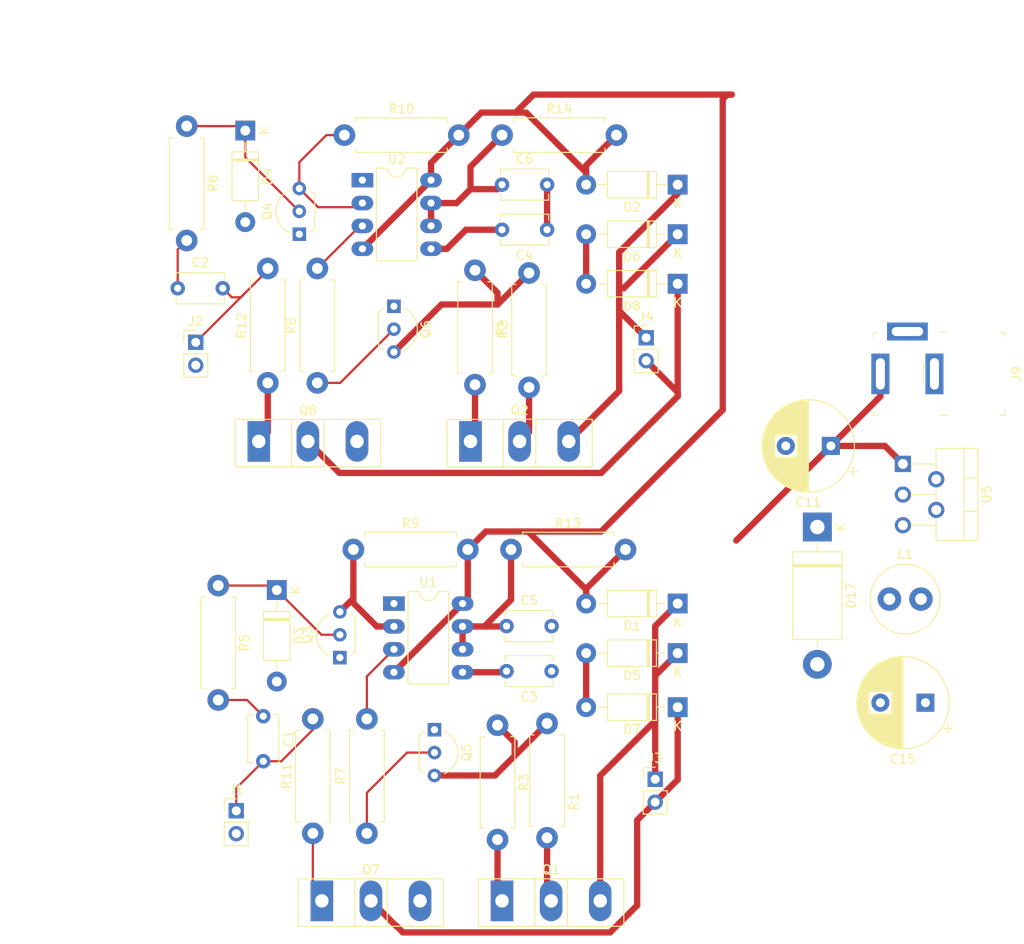
<source format=kicad_pcb>
(kicad_pcb (version 20171130) (host pcbnew 5.1.7-a382d34a8~88~ubuntu20.04.1)

  (general
    (thickness 1.6)
    (drawings 2)
    (tracks 152)
    (zones 0)
    (modules 48)
    (nets 33)
  )

  (page A4)
  (layers
    (0 F.Cu signal)
    (31 B.Cu signal)
    (32 B.Adhes user)
    (33 F.Adhes user)
    (34 B.Paste user)
    (35 F.Paste user)
    (36 B.SilkS user)
    (37 F.SilkS user)
    (38 B.Mask user)
    (39 F.Mask user)
    (40 Dwgs.User user)
    (41 Cmts.User user)
    (42 Eco1.User user)
    (43 Eco2.User user)
    (44 Edge.Cuts user)
    (45 Margin user)
    (46 B.CrtYd user)
    (47 F.CrtYd user)
    (48 B.Fab user)
    (49 F.Fab user)
  )

  (setup
    (last_trace_width 0.7)
    (user_trace_width 0.7)
    (trace_clearance 0.2)
    (zone_clearance 0.508)
    (zone_45_only no)
    (trace_min 0.2)
    (via_size 0.8)
    (via_drill 0.4)
    (via_min_size 0.4)
    (via_min_drill 0.3)
    (uvia_size 0.3)
    (uvia_drill 0.1)
    (uvias_allowed no)
    (uvia_min_size 0.2)
    (uvia_min_drill 0.1)
    (edge_width 0.05)
    (segment_width 0.2)
    (pcb_text_width 0.3)
    (pcb_text_size 1.5 1.5)
    (mod_edge_width 0.12)
    (mod_text_size 1 1)
    (mod_text_width 0.15)
    (pad_size 1.524 1.524)
    (pad_drill 0.762)
    (pad_to_mask_clearance 0)
    (aux_axis_origin 0 0)
    (visible_elements FFFFFF7F)
    (pcbplotparams
      (layerselection 0x010fc_ffffffff)
      (usegerberextensions false)
      (usegerberattributes true)
      (usegerberadvancedattributes true)
      (creategerberjobfile true)
      (excludeedgelayer true)
      (linewidth 0.100000)
      (plotframeref false)
      (viasonmask false)
      (mode 1)
      (useauxorigin false)
      (hpglpennumber 1)
      (hpglpenspeed 20)
      (hpglpendiameter 15.000000)
      (psnegative false)
      (psa4output false)
      (plotreference true)
      (plotvalue true)
      (plotinvisibletext false)
      (padsonsilk false)
      (subtractmaskfromsilk false)
      (outputformat 1)
      (mirror false)
      (drillshape 1)
      (scaleselection 1)
      (outputdirectory ""))
  )

  (net 0 "")
  (net 1 "Net-(C1-Pad1)")
  (net 2 input_trigger2)
  (net 3 "Net-(C2-Pad1)")
  (net 4 input_trigger1)
  (net 5 "Net-(C3-Pad2)")
  (net 6 GND)
  (net 7 "Net-(C4-Pad2)")
  (net 8 "Net-(C5-Pad1)")
  (net 9 "Net-(C6-Pad1)")
  (net 10 +24V)
  (net 11 +12V)
  (net 12 "Net-(D1-Pad1)")
  (net 13 "Net-(D2-Pad1)")
  (net 14 "Net-(D3-Pad1)")
  (net 15 "Net-(D4-Pad1)")
  (net 16 "Net-(D5-Pad2)")
  (net 17 "Net-(D6-Pad2)")
  (net 18 "Net-(D7-Pad1)")
  (net 19 "Net-(D8-Pad1)")
  (net 20 "Net-(D17-Pad1)")
  (net 21 "Net-(Q1-Pad1)")
  (net 22 "Net-(Q2-Pad1)")
  (net 23 "Net-(Q7-Pad1)")
  (net 24 "Net-(Q8-Pad1)")
  (net 25 "Net-(Q5-Pad3)")
  (net 26 "Net-(Q6-Pad3)")
  (net 27 timed_trigger2)
  (net 28 "Net-(Q5-Pad2)")
  (net 29 "Net-(Q6-Pad2)")
  (net 30 timed_trigger1)
  (net 31 "Net-(Q3-Pad3)")
  (net 32 "Net-(Q4-Pad3)")

  (net_class Default "This is the default net class."
    (clearance 0.2)
    (trace_width 0.25)
    (via_dia 0.8)
    (via_drill 0.4)
    (uvia_dia 0.3)
    (uvia_drill 0.1)
    (add_net +12V)
    (add_net +24V)
    (add_net GND)
    (add_net "Net-(C1-Pad1)")
    (add_net "Net-(C2-Pad1)")
    (add_net "Net-(C3-Pad2)")
    (add_net "Net-(C4-Pad2)")
    (add_net "Net-(C5-Pad1)")
    (add_net "Net-(C6-Pad1)")
    (add_net "Net-(D1-Pad1)")
    (add_net "Net-(D17-Pad1)")
    (add_net "Net-(D2-Pad1)")
    (add_net "Net-(D3-Pad1)")
    (add_net "Net-(D4-Pad1)")
    (add_net "Net-(D5-Pad2)")
    (add_net "Net-(D6-Pad2)")
    (add_net "Net-(D7-Pad1)")
    (add_net "Net-(D8-Pad1)")
    (add_net "Net-(Q1-Pad1)")
    (add_net "Net-(Q2-Pad1)")
    (add_net "Net-(Q3-Pad3)")
    (add_net "Net-(Q4-Pad3)")
    (add_net "Net-(Q5-Pad2)")
    (add_net "Net-(Q5-Pad3)")
    (add_net "Net-(Q6-Pad2)")
    (add_net "Net-(Q6-Pad3)")
    (add_net "Net-(Q7-Pad1)")
    (add_net "Net-(Q8-Pad1)")
    (add_net input_trigger1)
    (add_net input_trigger2)
    (add_net timed_trigger1)
    (add_net timed_trigger2)
  )

  (module Diode_THT:D_DO-41_SOD81_P10.16mm_Horizontal (layer F.Cu) (tedit 5AE50CD5) (tstamp 60125312)
    (at 115.5 54.5 270)
    (descr "Diode, DO-41_SOD81 series, Axial, Horizontal, pin pitch=10.16mm, , length*diameter=5.2*2.7mm^2, , http://www.diodes.com/_files/packages/DO-41%20(Plastic).pdf")
    (tags "Diode DO-41_SOD81 series Axial Horizontal pin pitch 10.16mm  length 5.2mm diameter 2.7mm")
    (path /6038635A)
    (fp_text reference D4 (at 5.08 -2.47 90) (layer F.SilkS)
      (effects (font (size 1 1) (thickness 0.15)))
    )
    (fp_text value 1N4005 (at 5.08 2.47 90) (layer F.Fab)
      (effects (font (size 1 1) (thickness 0.15)))
    )
    (fp_line (start 2.48 -1.35) (end 2.48 1.35) (layer F.Fab) (width 0.1))
    (fp_line (start 2.48 1.35) (end 7.68 1.35) (layer F.Fab) (width 0.1))
    (fp_line (start 7.68 1.35) (end 7.68 -1.35) (layer F.Fab) (width 0.1))
    (fp_line (start 7.68 -1.35) (end 2.48 -1.35) (layer F.Fab) (width 0.1))
    (fp_line (start 0 0) (end 2.48 0) (layer F.Fab) (width 0.1))
    (fp_line (start 10.16 0) (end 7.68 0) (layer F.Fab) (width 0.1))
    (fp_line (start 3.26 -1.35) (end 3.26 1.35) (layer F.Fab) (width 0.1))
    (fp_line (start 3.36 -1.35) (end 3.36 1.35) (layer F.Fab) (width 0.1))
    (fp_line (start 3.16 -1.35) (end 3.16 1.35) (layer F.Fab) (width 0.1))
    (fp_line (start 2.36 -1.47) (end 2.36 1.47) (layer F.SilkS) (width 0.12))
    (fp_line (start 2.36 1.47) (end 7.8 1.47) (layer F.SilkS) (width 0.12))
    (fp_line (start 7.8 1.47) (end 7.8 -1.47) (layer F.SilkS) (width 0.12))
    (fp_line (start 7.8 -1.47) (end 2.36 -1.47) (layer F.SilkS) (width 0.12))
    (fp_line (start 1.34 0) (end 2.36 0) (layer F.SilkS) (width 0.12))
    (fp_line (start 8.82 0) (end 7.8 0) (layer F.SilkS) (width 0.12))
    (fp_line (start 3.26 -1.47) (end 3.26 1.47) (layer F.SilkS) (width 0.12))
    (fp_line (start 3.38 -1.47) (end 3.38 1.47) (layer F.SilkS) (width 0.12))
    (fp_line (start 3.14 -1.47) (end 3.14 1.47) (layer F.SilkS) (width 0.12))
    (fp_line (start -1.35 -1.6) (end -1.35 1.6) (layer F.CrtYd) (width 0.05))
    (fp_line (start -1.35 1.6) (end 11.51 1.6) (layer F.CrtYd) (width 0.05))
    (fp_line (start 11.51 1.6) (end 11.51 -1.6) (layer F.CrtYd) (width 0.05))
    (fp_line (start 11.51 -1.6) (end -1.35 -1.6) (layer F.CrtYd) (width 0.05))
    (fp_text user %R (at 5.47 0 90) (layer F.Fab)
      (effects (font (size 1 1) (thickness 0.15)))
    )
    (fp_text user K (at 0 -2.1 90) (layer F.Fab)
      (effects (font (size 1 1) (thickness 0.15)))
    )
    (fp_text user K (at 0 -2.1 90) (layer F.SilkS)
      (effects (font (size 1 1) (thickness 0.15)))
    )
    (pad 1 thru_hole rect (at 0 0 270) (size 2.2 2.2) (drill 1.1) (layers *.Cu *.Mask)
      (net 15 "Net-(D4-Pad1)"))
    (pad 2 thru_hole oval (at 10.16 0 270) (size 2.2 2.2) (drill 1.1) (layers *.Cu *.Mask)
      (net 6 GND))
    (model ${KISYS3DMOD}/Diode_THT.3dshapes/D_DO-41_SOD81_P10.16mm_Horizontal.wrl
      (at (xyz 0 0 0))
      (scale (xyz 1 1 1))
      (rotate (xyz 0 0 0))
    )
  )

  (module Capacitor_THT:C_Disc_D5.1mm_W3.2mm_P5.00mm (layer F.Cu) (tedit 5AE50EF0) (tstamp 60124F99)
    (at 117.5 119.5 270)
    (descr "C, Disc series, Radial, pin pitch=5.00mm, , diameter*width=5.1*3.2mm^2, Capacitor, http://www.vishay.com/docs/45233/krseries.pdf")
    (tags "C Disc series Radial pin pitch 5.00mm  diameter 5.1mm width 3.2mm Capacitor")
    (path /60556061)
    (fp_text reference C1 (at 2.5 -2.85 90) (layer F.SilkS)
      (effects (font (size 1 1) (thickness 0.15)))
    )
    (fp_text value 680pF (at 2.5 2.85 90) (layer F.Fab)
      (effects (font (size 1 1) (thickness 0.15)))
    )
    (fp_line (start -0.05 -1.6) (end -0.05 1.6) (layer F.Fab) (width 0.1))
    (fp_line (start -0.05 1.6) (end 5.05 1.6) (layer F.Fab) (width 0.1))
    (fp_line (start 5.05 1.6) (end 5.05 -1.6) (layer F.Fab) (width 0.1))
    (fp_line (start 5.05 -1.6) (end -0.05 -1.6) (layer F.Fab) (width 0.1))
    (fp_line (start -0.17 -1.721) (end 5.17 -1.721) (layer F.SilkS) (width 0.12))
    (fp_line (start -0.17 1.721) (end 5.17 1.721) (layer F.SilkS) (width 0.12))
    (fp_line (start -0.17 -1.721) (end -0.17 -1.055) (layer F.SilkS) (width 0.12))
    (fp_line (start -0.17 1.055) (end -0.17 1.721) (layer F.SilkS) (width 0.12))
    (fp_line (start 5.17 -1.721) (end 5.17 -1.055) (layer F.SilkS) (width 0.12))
    (fp_line (start 5.17 1.055) (end 5.17 1.721) (layer F.SilkS) (width 0.12))
    (fp_line (start -1.05 -1.85) (end -1.05 1.85) (layer F.CrtYd) (width 0.05))
    (fp_line (start -1.05 1.85) (end 6.05 1.85) (layer F.CrtYd) (width 0.05))
    (fp_line (start 6.05 1.85) (end 6.05 -1.85) (layer F.CrtYd) (width 0.05))
    (fp_line (start 6.05 -1.85) (end -1.05 -1.85) (layer F.CrtYd) (width 0.05))
    (fp_text user %R (at 2.5 0 90) (layer F.Fab)
      (effects (font (size 1 1) (thickness 0.15)))
    )
    (pad 1 thru_hole circle (at 0 0 270) (size 1.6 1.6) (drill 0.8) (layers *.Cu *.Mask)
      (net 1 "Net-(C1-Pad1)"))
    (pad 2 thru_hole circle (at 5 0 270) (size 1.6 1.6) (drill 0.8) (layers *.Cu *.Mask)
      (net 2 input_trigger2))
    (model ${KISYS3DMOD}/Capacitor_THT.3dshapes/C_Disc_D5.1mm_W3.2mm_P5.00mm.wrl
      (at (xyz 0 0 0))
      (scale (xyz 1 1 1))
      (rotate (xyz 0 0 0))
    )
  )

  (module Capacitor_THT:C_Disc_D5.1mm_W3.2mm_P5.00mm (layer F.Cu) (tedit 5AE50EF0) (tstamp 60129F43)
    (at 108 72)
    (descr "C, Disc series, Radial, pin pitch=5.00mm, , diameter*width=5.1*3.2mm^2, Capacitor, http://www.vishay.com/docs/45233/krseries.pdf")
    (tags "C Disc series Radial pin pitch 5.00mm  diameter 5.1mm width 3.2mm Capacitor")
    (path /60386333)
    (fp_text reference C2 (at 2.5 -2.85) (layer F.SilkS)
      (effects (font (size 1 1) (thickness 0.15)))
    )
    (fp_text value 680pF (at 2.5 2.85) (layer F.Fab)
      (effects (font (size 1 1) (thickness 0.15)))
    )
    (fp_line (start -0.05 -1.6) (end -0.05 1.6) (layer F.Fab) (width 0.1))
    (fp_line (start -0.05 1.6) (end 5.05 1.6) (layer F.Fab) (width 0.1))
    (fp_line (start 5.05 1.6) (end 5.05 -1.6) (layer F.Fab) (width 0.1))
    (fp_line (start 5.05 -1.6) (end -0.05 -1.6) (layer F.Fab) (width 0.1))
    (fp_line (start -0.17 -1.721) (end 5.17 -1.721) (layer F.SilkS) (width 0.12))
    (fp_line (start -0.17 1.721) (end 5.17 1.721) (layer F.SilkS) (width 0.12))
    (fp_line (start -0.17 -1.721) (end -0.17 -1.055) (layer F.SilkS) (width 0.12))
    (fp_line (start -0.17 1.055) (end -0.17 1.721) (layer F.SilkS) (width 0.12))
    (fp_line (start 5.17 -1.721) (end 5.17 -1.055) (layer F.SilkS) (width 0.12))
    (fp_line (start 5.17 1.055) (end 5.17 1.721) (layer F.SilkS) (width 0.12))
    (fp_line (start -1.05 -1.85) (end -1.05 1.85) (layer F.CrtYd) (width 0.05))
    (fp_line (start -1.05 1.85) (end 6.05 1.85) (layer F.CrtYd) (width 0.05))
    (fp_line (start 6.05 1.85) (end 6.05 -1.85) (layer F.CrtYd) (width 0.05))
    (fp_line (start 6.05 -1.85) (end -1.05 -1.85) (layer F.CrtYd) (width 0.05))
    (fp_text user %R (at 2.5 0) (layer F.Fab)
      (effects (font (size 1 1) (thickness 0.15)))
    )
    (pad 1 thru_hole circle (at 0 0) (size 1.6 1.6) (drill 0.8) (layers *.Cu *.Mask)
      (net 3 "Net-(C2-Pad1)"))
    (pad 2 thru_hole circle (at 5 0) (size 1.6 1.6) (drill 0.8) (layers *.Cu *.Mask)
      (net 4 input_trigger1))
    (model ${KISYS3DMOD}/Capacitor_THT.3dshapes/C_Disc_D5.1mm_W3.2mm_P5.00mm.wrl
      (at (xyz 0 0 0))
      (scale (xyz 1 1 1))
      (rotate (xyz 0 0 0))
    )
  )

  (module Capacitor_THT:C_Disc_D5.1mm_W3.2mm_P5.00mm (layer F.Cu) (tedit 5AE50EF0) (tstamp 60124FC3)
    (at 149.5 114.5 180)
    (descr "C, Disc series, Radial, pin pitch=5.00mm, , diameter*width=5.1*3.2mm^2, Capacitor, http://www.vishay.com/docs/45233/krseries.pdf")
    (tags "C Disc series Radial pin pitch 5.00mm  diameter 5.1mm width 3.2mm Capacitor")
    (path /60556033)
    (fp_text reference C3 (at 2.5 -2.85) (layer F.SilkS)
      (effects (font (size 1 1) (thickness 0.15)))
    )
    (fp_text value 10nF (at 2.5 2.85) (layer F.Fab)
      (effects (font (size 1 1) (thickness 0.15)))
    )
    (fp_line (start 6.05 -1.85) (end -1.05 -1.85) (layer F.CrtYd) (width 0.05))
    (fp_line (start 6.05 1.85) (end 6.05 -1.85) (layer F.CrtYd) (width 0.05))
    (fp_line (start -1.05 1.85) (end 6.05 1.85) (layer F.CrtYd) (width 0.05))
    (fp_line (start -1.05 -1.85) (end -1.05 1.85) (layer F.CrtYd) (width 0.05))
    (fp_line (start 5.17 1.055) (end 5.17 1.721) (layer F.SilkS) (width 0.12))
    (fp_line (start 5.17 -1.721) (end 5.17 -1.055) (layer F.SilkS) (width 0.12))
    (fp_line (start -0.17 1.055) (end -0.17 1.721) (layer F.SilkS) (width 0.12))
    (fp_line (start -0.17 -1.721) (end -0.17 -1.055) (layer F.SilkS) (width 0.12))
    (fp_line (start -0.17 1.721) (end 5.17 1.721) (layer F.SilkS) (width 0.12))
    (fp_line (start -0.17 -1.721) (end 5.17 -1.721) (layer F.SilkS) (width 0.12))
    (fp_line (start 5.05 -1.6) (end -0.05 -1.6) (layer F.Fab) (width 0.1))
    (fp_line (start 5.05 1.6) (end 5.05 -1.6) (layer F.Fab) (width 0.1))
    (fp_line (start -0.05 1.6) (end 5.05 1.6) (layer F.Fab) (width 0.1))
    (fp_line (start -0.05 -1.6) (end -0.05 1.6) (layer F.Fab) (width 0.1))
    (fp_text user %R (at 2.5 0) (layer F.Fab)
      (effects (font (size 1 1) (thickness 0.15)))
    )
    (pad 2 thru_hole circle (at 5 0 180) (size 1.6 1.6) (drill 0.8) (layers *.Cu *.Mask)
      (net 5 "Net-(C3-Pad2)"))
    (pad 1 thru_hole circle (at 0 0 180) (size 1.6 1.6) (drill 0.8) (layers *.Cu *.Mask)
      (net 6 GND))
    (model ${KISYS3DMOD}/Capacitor_THT.3dshapes/C_Disc_D5.1mm_W3.2mm_P5.00mm.wrl
      (at (xyz 0 0 0))
      (scale (xyz 1 1 1))
      (rotate (xyz 0 0 0))
    )
  )

  (module Capacitor_THT:C_Disc_D5.1mm_W3.2mm_P5.00mm (layer F.Cu) (tedit 5AE50EF0) (tstamp 60124FD8)
    (at 149 65.5 180)
    (descr "C, Disc series, Radial, pin pitch=5.00mm, , diameter*width=5.1*3.2mm^2, Capacitor, http://www.vishay.com/docs/45233/krseries.pdf")
    (tags "C Disc series Radial pin pitch 5.00mm  diameter 5.1mm width 3.2mm Capacitor")
    (path /60386305)
    (fp_text reference C4 (at 2.5 -2.85) (layer F.SilkS)
      (effects (font (size 1 1) (thickness 0.15)))
    )
    (fp_text value 10nF (at 2.5 2.85) (layer F.Fab)
      (effects (font (size 1 1) (thickness 0.15)))
    )
    (fp_line (start 6.05 -1.85) (end -1.05 -1.85) (layer F.CrtYd) (width 0.05))
    (fp_line (start 6.05 1.85) (end 6.05 -1.85) (layer F.CrtYd) (width 0.05))
    (fp_line (start -1.05 1.85) (end 6.05 1.85) (layer F.CrtYd) (width 0.05))
    (fp_line (start -1.05 -1.85) (end -1.05 1.85) (layer F.CrtYd) (width 0.05))
    (fp_line (start 5.17 1.055) (end 5.17 1.721) (layer F.SilkS) (width 0.12))
    (fp_line (start 5.17 -1.721) (end 5.17 -1.055) (layer F.SilkS) (width 0.12))
    (fp_line (start -0.17 1.055) (end -0.17 1.721) (layer F.SilkS) (width 0.12))
    (fp_line (start -0.17 -1.721) (end -0.17 -1.055) (layer F.SilkS) (width 0.12))
    (fp_line (start -0.17 1.721) (end 5.17 1.721) (layer F.SilkS) (width 0.12))
    (fp_line (start -0.17 -1.721) (end 5.17 -1.721) (layer F.SilkS) (width 0.12))
    (fp_line (start 5.05 -1.6) (end -0.05 -1.6) (layer F.Fab) (width 0.1))
    (fp_line (start 5.05 1.6) (end 5.05 -1.6) (layer F.Fab) (width 0.1))
    (fp_line (start -0.05 1.6) (end 5.05 1.6) (layer F.Fab) (width 0.1))
    (fp_line (start -0.05 -1.6) (end -0.05 1.6) (layer F.Fab) (width 0.1))
    (fp_text user %R (at 2.5 0) (layer F.Fab)
      (effects (font (size 1 1) (thickness 0.15)))
    )
    (pad 2 thru_hole circle (at 5 0 180) (size 1.6 1.6) (drill 0.8) (layers *.Cu *.Mask)
      (net 7 "Net-(C4-Pad2)"))
    (pad 1 thru_hole circle (at 0 0 180) (size 1.6 1.6) (drill 0.8) (layers *.Cu *.Mask)
      (net 6 GND))
    (model ${KISYS3DMOD}/Capacitor_THT.3dshapes/C_Disc_D5.1mm_W3.2mm_P5.00mm.wrl
      (at (xyz 0 0 0))
      (scale (xyz 1 1 1))
      (rotate (xyz 0 0 0))
    )
  )

  (module Capacitor_THT:C_Disc_D5.1mm_W3.2mm_P5.00mm (layer F.Cu) (tedit 5AE50EF0) (tstamp 60124FED)
    (at 144.5 109.5)
    (descr "C, Disc series, Radial, pin pitch=5.00mm, , diameter*width=5.1*3.2mm^2, Capacitor, http://www.vishay.com/docs/45233/krseries.pdf")
    (tags "C Disc series Radial pin pitch 5.00mm  diameter 5.1mm width 3.2mm Capacitor")
    (path /60556041)
    (fp_text reference C5 (at 2.5 -2.85) (layer F.SilkS)
      (effects (font (size 1 1) (thickness 0.15)))
    )
    (fp_text value 10µF (at 2.5 2.85) (layer F.Fab)
      (effects (font (size 1 1) (thickness 0.15)))
    )
    (fp_line (start -0.05 -1.6) (end -0.05 1.6) (layer F.Fab) (width 0.1))
    (fp_line (start -0.05 1.6) (end 5.05 1.6) (layer F.Fab) (width 0.1))
    (fp_line (start 5.05 1.6) (end 5.05 -1.6) (layer F.Fab) (width 0.1))
    (fp_line (start 5.05 -1.6) (end -0.05 -1.6) (layer F.Fab) (width 0.1))
    (fp_line (start -0.17 -1.721) (end 5.17 -1.721) (layer F.SilkS) (width 0.12))
    (fp_line (start -0.17 1.721) (end 5.17 1.721) (layer F.SilkS) (width 0.12))
    (fp_line (start -0.17 -1.721) (end -0.17 -1.055) (layer F.SilkS) (width 0.12))
    (fp_line (start -0.17 1.055) (end -0.17 1.721) (layer F.SilkS) (width 0.12))
    (fp_line (start 5.17 -1.721) (end 5.17 -1.055) (layer F.SilkS) (width 0.12))
    (fp_line (start 5.17 1.055) (end 5.17 1.721) (layer F.SilkS) (width 0.12))
    (fp_line (start -1.05 -1.85) (end -1.05 1.85) (layer F.CrtYd) (width 0.05))
    (fp_line (start -1.05 1.85) (end 6.05 1.85) (layer F.CrtYd) (width 0.05))
    (fp_line (start 6.05 1.85) (end 6.05 -1.85) (layer F.CrtYd) (width 0.05))
    (fp_line (start 6.05 -1.85) (end -1.05 -1.85) (layer F.CrtYd) (width 0.05))
    (fp_text user %R (at 2.5 0) (layer F.Fab)
      (effects (font (size 1 1) (thickness 0.15)))
    )
    (pad 1 thru_hole circle (at 0 0) (size 1.6 1.6) (drill 0.8) (layers *.Cu *.Mask)
      (net 8 "Net-(C5-Pad1)"))
    (pad 2 thru_hole circle (at 5 0) (size 1.6 1.6) (drill 0.8) (layers *.Cu *.Mask)
      (net 6 GND))
    (model ${KISYS3DMOD}/Capacitor_THT.3dshapes/C_Disc_D5.1mm_W3.2mm_P5.00mm.wrl
      (at (xyz 0 0 0))
      (scale (xyz 1 1 1))
      (rotate (xyz 0 0 0))
    )
  )

  (module Capacitor_THT:C_Disc_D5.1mm_W3.2mm_P5.00mm (layer F.Cu) (tedit 5AE50EF0) (tstamp 60125002)
    (at 144 60.5)
    (descr "C, Disc series, Radial, pin pitch=5.00mm, , diameter*width=5.1*3.2mm^2, Capacitor, http://www.vishay.com/docs/45233/krseries.pdf")
    (tags "C Disc series Radial pin pitch 5.00mm  diameter 5.1mm width 3.2mm Capacitor")
    (path /60386313)
    (fp_text reference C6 (at 2.5 -2.85) (layer F.SilkS)
      (effects (font (size 1 1) (thickness 0.15)))
    )
    (fp_text value 10µF (at 2.5 2.85) (layer F.Fab)
      (effects (font (size 1 1) (thickness 0.15)))
    )
    (fp_line (start 6.05 -1.85) (end -1.05 -1.85) (layer F.CrtYd) (width 0.05))
    (fp_line (start 6.05 1.85) (end 6.05 -1.85) (layer F.CrtYd) (width 0.05))
    (fp_line (start -1.05 1.85) (end 6.05 1.85) (layer F.CrtYd) (width 0.05))
    (fp_line (start -1.05 -1.85) (end -1.05 1.85) (layer F.CrtYd) (width 0.05))
    (fp_line (start 5.17 1.055) (end 5.17 1.721) (layer F.SilkS) (width 0.12))
    (fp_line (start 5.17 -1.721) (end 5.17 -1.055) (layer F.SilkS) (width 0.12))
    (fp_line (start -0.17 1.055) (end -0.17 1.721) (layer F.SilkS) (width 0.12))
    (fp_line (start -0.17 -1.721) (end -0.17 -1.055) (layer F.SilkS) (width 0.12))
    (fp_line (start -0.17 1.721) (end 5.17 1.721) (layer F.SilkS) (width 0.12))
    (fp_line (start -0.17 -1.721) (end 5.17 -1.721) (layer F.SilkS) (width 0.12))
    (fp_line (start 5.05 -1.6) (end -0.05 -1.6) (layer F.Fab) (width 0.1))
    (fp_line (start 5.05 1.6) (end 5.05 -1.6) (layer F.Fab) (width 0.1))
    (fp_line (start -0.05 1.6) (end 5.05 1.6) (layer F.Fab) (width 0.1))
    (fp_line (start -0.05 -1.6) (end -0.05 1.6) (layer F.Fab) (width 0.1))
    (fp_text user %R (at 2.5 0) (layer F.Fab)
      (effects (font (size 1 1) (thickness 0.15)))
    )
    (pad 2 thru_hole circle (at 5 0) (size 1.6 1.6) (drill 0.8) (layers *.Cu *.Mask)
      (net 6 GND))
    (pad 1 thru_hole circle (at 0 0) (size 1.6 1.6) (drill 0.8) (layers *.Cu *.Mask)
      (net 9 "Net-(C6-Pad1)"))
    (model ${KISYS3DMOD}/Capacitor_THT.3dshapes/C_Disc_D5.1mm_W3.2mm_P5.00mm.wrl
      (at (xyz 0 0 0))
      (scale (xyz 1 1 1))
      (rotate (xyz 0 0 0))
    )
  )

  (module Capacitor_THT:CP_Radial_D10.0mm_P5.00mm (layer F.Cu) (tedit 5AE50EF1) (tstamp 60125122)
    (at 180.5 89.5 180)
    (descr "CP, Radial series, Radial, pin pitch=5.00mm, , diameter=10mm, Electrolytic Capacitor")
    (tags "CP Radial series Radial pin pitch 5.00mm  diameter 10mm Electrolytic Capacitor")
    (path /60170C6A)
    (fp_text reference C11 (at 2.5 -6.25) (layer F.SilkS)
      (effects (font (size 1 1) (thickness 0.15)))
    )
    (fp_text value 680µF (at 2.5 6.25) (layer F.Fab)
      (effects (font (size 1 1) (thickness 0.15)))
    )
    (fp_line (start -2.479646 -3.375) (end -2.479646 -2.375) (layer F.SilkS) (width 0.12))
    (fp_line (start -2.979646 -2.875) (end -1.979646 -2.875) (layer F.SilkS) (width 0.12))
    (fp_line (start 7.581 -0.599) (end 7.581 0.599) (layer F.SilkS) (width 0.12))
    (fp_line (start 7.541 -0.862) (end 7.541 0.862) (layer F.SilkS) (width 0.12))
    (fp_line (start 7.501 -1.062) (end 7.501 1.062) (layer F.SilkS) (width 0.12))
    (fp_line (start 7.461 -1.23) (end 7.461 1.23) (layer F.SilkS) (width 0.12))
    (fp_line (start 7.421 -1.378) (end 7.421 1.378) (layer F.SilkS) (width 0.12))
    (fp_line (start 7.381 -1.51) (end 7.381 1.51) (layer F.SilkS) (width 0.12))
    (fp_line (start 7.341 -1.63) (end 7.341 1.63) (layer F.SilkS) (width 0.12))
    (fp_line (start 7.301 -1.742) (end 7.301 1.742) (layer F.SilkS) (width 0.12))
    (fp_line (start 7.261 -1.846) (end 7.261 1.846) (layer F.SilkS) (width 0.12))
    (fp_line (start 7.221 -1.944) (end 7.221 1.944) (layer F.SilkS) (width 0.12))
    (fp_line (start 7.181 -2.037) (end 7.181 2.037) (layer F.SilkS) (width 0.12))
    (fp_line (start 7.141 -2.125) (end 7.141 2.125) (layer F.SilkS) (width 0.12))
    (fp_line (start 7.101 -2.209) (end 7.101 2.209) (layer F.SilkS) (width 0.12))
    (fp_line (start 7.061 -2.289) (end 7.061 2.289) (layer F.SilkS) (width 0.12))
    (fp_line (start 7.021 -2.365) (end 7.021 2.365) (layer F.SilkS) (width 0.12))
    (fp_line (start 6.981 -2.439) (end 6.981 2.439) (layer F.SilkS) (width 0.12))
    (fp_line (start 6.941 -2.51) (end 6.941 2.51) (layer F.SilkS) (width 0.12))
    (fp_line (start 6.901 -2.579) (end 6.901 2.579) (layer F.SilkS) (width 0.12))
    (fp_line (start 6.861 -2.645) (end 6.861 2.645) (layer F.SilkS) (width 0.12))
    (fp_line (start 6.821 -2.709) (end 6.821 2.709) (layer F.SilkS) (width 0.12))
    (fp_line (start 6.781 -2.77) (end 6.781 2.77) (layer F.SilkS) (width 0.12))
    (fp_line (start 6.741 -2.83) (end 6.741 2.83) (layer F.SilkS) (width 0.12))
    (fp_line (start 6.701 -2.889) (end 6.701 2.889) (layer F.SilkS) (width 0.12))
    (fp_line (start 6.661 -2.945) (end 6.661 2.945) (layer F.SilkS) (width 0.12))
    (fp_line (start 6.621 -3) (end 6.621 3) (layer F.SilkS) (width 0.12))
    (fp_line (start 6.581 -3.054) (end 6.581 3.054) (layer F.SilkS) (width 0.12))
    (fp_line (start 6.541 -3.106) (end 6.541 3.106) (layer F.SilkS) (width 0.12))
    (fp_line (start 6.501 -3.156) (end 6.501 3.156) (layer F.SilkS) (width 0.12))
    (fp_line (start 6.461 -3.206) (end 6.461 3.206) (layer F.SilkS) (width 0.12))
    (fp_line (start 6.421 -3.254) (end 6.421 3.254) (layer F.SilkS) (width 0.12))
    (fp_line (start 6.381 -3.301) (end 6.381 3.301) (layer F.SilkS) (width 0.12))
    (fp_line (start 6.341 -3.347) (end 6.341 3.347) (layer F.SilkS) (width 0.12))
    (fp_line (start 6.301 -3.392) (end 6.301 3.392) (layer F.SilkS) (width 0.12))
    (fp_line (start 6.261 -3.436) (end 6.261 3.436) (layer F.SilkS) (width 0.12))
    (fp_line (start 6.221 1.241) (end 6.221 3.478) (layer F.SilkS) (width 0.12))
    (fp_line (start 6.221 -3.478) (end 6.221 -1.241) (layer F.SilkS) (width 0.12))
    (fp_line (start 6.181 1.241) (end 6.181 3.52) (layer F.SilkS) (width 0.12))
    (fp_line (start 6.181 -3.52) (end 6.181 -1.241) (layer F.SilkS) (width 0.12))
    (fp_line (start 6.141 1.241) (end 6.141 3.561) (layer F.SilkS) (width 0.12))
    (fp_line (start 6.141 -3.561) (end 6.141 -1.241) (layer F.SilkS) (width 0.12))
    (fp_line (start 6.101 1.241) (end 6.101 3.601) (layer F.SilkS) (width 0.12))
    (fp_line (start 6.101 -3.601) (end 6.101 -1.241) (layer F.SilkS) (width 0.12))
    (fp_line (start 6.061 1.241) (end 6.061 3.64) (layer F.SilkS) (width 0.12))
    (fp_line (start 6.061 -3.64) (end 6.061 -1.241) (layer F.SilkS) (width 0.12))
    (fp_line (start 6.021 1.241) (end 6.021 3.679) (layer F.SilkS) (width 0.12))
    (fp_line (start 6.021 -3.679) (end 6.021 -1.241) (layer F.SilkS) (width 0.12))
    (fp_line (start 5.981 1.241) (end 5.981 3.716) (layer F.SilkS) (width 0.12))
    (fp_line (start 5.981 -3.716) (end 5.981 -1.241) (layer F.SilkS) (width 0.12))
    (fp_line (start 5.941 1.241) (end 5.941 3.753) (layer F.SilkS) (width 0.12))
    (fp_line (start 5.941 -3.753) (end 5.941 -1.241) (layer F.SilkS) (width 0.12))
    (fp_line (start 5.901 1.241) (end 5.901 3.789) (layer F.SilkS) (width 0.12))
    (fp_line (start 5.901 -3.789) (end 5.901 -1.241) (layer F.SilkS) (width 0.12))
    (fp_line (start 5.861 1.241) (end 5.861 3.824) (layer F.SilkS) (width 0.12))
    (fp_line (start 5.861 -3.824) (end 5.861 -1.241) (layer F.SilkS) (width 0.12))
    (fp_line (start 5.821 1.241) (end 5.821 3.858) (layer F.SilkS) (width 0.12))
    (fp_line (start 5.821 -3.858) (end 5.821 -1.241) (layer F.SilkS) (width 0.12))
    (fp_line (start 5.781 1.241) (end 5.781 3.892) (layer F.SilkS) (width 0.12))
    (fp_line (start 5.781 -3.892) (end 5.781 -1.241) (layer F.SilkS) (width 0.12))
    (fp_line (start 5.741 1.241) (end 5.741 3.925) (layer F.SilkS) (width 0.12))
    (fp_line (start 5.741 -3.925) (end 5.741 -1.241) (layer F.SilkS) (width 0.12))
    (fp_line (start 5.701 1.241) (end 5.701 3.957) (layer F.SilkS) (width 0.12))
    (fp_line (start 5.701 -3.957) (end 5.701 -1.241) (layer F.SilkS) (width 0.12))
    (fp_line (start 5.661 1.241) (end 5.661 3.989) (layer F.SilkS) (width 0.12))
    (fp_line (start 5.661 -3.989) (end 5.661 -1.241) (layer F.SilkS) (width 0.12))
    (fp_line (start 5.621 1.241) (end 5.621 4.02) (layer F.SilkS) (width 0.12))
    (fp_line (start 5.621 -4.02) (end 5.621 -1.241) (layer F.SilkS) (width 0.12))
    (fp_line (start 5.581 1.241) (end 5.581 4.05) (layer F.SilkS) (width 0.12))
    (fp_line (start 5.581 -4.05) (end 5.581 -1.241) (layer F.SilkS) (width 0.12))
    (fp_line (start 5.541 1.241) (end 5.541 4.08) (layer F.SilkS) (width 0.12))
    (fp_line (start 5.541 -4.08) (end 5.541 -1.241) (layer F.SilkS) (width 0.12))
    (fp_line (start 5.501 1.241) (end 5.501 4.11) (layer F.SilkS) (width 0.12))
    (fp_line (start 5.501 -4.11) (end 5.501 -1.241) (layer F.SilkS) (width 0.12))
    (fp_line (start 5.461 1.241) (end 5.461 4.138) (layer F.SilkS) (width 0.12))
    (fp_line (start 5.461 -4.138) (end 5.461 -1.241) (layer F.SilkS) (width 0.12))
    (fp_line (start 5.421 1.241) (end 5.421 4.166) (layer F.SilkS) (width 0.12))
    (fp_line (start 5.421 -4.166) (end 5.421 -1.241) (layer F.SilkS) (width 0.12))
    (fp_line (start 5.381 1.241) (end 5.381 4.194) (layer F.SilkS) (width 0.12))
    (fp_line (start 5.381 -4.194) (end 5.381 -1.241) (layer F.SilkS) (width 0.12))
    (fp_line (start 5.341 1.241) (end 5.341 4.221) (layer F.SilkS) (width 0.12))
    (fp_line (start 5.341 -4.221) (end 5.341 -1.241) (layer F.SilkS) (width 0.12))
    (fp_line (start 5.301 1.241) (end 5.301 4.247) (layer F.SilkS) (width 0.12))
    (fp_line (start 5.301 -4.247) (end 5.301 -1.241) (layer F.SilkS) (width 0.12))
    (fp_line (start 5.261 1.241) (end 5.261 4.273) (layer F.SilkS) (width 0.12))
    (fp_line (start 5.261 -4.273) (end 5.261 -1.241) (layer F.SilkS) (width 0.12))
    (fp_line (start 5.221 1.241) (end 5.221 4.298) (layer F.SilkS) (width 0.12))
    (fp_line (start 5.221 -4.298) (end 5.221 -1.241) (layer F.SilkS) (width 0.12))
    (fp_line (start 5.181 1.241) (end 5.181 4.323) (layer F.SilkS) (width 0.12))
    (fp_line (start 5.181 -4.323) (end 5.181 -1.241) (layer F.SilkS) (width 0.12))
    (fp_line (start 5.141 1.241) (end 5.141 4.347) (layer F.SilkS) (width 0.12))
    (fp_line (start 5.141 -4.347) (end 5.141 -1.241) (layer F.SilkS) (width 0.12))
    (fp_line (start 5.101 1.241) (end 5.101 4.371) (layer F.SilkS) (width 0.12))
    (fp_line (start 5.101 -4.371) (end 5.101 -1.241) (layer F.SilkS) (width 0.12))
    (fp_line (start 5.061 1.241) (end 5.061 4.395) (layer F.SilkS) (width 0.12))
    (fp_line (start 5.061 -4.395) (end 5.061 -1.241) (layer F.SilkS) (width 0.12))
    (fp_line (start 5.021 1.241) (end 5.021 4.417) (layer F.SilkS) (width 0.12))
    (fp_line (start 5.021 -4.417) (end 5.021 -1.241) (layer F.SilkS) (width 0.12))
    (fp_line (start 4.981 1.241) (end 4.981 4.44) (layer F.SilkS) (width 0.12))
    (fp_line (start 4.981 -4.44) (end 4.981 -1.241) (layer F.SilkS) (width 0.12))
    (fp_line (start 4.941 1.241) (end 4.941 4.462) (layer F.SilkS) (width 0.12))
    (fp_line (start 4.941 -4.462) (end 4.941 -1.241) (layer F.SilkS) (width 0.12))
    (fp_line (start 4.901 1.241) (end 4.901 4.483) (layer F.SilkS) (width 0.12))
    (fp_line (start 4.901 -4.483) (end 4.901 -1.241) (layer F.SilkS) (width 0.12))
    (fp_line (start 4.861 1.241) (end 4.861 4.504) (layer F.SilkS) (width 0.12))
    (fp_line (start 4.861 -4.504) (end 4.861 -1.241) (layer F.SilkS) (width 0.12))
    (fp_line (start 4.821 1.241) (end 4.821 4.525) (layer F.SilkS) (width 0.12))
    (fp_line (start 4.821 -4.525) (end 4.821 -1.241) (layer F.SilkS) (width 0.12))
    (fp_line (start 4.781 1.241) (end 4.781 4.545) (layer F.SilkS) (width 0.12))
    (fp_line (start 4.781 -4.545) (end 4.781 -1.241) (layer F.SilkS) (width 0.12))
    (fp_line (start 4.741 1.241) (end 4.741 4.564) (layer F.SilkS) (width 0.12))
    (fp_line (start 4.741 -4.564) (end 4.741 -1.241) (layer F.SilkS) (width 0.12))
    (fp_line (start 4.701 1.241) (end 4.701 4.584) (layer F.SilkS) (width 0.12))
    (fp_line (start 4.701 -4.584) (end 4.701 -1.241) (layer F.SilkS) (width 0.12))
    (fp_line (start 4.661 1.241) (end 4.661 4.603) (layer F.SilkS) (width 0.12))
    (fp_line (start 4.661 -4.603) (end 4.661 -1.241) (layer F.SilkS) (width 0.12))
    (fp_line (start 4.621 1.241) (end 4.621 4.621) (layer F.SilkS) (width 0.12))
    (fp_line (start 4.621 -4.621) (end 4.621 -1.241) (layer F.SilkS) (width 0.12))
    (fp_line (start 4.581 1.241) (end 4.581 4.639) (layer F.SilkS) (width 0.12))
    (fp_line (start 4.581 -4.639) (end 4.581 -1.241) (layer F.SilkS) (width 0.12))
    (fp_line (start 4.541 1.241) (end 4.541 4.657) (layer F.SilkS) (width 0.12))
    (fp_line (start 4.541 -4.657) (end 4.541 -1.241) (layer F.SilkS) (width 0.12))
    (fp_line (start 4.501 1.241) (end 4.501 4.674) (layer F.SilkS) (width 0.12))
    (fp_line (start 4.501 -4.674) (end 4.501 -1.241) (layer F.SilkS) (width 0.12))
    (fp_line (start 4.461 1.241) (end 4.461 4.69) (layer F.SilkS) (width 0.12))
    (fp_line (start 4.461 -4.69) (end 4.461 -1.241) (layer F.SilkS) (width 0.12))
    (fp_line (start 4.421 1.241) (end 4.421 4.707) (layer F.SilkS) (width 0.12))
    (fp_line (start 4.421 -4.707) (end 4.421 -1.241) (layer F.SilkS) (width 0.12))
    (fp_line (start 4.381 1.241) (end 4.381 4.723) (layer F.SilkS) (width 0.12))
    (fp_line (start 4.381 -4.723) (end 4.381 -1.241) (layer F.SilkS) (width 0.12))
    (fp_line (start 4.341 1.241) (end 4.341 4.738) (layer F.SilkS) (width 0.12))
    (fp_line (start 4.341 -4.738) (end 4.341 -1.241) (layer F.SilkS) (width 0.12))
    (fp_line (start 4.301 1.241) (end 4.301 4.754) (layer F.SilkS) (width 0.12))
    (fp_line (start 4.301 -4.754) (end 4.301 -1.241) (layer F.SilkS) (width 0.12))
    (fp_line (start 4.261 1.241) (end 4.261 4.768) (layer F.SilkS) (width 0.12))
    (fp_line (start 4.261 -4.768) (end 4.261 -1.241) (layer F.SilkS) (width 0.12))
    (fp_line (start 4.221 1.241) (end 4.221 4.783) (layer F.SilkS) (width 0.12))
    (fp_line (start 4.221 -4.783) (end 4.221 -1.241) (layer F.SilkS) (width 0.12))
    (fp_line (start 4.181 1.241) (end 4.181 4.797) (layer F.SilkS) (width 0.12))
    (fp_line (start 4.181 -4.797) (end 4.181 -1.241) (layer F.SilkS) (width 0.12))
    (fp_line (start 4.141 1.241) (end 4.141 4.811) (layer F.SilkS) (width 0.12))
    (fp_line (start 4.141 -4.811) (end 4.141 -1.241) (layer F.SilkS) (width 0.12))
    (fp_line (start 4.101 1.241) (end 4.101 4.824) (layer F.SilkS) (width 0.12))
    (fp_line (start 4.101 -4.824) (end 4.101 -1.241) (layer F.SilkS) (width 0.12))
    (fp_line (start 4.061 1.241) (end 4.061 4.837) (layer F.SilkS) (width 0.12))
    (fp_line (start 4.061 -4.837) (end 4.061 -1.241) (layer F.SilkS) (width 0.12))
    (fp_line (start 4.021 1.241) (end 4.021 4.85) (layer F.SilkS) (width 0.12))
    (fp_line (start 4.021 -4.85) (end 4.021 -1.241) (layer F.SilkS) (width 0.12))
    (fp_line (start 3.981 1.241) (end 3.981 4.862) (layer F.SilkS) (width 0.12))
    (fp_line (start 3.981 -4.862) (end 3.981 -1.241) (layer F.SilkS) (width 0.12))
    (fp_line (start 3.941 1.241) (end 3.941 4.874) (layer F.SilkS) (width 0.12))
    (fp_line (start 3.941 -4.874) (end 3.941 -1.241) (layer F.SilkS) (width 0.12))
    (fp_line (start 3.901 1.241) (end 3.901 4.885) (layer F.SilkS) (width 0.12))
    (fp_line (start 3.901 -4.885) (end 3.901 -1.241) (layer F.SilkS) (width 0.12))
    (fp_line (start 3.861 1.241) (end 3.861 4.897) (layer F.SilkS) (width 0.12))
    (fp_line (start 3.861 -4.897) (end 3.861 -1.241) (layer F.SilkS) (width 0.12))
    (fp_line (start 3.821 1.241) (end 3.821 4.907) (layer F.SilkS) (width 0.12))
    (fp_line (start 3.821 -4.907) (end 3.821 -1.241) (layer F.SilkS) (width 0.12))
    (fp_line (start 3.781 1.241) (end 3.781 4.918) (layer F.SilkS) (width 0.12))
    (fp_line (start 3.781 -4.918) (end 3.781 -1.241) (layer F.SilkS) (width 0.12))
    (fp_line (start 3.741 -4.928) (end 3.741 4.928) (layer F.SilkS) (width 0.12))
    (fp_line (start 3.701 -4.938) (end 3.701 4.938) (layer F.SilkS) (width 0.12))
    (fp_line (start 3.661 -4.947) (end 3.661 4.947) (layer F.SilkS) (width 0.12))
    (fp_line (start 3.621 -4.956) (end 3.621 4.956) (layer F.SilkS) (width 0.12))
    (fp_line (start 3.581 -4.965) (end 3.581 4.965) (layer F.SilkS) (width 0.12))
    (fp_line (start 3.541 -4.974) (end 3.541 4.974) (layer F.SilkS) (width 0.12))
    (fp_line (start 3.501 -4.982) (end 3.501 4.982) (layer F.SilkS) (width 0.12))
    (fp_line (start 3.461 -4.99) (end 3.461 4.99) (layer F.SilkS) (width 0.12))
    (fp_line (start 3.421 -4.997) (end 3.421 4.997) (layer F.SilkS) (width 0.12))
    (fp_line (start 3.381 -5.004) (end 3.381 5.004) (layer F.SilkS) (width 0.12))
    (fp_line (start 3.341 -5.011) (end 3.341 5.011) (layer F.SilkS) (width 0.12))
    (fp_line (start 3.301 -5.018) (end 3.301 5.018) (layer F.SilkS) (width 0.12))
    (fp_line (start 3.261 -5.024) (end 3.261 5.024) (layer F.SilkS) (width 0.12))
    (fp_line (start 3.221 -5.03) (end 3.221 5.03) (layer F.SilkS) (width 0.12))
    (fp_line (start 3.18 -5.035) (end 3.18 5.035) (layer F.SilkS) (width 0.12))
    (fp_line (start 3.14 -5.04) (end 3.14 5.04) (layer F.SilkS) (width 0.12))
    (fp_line (start 3.1 -5.045) (end 3.1 5.045) (layer F.SilkS) (width 0.12))
    (fp_line (start 3.06 -5.05) (end 3.06 5.05) (layer F.SilkS) (width 0.12))
    (fp_line (start 3.02 -5.054) (end 3.02 5.054) (layer F.SilkS) (width 0.12))
    (fp_line (start 2.98 -5.058) (end 2.98 5.058) (layer F.SilkS) (width 0.12))
    (fp_line (start 2.94 -5.062) (end 2.94 5.062) (layer F.SilkS) (width 0.12))
    (fp_line (start 2.9 -5.065) (end 2.9 5.065) (layer F.SilkS) (width 0.12))
    (fp_line (start 2.86 -5.068) (end 2.86 5.068) (layer F.SilkS) (width 0.12))
    (fp_line (start 2.82 -5.07) (end 2.82 5.07) (layer F.SilkS) (width 0.12))
    (fp_line (start 2.78 -5.073) (end 2.78 5.073) (layer F.SilkS) (width 0.12))
    (fp_line (start 2.74 -5.075) (end 2.74 5.075) (layer F.SilkS) (width 0.12))
    (fp_line (start 2.7 -5.077) (end 2.7 5.077) (layer F.SilkS) (width 0.12))
    (fp_line (start 2.66 -5.078) (end 2.66 5.078) (layer F.SilkS) (width 0.12))
    (fp_line (start 2.62 -5.079) (end 2.62 5.079) (layer F.SilkS) (width 0.12))
    (fp_line (start 2.58 -5.08) (end 2.58 5.08) (layer F.SilkS) (width 0.12))
    (fp_line (start 2.54 -5.08) (end 2.54 5.08) (layer F.SilkS) (width 0.12))
    (fp_line (start 2.5 -5.08) (end 2.5 5.08) (layer F.SilkS) (width 0.12))
    (fp_line (start -1.288861 -2.6875) (end -1.288861 -1.6875) (layer F.Fab) (width 0.1))
    (fp_line (start -1.788861 -2.1875) (end -0.788861 -2.1875) (layer F.Fab) (width 0.1))
    (fp_circle (center 2.5 0) (end 7.75 0) (layer F.CrtYd) (width 0.05))
    (fp_circle (center 2.5 0) (end 7.62 0) (layer F.SilkS) (width 0.12))
    (fp_circle (center 2.5 0) (end 7.5 0) (layer F.Fab) (width 0.1))
    (fp_text user %R (at 2.5 0) (layer F.Fab)
      (effects (font (size 1 1) (thickness 0.15)))
    )
    (pad 2 thru_hole circle (at 5 0 180) (size 2 2) (drill 1) (layers *.Cu *.Mask)
      (net 6 GND))
    (pad 1 thru_hole rect (at 0 0 180) (size 2 2) (drill 1) (layers *.Cu *.Mask)
      (net 10 +24V))
    (model ${KISYS3DMOD}/Capacitor_THT.3dshapes/CP_Radial_D10.0mm_P5.00mm.wrl
      (at (xyz 0 0 0))
      (scale (xyz 1 1 1))
      (rotate (xyz 0 0 0))
    )
  )

  (module Capacitor_THT:CP_Radial_D10.0mm_P5.00mm (layer F.Cu) (tedit 5AE50EF1) (tstamp 6012522D)
    (at 191 118 180)
    (descr "CP, Radial series, Radial, pin pitch=5.00mm, , diameter=10mm, Electrolytic Capacitor")
    (tags "CP Radial series Radial pin pitch 5.00mm  diameter 10mm Electrolytic Capacitor")
    (path /6017D364)
    (fp_text reference C15 (at 2.5 -6.25) (layer F.SilkS)
      (effects (font (size 1 1) (thickness 0.15)))
    )
    (fp_text value 220µF (at 2.5 6.25) (layer F.Fab)
      (effects (font (size 1 1) (thickness 0.15)))
    )
    (fp_circle (center 2.5 0) (end 7.5 0) (layer F.Fab) (width 0.1))
    (fp_circle (center 2.5 0) (end 7.62 0) (layer F.SilkS) (width 0.12))
    (fp_circle (center 2.5 0) (end 7.75 0) (layer F.CrtYd) (width 0.05))
    (fp_line (start -1.788861 -2.1875) (end -0.788861 -2.1875) (layer F.Fab) (width 0.1))
    (fp_line (start -1.288861 -2.6875) (end -1.288861 -1.6875) (layer F.Fab) (width 0.1))
    (fp_line (start 2.5 -5.08) (end 2.5 5.08) (layer F.SilkS) (width 0.12))
    (fp_line (start 2.54 -5.08) (end 2.54 5.08) (layer F.SilkS) (width 0.12))
    (fp_line (start 2.58 -5.08) (end 2.58 5.08) (layer F.SilkS) (width 0.12))
    (fp_line (start 2.62 -5.079) (end 2.62 5.079) (layer F.SilkS) (width 0.12))
    (fp_line (start 2.66 -5.078) (end 2.66 5.078) (layer F.SilkS) (width 0.12))
    (fp_line (start 2.7 -5.077) (end 2.7 5.077) (layer F.SilkS) (width 0.12))
    (fp_line (start 2.74 -5.075) (end 2.74 5.075) (layer F.SilkS) (width 0.12))
    (fp_line (start 2.78 -5.073) (end 2.78 5.073) (layer F.SilkS) (width 0.12))
    (fp_line (start 2.82 -5.07) (end 2.82 5.07) (layer F.SilkS) (width 0.12))
    (fp_line (start 2.86 -5.068) (end 2.86 5.068) (layer F.SilkS) (width 0.12))
    (fp_line (start 2.9 -5.065) (end 2.9 5.065) (layer F.SilkS) (width 0.12))
    (fp_line (start 2.94 -5.062) (end 2.94 5.062) (layer F.SilkS) (width 0.12))
    (fp_line (start 2.98 -5.058) (end 2.98 5.058) (layer F.SilkS) (width 0.12))
    (fp_line (start 3.02 -5.054) (end 3.02 5.054) (layer F.SilkS) (width 0.12))
    (fp_line (start 3.06 -5.05) (end 3.06 5.05) (layer F.SilkS) (width 0.12))
    (fp_line (start 3.1 -5.045) (end 3.1 5.045) (layer F.SilkS) (width 0.12))
    (fp_line (start 3.14 -5.04) (end 3.14 5.04) (layer F.SilkS) (width 0.12))
    (fp_line (start 3.18 -5.035) (end 3.18 5.035) (layer F.SilkS) (width 0.12))
    (fp_line (start 3.221 -5.03) (end 3.221 5.03) (layer F.SilkS) (width 0.12))
    (fp_line (start 3.261 -5.024) (end 3.261 5.024) (layer F.SilkS) (width 0.12))
    (fp_line (start 3.301 -5.018) (end 3.301 5.018) (layer F.SilkS) (width 0.12))
    (fp_line (start 3.341 -5.011) (end 3.341 5.011) (layer F.SilkS) (width 0.12))
    (fp_line (start 3.381 -5.004) (end 3.381 5.004) (layer F.SilkS) (width 0.12))
    (fp_line (start 3.421 -4.997) (end 3.421 4.997) (layer F.SilkS) (width 0.12))
    (fp_line (start 3.461 -4.99) (end 3.461 4.99) (layer F.SilkS) (width 0.12))
    (fp_line (start 3.501 -4.982) (end 3.501 4.982) (layer F.SilkS) (width 0.12))
    (fp_line (start 3.541 -4.974) (end 3.541 4.974) (layer F.SilkS) (width 0.12))
    (fp_line (start 3.581 -4.965) (end 3.581 4.965) (layer F.SilkS) (width 0.12))
    (fp_line (start 3.621 -4.956) (end 3.621 4.956) (layer F.SilkS) (width 0.12))
    (fp_line (start 3.661 -4.947) (end 3.661 4.947) (layer F.SilkS) (width 0.12))
    (fp_line (start 3.701 -4.938) (end 3.701 4.938) (layer F.SilkS) (width 0.12))
    (fp_line (start 3.741 -4.928) (end 3.741 4.928) (layer F.SilkS) (width 0.12))
    (fp_line (start 3.781 -4.918) (end 3.781 -1.241) (layer F.SilkS) (width 0.12))
    (fp_line (start 3.781 1.241) (end 3.781 4.918) (layer F.SilkS) (width 0.12))
    (fp_line (start 3.821 -4.907) (end 3.821 -1.241) (layer F.SilkS) (width 0.12))
    (fp_line (start 3.821 1.241) (end 3.821 4.907) (layer F.SilkS) (width 0.12))
    (fp_line (start 3.861 -4.897) (end 3.861 -1.241) (layer F.SilkS) (width 0.12))
    (fp_line (start 3.861 1.241) (end 3.861 4.897) (layer F.SilkS) (width 0.12))
    (fp_line (start 3.901 -4.885) (end 3.901 -1.241) (layer F.SilkS) (width 0.12))
    (fp_line (start 3.901 1.241) (end 3.901 4.885) (layer F.SilkS) (width 0.12))
    (fp_line (start 3.941 -4.874) (end 3.941 -1.241) (layer F.SilkS) (width 0.12))
    (fp_line (start 3.941 1.241) (end 3.941 4.874) (layer F.SilkS) (width 0.12))
    (fp_line (start 3.981 -4.862) (end 3.981 -1.241) (layer F.SilkS) (width 0.12))
    (fp_line (start 3.981 1.241) (end 3.981 4.862) (layer F.SilkS) (width 0.12))
    (fp_line (start 4.021 -4.85) (end 4.021 -1.241) (layer F.SilkS) (width 0.12))
    (fp_line (start 4.021 1.241) (end 4.021 4.85) (layer F.SilkS) (width 0.12))
    (fp_line (start 4.061 -4.837) (end 4.061 -1.241) (layer F.SilkS) (width 0.12))
    (fp_line (start 4.061 1.241) (end 4.061 4.837) (layer F.SilkS) (width 0.12))
    (fp_line (start 4.101 -4.824) (end 4.101 -1.241) (layer F.SilkS) (width 0.12))
    (fp_line (start 4.101 1.241) (end 4.101 4.824) (layer F.SilkS) (width 0.12))
    (fp_line (start 4.141 -4.811) (end 4.141 -1.241) (layer F.SilkS) (width 0.12))
    (fp_line (start 4.141 1.241) (end 4.141 4.811) (layer F.SilkS) (width 0.12))
    (fp_line (start 4.181 -4.797) (end 4.181 -1.241) (layer F.SilkS) (width 0.12))
    (fp_line (start 4.181 1.241) (end 4.181 4.797) (layer F.SilkS) (width 0.12))
    (fp_line (start 4.221 -4.783) (end 4.221 -1.241) (layer F.SilkS) (width 0.12))
    (fp_line (start 4.221 1.241) (end 4.221 4.783) (layer F.SilkS) (width 0.12))
    (fp_line (start 4.261 -4.768) (end 4.261 -1.241) (layer F.SilkS) (width 0.12))
    (fp_line (start 4.261 1.241) (end 4.261 4.768) (layer F.SilkS) (width 0.12))
    (fp_line (start 4.301 -4.754) (end 4.301 -1.241) (layer F.SilkS) (width 0.12))
    (fp_line (start 4.301 1.241) (end 4.301 4.754) (layer F.SilkS) (width 0.12))
    (fp_line (start 4.341 -4.738) (end 4.341 -1.241) (layer F.SilkS) (width 0.12))
    (fp_line (start 4.341 1.241) (end 4.341 4.738) (layer F.SilkS) (width 0.12))
    (fp_line (start 4.381 -4.723) (end 4.381 -1.241) (layer F.SilkS) (width 0.12))
    (fp_line (start 4.381 1.241) (end 4.381 4.723) (layer F.SilkS) (width 0.12))
    (fp_line (start 4.421 -4.707) (end 4.421 -1.241) (layer F.SilkS) (width 0.12))
    (fp_line (start 4.421 1.241) (end 4.421 4.707) (layer F.SilkS) (width 0.12))
    (fp_line (start 4.461 -4.69) (end 4.461 -1.241) (layer F.SilkS) (width 0.12))
    (fp_line (start 4.461 1.241) (end 4.461 4.69) (layer F.SilkS) (width 0.12))
    (fp_line (start 4.501 -4.674) (end 4.501 -1.241) (layer F.SilkS) (width 0.12))
    (fp_line (start 4.501 1.241) (end 4.501 4.674) (layer F.SilkS) (width 0.12))
    (fp_line (start 4.541 -4.657) (end 4.541 -1.241) (layer F.SilkS) (width 0.12))
    (fp_line (start 4.541 1.241) (end 4.541 4.657) (layer F.SilkS) (width 0.12))
    (fp_line (start 4.581 -4.639) (end 4.581 -1.241) (layer F.SilkS) (width 0.12))
    (fp_line (start 4.581 1.241) (end 4.581 4.639) (layer F.SilkS) (width 0.12))
    (fp_line (start 4.621 -4.621) (end 4.621 -1.241) (layer F.SilkS) (width 0.12))
    (fp_line (start 4.621 1.241) (end 4.621 4.621) (layer F.SilkS) (width 0.12))
    (fp_line (start 4.661 -4.603) (end 4.661 -1.241) (layer F.SilkS) (width 0.12))
    (fp_line (start 4.661 1.241) (end 4.661 4.603) (layer F.SilkS) (width 0.12))
    (fp_line (start 4.701 -4.584) (end 4.701 -1.241) (layer F.SilkS) (width 0.12))
    (fp_line (start 4.701 1.241) (end 4.701 4.584) (layer F.SilkS) (width 0.12))
    (fp_line (start 4.741 -4.564) (end 4.741 -1.241) (layer F.SilkS) (width 0.12))
    (fp_line (start 4.741 1.241) (end 4.741 4.564) (layer F.SilkS) (width 0.12))
    (fp_line (start 4.781 -4.545) (end 4.781 -1.241) (layer F.SilkS) (width 0.12))
    (fp_line (start 4.781 1.241) (end 4.781 4.545) (layer F.SilkS) (width 0.12))
    (fp_line (start 4.821 -4.525) (end 4.821 -1.241) (layer F.SilkS) (width 0.12))
    (fp_line (start 4.821 1.241) (end 4.821 4.525) (layer F.SilkS) (width 0.12))
    (fp_line (start 4.861 -4.504) (end 4.861 -1.241) (layer F.SilkS) (width 0.12))
    (fp_line (start 4.861 1.241) (end 4.861 4.504) (layer F.SilkS) (width 0.12))
    (fp_line (start 4.901 -4.483) (end 4.901 -1.241) (layer F.SilkS) (width 0.12))
    (fp_line (start 4.901 1.241) (end 4.901 4.483) (layer F.SilkS) (width 0.12))
    (fp_line (start 4.941 -4.462) (end 4.941 -1.241) (layer F.SilkS) (width 0.12))
    (fp_line (start 4.941 1.241) (end 4.941 4.462) (layer F.SilkS) (width 0.12))
    (fp_line (start 4.981 -4.44) (end 4.981 -1.241) (layer F.SilkS) (width 0.12))
    (fp_line (start 4.981 1.241) (end 4.981 4.44) (layer F.SilkS) (width 0.12))
    (fp_line (start 5.021 -4.417) (end 5.021 -1.241) (layer F.SilkS) (width 0.12))
    (fp_line (start 5.021 1.241) (end 5.021 4.417) (layer F.SilkS) (width 0.12))
    (fp_line (start 5.061 -4.395) (end 5.061 -1.241) (layer F.SilkS) (width 0.12))
    (fp_line (start 5.061 1.241) (end 5.061 4.395) (layer F.SilkS) (width 0.12))
    (fp_line (start 5.101 -4.371) (end 5.101 -1.241) (layer F.SilkS) (width 0.12))
    (fp_line (start 5.101 1.241) (end 5.101 4.371) (layer F.SilkS) (width 0.12))
    (fp_line (start 5.141 -4.347) (end 5.141 -1.241) (layer F.SilkS) (width 0.12))
    (fp_line (start 5.141 1.241) (end 5.141 4.347) (layer F.SilkS) (width 0.12))
    (fp_line (start 5.181 -4.323) (end 5.181 -1.241) (layer F.SilkS) (width 0.12))
    (fp_line (start 5.181 1.241) (end 5.181 4.323) (layer F.SilkS) (width 0.12))
    (fp_line (start 5.221 -4.298) (end 5.221 -1.241) (layer F.SilkS) (width 0.12))
    (fp_line (start 5.221 1.241) (end 5.221 4.298) (layer F.SilkS) (width 0.12))
    (fp_line (start 5.261 -4.273) (end 5.261 -1.241) (layer F.SilkS) (width 0.12))
    (fp_line (start 5.261 1.241) (end 5.261 4.273) (layer F.SilkS) (width 0.12))
    (fp_line (start 5.301 -4.247) (end 5.301 -1.241) (layer F.SilkS) (width 0.12))
    (fp_line (start 5.301 1.241) (end 5.301 4.247) (layer F.SilkS) (width 0.12))
    (fp_line (start 5.341 -4.221) (end 5.341 -1.241) (layer F.SilkS) (width 0.12))
    (fp_line (start 5.341 1.241) (end 5.341 4.221) (layer F.SilkS) (width 0.12))
    (fp_line (start 5.381 -4.194) (end 5.381 -1.241) (layer F.SilkS) (width 0.12))
    (fp_line (start 5.381 1.241) (end 5.381 4.194) (layer F.SilkS) (width 0.12))
    (fp_line (start 5.421 -4.166) (end 5.421 -1.241) (layer F.SilkS) (width 0.12))
    (fp_line (start 5.421 1.241) (end 5.421 4.166) (layer F.SilkS) (width 0.12))
    (fp_line (start 5.461 -4.138) (end 5.461 -1.241) (layer F.SilkS) (width 0.12))
    (fp_line (start 5.461 1.241) (end 5.461 4.138) (layer F.SilkS) (width 0.12))
    (fp_line (start 5.501 -4.11) (end 5.501 -1.241) (layer F.SilkS) (width 0.12))
    (fp_line (start 5.501 1.241) (end 5.501 4.11) (layer F.SilkS) (width 0.12))
    (fp_line (start 5.541 -4.08) (end 5.541 -1.241) (layer F.SilkS) (width 0.12))
    (fp_line (start 5.541 1.241) (end 5.541 4.08) (layer F.SilkS) (width 0.12))
    (fp_line (start 5.581 -4.05) (end 5.581 -1.241) (layer F.SilkS) (width 0.12))
    (fp_line (start 5.581 1.241) (end 5.581 4.05) (layer F.SilkS) (width 0.12))
    (fp_line (start 5.621 -4.02) (end 5.621 -1.241) (layer F.SilkS) (width 0.12))
    (fp_line (start 5.621 1.241) (end 5.621 4.02) (layer F.SilkS) (width 0.12))
    (fp_line (start 5.661 -3.989) (end 5.661 -1.241) (layer F.SilkS) (width 0.12))
    (fp_line (start 5.661 1.241) (end 5.661 3.989) (layer F.SilkS) (width 0.12))
    (fp_line (start 5.701 -3.957) (end 5.701 -1.241) (layer F.SilkS) (width 0.12))
    (fp_line (start 5.701 1.241) (end 5.701 3.957) (layer F.SilkS) (width 0.12))
    (fp_line (start 5.741 -3.925) (end 5.741 -1.241) (layer F.SilkS) (width 0.12))
    (fp_line (start 5.741 1.241) (end 5.741 3.925) (layer F.SilkS) (width 0.12))
    (fp_line (start 5.781 -3.892) (end 5.781 -1.241) (layer F.SilkS) (width 0.12))
    (fp_line (start 5.781 1.241) (end 5.781 3.892) (layer F.SilkS) (width 0.12))
    (fp_line (start 5.821 -3.858) (end 5.821 -1.241) (layer F.SilkS) (width 0.12))
    (fp_line (start 5.821 1.241) (end 5.821 3.858) (layer F.SilkS) (width 0.12))
    (fp_line (start 5.861 -3.824) (end 5.861 -1.241) (layer F.SilkS) (width 0.12))
    (fp_line (start 5.861 1.241) (end 5.861 3.824) (layer F.SilkS) (width 0.12))
    (fp_line (start 5.901 -3.789) (end 5.901 -1.241) (layer F.SilkS) (width 0.12))
    (fp_line (start 5.901 1.241) (end 5.901 3.789) (layer F.SilkS) (width 0.12))
    (fp_line (start 5.941 -3.753) (end 5.941 -1.241) (layer F.SilkS) (width 0.12))
    (fp_line (start 5.941 1.241) (end 5.941 3.753) (layer F.SilkS) (width 0.12))
    (fp_line (start 5.981 -3.716) (end 5.981 -1.241) (layer F.SilkS) (width 0.12))
    (fp_line (start 5.981 1.241) (end 5.981 3.716) (layer F.SilkS) (width 0.12))
    (fp_line (start 6.021 -3.679) (end 6.021 -1.241) (layer F.SilkS) (width 0.12))
    (fp_line (start 6.021 1.241) (end 6.021 3.679) (layer F.SilkS) (width 0.12))
    (fp_line (start 6.061 -3.64) (end 6.061 -1.241) (layer F.SilkS) (width 0.12))
    (fp_line (start 6.061 1.241) (end 6.061 3.64) (layer F.SilkS) (width 0.12))
    (fp_line (start 6.101 -3.601) (end 6.101 -1.241) (layer F.SilkS) (width 0.12))
    (fp_line (start 6.101 1.241) (end 6.101 3.601) (layer F.SilkS) (width 0.12))
    (fp_line (start 6.141 -3.561) (end 6.141 -1.241) (layer F.SilkS) (width 0.12))
    (fp_line (start 6.141 1.241) (end 6.141 3.561) (layer F.SilkS) (width 0.12))
    (fp_line (start 6.181 -3.52) (end 6.181 -1.241) (layer F.SilkS) (width 0.12))
    (fp_line (start 6.181 1.241) (end 6.181 3.52) (layer F.SilkS) (width 0.12))
    (fp_line (start 6.221 -3.478) (end 6.221 -1.241) (layer F.SilkS) (width 0.12))
    (fp_line (start 6.221 1.241) (end 6.221 3.478) (layer F.SilkS) (width 0.12))
    (fp_line (start 6.261 -3.436) (end 6.261 3.436) (layer F.SilkS) (width 0.12))
    (fp_line (start 6.301 -3.392) (end 6.301 3.392) (layer F.SilkS) (width 0.12))
    (fp_line (start 6.341 -3.347) (end 6.341 3.347) (layer F.SilkS) (width 0.12))
    (fp_line (start 6.381 -3.301) (end 6.381 3.301) (layer F.SilkS) (width 0.12))
    (fp_line (start 6.421 -3.254) (end 6.421 3.254) (layer F.SilkS) (width 0.12))
    (fp_line (start 6.461 -3.206) (end 6.461 3.206) (layer F.SilkS) (width 0.12))
    (fp_line (start 6.501 -3.156) (end 6.501 3.156) (layer F.SilkS) (width 0.12))
    (fp_line (start 6.541 -3.106) (end 6.541 3.106) (layer F.SilkS) (width 0.12))
    (fp_line (start 6.581 -3.054) (end 6.581 3.054) (layer F.SilkS) (width 0.12))
    (fp_line (start 6.621 -3) (end 6.621 3) (layer F.SilkS) (width 0.12))
    (fp_line (start 6.661 -2.945) (end 6.661 2.945) (layer F.SilkS) (width 0.12))
    (fp_line (start 6.701 -2.889) (end 6.701 2.889) (layer F.SilkS) (width 0.12))
    (fp_line (start 6.741 -2.83) (end 6.741 2.83) (layer F.SilkS) (width 0.12))
    (fp_line (start 6.781 -2.77) (end 6.781 2.77) (layer F.SilkS) (width 0.12))
    (fp_line (start 6.821 -2.709) (end 6.821 2.709) (layer F.SilkS) (width 0.12))
    (fp_line (start 6.861 -2.645) (end 6.861 2.645) (layer F.SilkS) (width 0.12))
    (fp_line (start 6.901 -2.579) (end 6.901 2.579) (layer F.SilkS) (width 0.12))
    (fp_line (start 6.941 -2.51) (end 6.941 2.51) (layer F.SilkS) (width 0.12))
    (fp_line (start 6.981 -2.439) (end 6.981 2.439) (layer F.SilkS) (width 0.12))
    (fp_line (start 7.021 -2.365) (end 7.021 2.365) (layer F.SilkS) (width 0.12))
    (fp_line (start 7.061 -2.289) (end 7.061 2.289) (layer F.SilkS) (width 0.12))
    (fp_line (start 7.101 -2.209) (end 7.101 2.209) (layer F.SilkS) (width 0.12))
    (fp_line (start 7.141 -2.125) (end 7.141 2.125) (layer F.SilkS) (width 0.12))
    (fp_line (start 7.181 -2.037) (end 7.181 2.037) (layer F.SilkS) (width 0.12))
    (fp_line (start 7.221 -1.944) (end 7.221 1.944) (layer F.SilkS) (width 0.12))
    (fp_line (start 7.261 -1.846) (end 7.261 1.846) (layer F.SilkS) (width 0.12))
    (fp_line (start 7.301 -1.742) (end 7.301 1.742) (layer F.SilkS) (width 0.12))
    (fp_line (start 7.341 -1.63) (end 7.341 1.63) (layer F.SilkS) (width 0.12))
    (fp_line (start 7.381 -1.51) (end 7.381 1.51) (layer F.SilkS) (width 0.12))
    (fp_line (start 7.421 -1.378) (end 7.421 1.378) (layer F.SilkS) (width 0.12))
    (fp_line (start 7.461 -1.23) (end 7.461 1.23) (layer F.SilkS) (width 0.12))
    (fp_line (start 7.501 -1.062) (end 7.501 1.062) (layer F.SilkS) (width 0.12))
    (fp_line (start 7.541 -0.862) (end 7.541 0.862) (layer F.SilkS) (width 0.12))
    (fp_line (start 7.581 -0.599) (end 7.581 0.599) (layer F.SilkS) (width 0.12))
    (fp_line (start -2.979646 -2.875) (end -1.979646 -2.875) (layer F.SilkS) (width 0.12))
    (fp_line (start -2.479646 -3.375) (end -2.479646 -2.375) (layer F.SilkS) (width 0.12))
    (fp_text user %R (at 2.5 0) (layer F.Fab)
      (effects (font (size 1 1) (thickness 0.15)))
    )
    (pad 1 thru_hole rect (at 0 0 180) (size 2 2) (drill 1) (layers *.Cu *.Mask)
      (net 11 +12V))
    (pad 2 thru_hole circle (at 5 0 180) (size 2 2) (drill 1) (layers *.Cu *.Mask)
      (net 6 GND))
    (model ${KISYS3DMOD}/Capacitor_THT.3dshapes/CP_Radial_D10.0mm_P5.00mm.wrl
      (at (xyz 0 0 0))
      (scale (xyz 1 1 1))
      (rotate (xyz 0 0 0))
    )
  )

  (module Diode_THT:D_DO-41_SOD81_P10.16mm_Horizontal (layer F.Cu) (tedit 5AE50CD5) (tstamp 601252B5)
    (at 163.5 107 180)
    (descr "Diode, DO-41_SOD81 series, Axial, Horizontal, pin pitch=10.16mm, , length*diameter=5.2*2.7mm^2, , http://www.diodes.com/_files/packages/DO-41%20(Plastic).pdf")
    (tags "Diode DO-41_SOD81 series Axial Horizontal pin pitch 10.16mm  length 5.2mm diameter 2.7mm")
    (path /605560ED)
    (fp_text reference D1 (at 5.08 -2.47) (layer F.SilkS)
      (effects (font (size 1 1) (thickness 0.15)))
    )
    (fp_text value 1N4005 (at 5.08 2.47) (layer F.Fab)
      (effects (font (size 1 1) (thickness 0.15)))
    )
    (fp_line (start 11.51 -1.6) (end -1.35 -1.6) (layer F.CrtYd) (width 0.05))
    (fp_line (start 11.51 1.6) (end 11.51 -1.6) (layer F.CrtYd) (width 0.05))
    (fp_line (start -1.35 1.6) (end 11.51 1.6) (layer F.CrtYd) (width 0.05))
    (fp_line (start -1.35 -1.6) (end -1.35 1.6) (layer F.CrtYd) (width 0.05))
    (fp_line (start 3.14 -1.47) (end 3.14 1.47) (layer F.SilkS) (width 0.12))
    (fp_line (start 3.38 -1.47) (end 3.38 1.47) (layer F.SilkS) (width 0.12))
    (fp_line (start 3.26 -1.47) (end 3.26 1.47) (layer F.SilkS) (width 0.12))
    (fp_line (start 8.82 0) (end 7.8 0) (layer F.SilkS) (width 0.12))
    (fp_line (start 1.34 0) (end 2.36 0) (layer F.SilkS) (width 0.12))
    (fp_line (start 7.8 -1.47) (end 2.36 -1.47) (layer F.SilkS) (width 0.12))
    (fp_line (start 7.8 1.47) (end 7.8 -1.47) (layer F.SilkS) (width 0.12))
    (fp_line (start 2.36 1.47) (end 7.8 1.47) (layer F.SilkS) (width 0.12))
    (fp_line (start 2.36 -1.47) (end 2.36 1.47) (layer F.SilkS) (width 0.12))
    (fp_line (start 3.16 -1.35) (end 3.16 1.35) (layer F.Fab) (width 0.1))
    (fp_line (start 3.36 -1.35) (end 3.36 1.35) (layer F.Fab) (width 0.1))
    (fp_line (start 3.26 -1.35) (end 3.26 1.35) (layer F.Fab) (width 0.1))
    (fp_line (start 10.16 0) (end 7.68 0) (layer F.Fab) (width 0.1))
    (fp_line (start 0 0) (end 2.48 0) (layer F.Fab) (width 0.1))
    (fp_line (start 7.68 -1.35) (end 2.48 -1.35) (layer F.Fab) (width 0.1))
    (fp_line (start 7.68 1.35) (end 7.68 -1.35) (layer F.Fab) (width 0.1))
    (fp_line (start 2.48 1.35) (end 7.68 1.35) (layer F.Fab) (width 0.1))
    (fp_line (start 2.48 -1.35) (end 2.48 1.35) (layer F.Fab) (width 0.1))
    (fp_text user K (at 0 -2.1) (layer F.SilkS)
      (effects (font (size 1 1) (thickness 0.15)))
    )
    (fp_text user K (at 0 -2.1) (layer F.Fab)
      (effects (font (size 1 1) (thickness 0.15)))
    )
    (fp_text user %R (at 5.47 0) (layer F.Fab)
      (effects (font (size 1 1) (thickness 0.15)))
    )
    (pad 2 thru_hole oval (at 10.16 0 180) (size 2.2 2.2) (drill 1.1) (layers *.Cu *.Mask)
      (net 11 +12V))
    (pad 1 thru_hole rect (at 0 0 180) (size 2.2 2.2) (drill 1.1) (layers *.Cu *.Mask)
      (net 12 "Net-(D1-Pad1)"))
    (model ${KISYS3DMOD}/Diode_THT.3dshapes/D_DO-41_SOD81_P10.16mm_Horizontal.wrl
      (at (xyz 0 0 0))
      (scale (xyz 1 1 1))
      (rotate (xyz 0 0 0))
    )
  )

  (module Diode_THT:D_DO-41_SOD81_P10.16mm_Horizontal (layer F.Cu) (tedit 5AE50CD5) (tstamp 601252D4)
    (at 163.5 60.5 180)
    (descr "Diode, DO-41_SOD81 series, Axial, Horizontal, pin pitch=10.16mm, , length*diameter=5.2*2.7mm^2, , http://www.diodes.com/_files/packages/DO-41%20(Plastic).pdf")
    (tags "Diode DO-41_SOD81 series Axial Horizontal pin pitch 10.16mm  length 5.2mm diameter 2.7mm")
    (path /603863BF)
    (fp_text reference D2 (at 5.08 -2.47) (layer F.SilkS)
      (effects (font (size 1 1) (thickness 0.15)))
    )
    (fp_text value 1N4005 (at 5.08 2.47) (layer F.Fab)
      (effects (font (size 1 1) (thickness 0.15)))
    )
    (fp_line (start 2.48 -1.35) (end 2.48 1.35) (layer F.Fab) (width 0.1))
    (fp_line (start 2.48 1.35) (end 7.68 1.35) (layer F.Fab) (width 0.1))
    (fp_line (start 7.68 1.35) (end 7.68 -1.35) (layer F.Fab) (width 0.1))
    (fp_line (start 7.68 -1.35) (end 2.48 -1.35) (layer F.Fab) (width 0.1))
    (fp_line (start 0 0) (end 2.48 0) (layer F.Fab) (width 0.1))
    (fp_line (start 10.16 0) (end 7.68 0) (layer F.Fab) (width 0.1))
    (fp_line (start 3.26 -1.35) (end 3.26 1.35) (layer F.Fab) (width 0.1))
    (fp_line (start 3.36 -1.35) (end 3.36 1.35) (layer F.Fab) (width 0.1))
    (fp_line (start 3.16 -1.35) (end 3.16 1.35) (layer F.Fab) (width 0.1))
    (fp_line (start 2.36 -1.47) (end 2.36 1.47) (layer F.SilkS) (width 0.12))
    (fp_line (start 2.36 1.47) (end 7.8 1.47) (layer F.SilkS) (width 0.12))
    (fp_line (start 7.8 1.47) (end 7.8 -1.47) (layer F.SilkS) (width 0.12))
    (fp_line (start 7.8 -1.47) (end 2.36 -1.47) (layer F.SilkS) (width 0.12))
    (fp_line (start 1.34 0) (end 2.36 0) (layer F.SilkS) (width 0.12))
    (fp_line (start 8.82 0) (end 7.8 0) (layer F.SilkS) (width 0.12))
    (fp_line (start 3.26 -1.47) (end 3.26 1.47) (layer F.SilkS) (width 0.12))
    (fp_line (start 3.38 -1.47) (end 3.38 1.47) (layer F.SilkS) (width 0.12))
    (fp_line (start 3.14 -1.47) (end 3.14 1.47) (layer F.SilkS) (width 0.12))
    (fp_line (start -1.35 -1.6) (end -1.35 1.6) (layer F.CrtYd) (width 0.05))
    (fp_line (start -1.35 1.6) (end 11.51 1.6) (layer F.CrtYd) (width 0.05))
    (fp_line (start 11.51 1.6) (end 11.51 -1.6) (layer F.CrtYd) (width 0.05))
    (fp_line (start 11.51 -1.6) (end -1.35 -1.6) (layer F.CrtYd) (width 0.05))
    (fp_text user %R (at 5.47 0) (layer F.Fab)
      (effects (font (size 1 1) (thickness 0.15)))
    )
    (fp_text user K (at 0 -2.1) (layer F.Fab)
      (effects (font (size 1 1) (thickness 0.15)))
    )
    (fp_text user K (at 0 -2.1) (layer F.SilkS)
      (effects (font (size 1 1) (thickness 0.15)))
    )
    (pad 1 thru_hole rect (at 0 0 180) (size 2.2 2.2) (drill 1.1) (layers *.Cu *.Mask)
      (net 13 "Net-(D2-Pad1)"))
    (pad 2 thru_hole oval (at 10.16 0 180) (size 2.2 2.2) (drill 1.1) (layers *.Cu *.Mask)
      (net 11 +12V))
    (model ${KISYS3DMOD}/Diode_THT.3dshapes/D_DO-41_SOD81_P10.16mm_Horizontal.wrl
      (at (xyz 0 0 0))
      (scale (xyz 1 1 1))
      (rotate (xyz 0 0 0))
    )
  )

  (module Diode_THT:D_DO-41_SOD81_P10.16mm_Horizontal (layer F.Cu) (tedit 5AE50CD5) (tstamp 601252F3)
    (at 119 105.5 270)
    (descr "Diode, DO-41_SOD81 series, Axial, Horizontal, pin pitch=10.16mm, , length*diameter=5.2*2.7mm^2, , http://www.diodes.com/_files/packages/DO-41%20(Plastic).pdf")
    (tags "Diode DO-41_SOD81 series Axial Horizontal pin pitch 10.16mm  length 5.2mm diameter 2.7mm")
    (path /60556088)
    (fp_text reference D3 (at 5.08 -2.47 90) (layer F.SilkS)
      (effects (font (size 1 1) (thickness 0.15)))
    )
    (fp_text value 1N4005 (at 5.08 2.47 90) (layer F.Fab)
      (effects (font (size 1 1) (thickness 0.15)))
    )
    (fp_line (start 11.51 -1.6) (end -1.35 -1.6) (layer F.CrtYd) (width 0.05))
    (fp_line (start 11.51 1.6) (end 11.51 -1.6) (layer F.CrtYd) (width 0.05))
    (fp_line (start -1.35 1.6) (end 11.51 1.6) (layer F.CrtYd) (width 0.05))
    (fp_line (start -1.35 -1.6) (end -1.35 1.6) (layer F.CrtYd) (width 0.05))
    (fp_line (start 3.14 -1.47) (end 3.14 1.47) (layer F.SilkS) (width 0.12))
    (fp_line (start 3.38 -1.47) (end 3.38 1.47) (layer F.SilkS) (width 0.12))
    (fp_line (start 3.26 -1.47) (end 3.26 1.47) (layer F.SilkS) (width 0.12))
    (fp_line (start 8.82 0) (end 7.8 0) (layer F.SilkS) (width 0.12))
    (fp_line (start 1.34 0) (end 2.36 0) (layer F.SilkS) (width 0.12))
    (fp_line (start 7.8 -1.47) (end 2.36 -1.47) (layer F.SilkS) (width 0.12))
    (fp_line (start 7.8 1.47) (end 7.8 -1.47) (layer F.SilkS) (width 0.12))
    (fp_line (start 2.36 1.47) (end 7.8 1.47) (layer F.SilkS) (width 0.12))
    (fp_line (start 2.36 -1.47) (end 2.36 1.47) (layer F.SilkS) (width 0.12))
    (fp_line (start 3.16 -1.35) (end 3.16 1.35) (layer F.Fab) (width 0.1))
    (fp_line (start 3.36 -1.35) (end 3.36 1.35) (layer F.Fab) (width 0.1))
    (fp_line (start 3.26 -1.35) (end 3.26 1.35) (layer F.Fab) (width 0.1))
    (fp_line (start 10.16 0) (end 7.68 0) (layer F.Fab) (width 0.1))
    (fp_line (start 0 0) (end 2.48 0) (layer F.Fab) (width 0.1))
    (fp_line (start 7.68 -1.35) (end 2.48 -1.35) (layer F.Fab) (width 0.1))
    (fp_line (start 7.68 1.35) (end 7.68 -1.35) (layer F.Fab) (width 0.1))
    (fp_line (start 2.48 1.35) (end 7.68 1.35) (layer F.Fab) (width 0.1))
    (fp_line (start 2.48 -1.35) (end 2.48 1.35) (layer F.Fab) (width 0.1))
    (fp_text user K (at 0 -2.1 90) (layer F.SilkS)
      (effects (font (size 1 1) (thickness 0.15)))
    )
    (fp_text user K (at 0 -2.1 90) (layer F.Fab)
      (effects (font (size 1 1) (thickness 0.15)))
    )
    (fp_text user %R (at 5.47 0 90) (layer F.Fab)
      (effects (font (size 1 1) (thickness 0.15)))
    )
    (pad 2 thru_hole oval (at 10.16 0 270) (size 2.2 2.2) (drill 1.1) (layers *.Cu *.Mask)
      (net 6 GND))
    (pad 1 thru_hole rect (at 0 0 270) (size 2.2 2.2) (drill 1.1) (layers *.Cu *.Mask)
      (net 14 "Net-(D3-Pad1)"))
    (model ${KISYS3DMOD}/Diode_THT.3dshapes/D_DO-41_SOD81_P10.16mm_Horizontal.wrl
      (at (xyz 0 0 0))
      (scale (xyz 1 1 1))
      (rotate (xyz 0 0 0))
    )
  )

  (module Diode_THT:D_DO-41_SOD81_P10.16mm_Horizontal (layer F.Cu) (tedit 5AE50CD5) (tstamp 60125331)
    (at 163.5 112.5 180)
    (descr "Diode, DO-41_SOD81 series, Axial, Horizontal, pin pitch=10.16mm, , length*diameter=5.2*2.7mm^2, , http://www.diodes.com/_files/packages/DO-41%20(Plastic).pdf")
    (tags "Diode DO-41_SOD81 series Axial Horizontal pin pitch 10.16mm  length 5.2mm diameter 2.7mm")
    (path /605560E6)
    (fp_text reference D5 (at 5.08 -2.47) (layer F.SilkS)
      (effects (font (size 1 1) (thickness 0.15)))
    )
    (fp_text value 1N4005 (at 5.08 2.47) (layer F.Fab)
      (effects (font (size 1 1) (thickness 0.15)))
    )
    (fp_line (start 11.51 -1.6) (end -1.35 -1.6) (layer F.CrtYd) (width 0.05))
    (fp_line (start 11.51 1.6) (end 11.51 -1.6) (layer F.CrtYd) (width 0.05))
    (fp_line (start -1.35 1.6) (end 11.51 1.6) (layer F.CrtYd) (width 0.05))
    (fp_line (start -1.35 -1.6) (end -1.35 1.6) (layer F.CrtYd) (width 0.05))
    (fp_line (start 3.14 -1.47) (end 3.14 1.47) (layer F.SilkS) (width 0.12))
    (fp_line (start 3.38 -1.47) (end 3.38 1.47) (layer F.SilkS) (width 0.12))
    (fp_line (start 3.26 -1.47) (end 3.26 1.47) (layer F.SilkS) (width 0.12))
    (fp_line (start 8.82 0) (end 7.8 0) (layer F.SilkS) (width 0.12))
    (fp_line (start 1.34 0) (end 2.36 0) (layer F.SilkS) (width 0.12))
    (fp_line (start 7.8 -1.47) (end 2.36 -1.47) (layer F.SilkS) (width 0.12))
    (fp_line (start 7.8 1.47) (end 7.8 -1.47) (layer F.SilkS) (width 0.12))
    (fp_line (start 2.36 1.47) (end 7.8 1.47) (layer F.SilkS) (width 0.12))
    (fp_line (start 2.36 -1.47) (end 2.36 1.47) (layer F.SilkS) (width 0.12))
    (fp_line (start 3.16 -1.35) (end 3.16 1.35) (layer F.Fab) (width 0.1))
    (fp_line (start 3.36 -1.35) (end 3.36 1.35) (layer F.Fab) (width 0.1))
    (fp_line (start 3.26 -1.35) (end 3.26 1.35) (layer F.Fab) (width 0.1))
    (fp_line (start 10.16 0) (end 7.68 0) (layer F.Fab) (width 0.1))
    (fp_line (start 0 0) (end 2.48 0) (layer F.Fab) (width 0.1))
    (fp_line (start 7.68 -1.35) (end 2.48 -1.35) (layer F.Fab) (width 0.1))
    (fp_line (start 7.68 1.35) (end 7.68 -1.35) (layer F.Fab) (width 0.1))
    (fp_line (start 2.48 1.35) (end 7.68 1.35) (layer F.Fab) (width 0.1))
    (fp_line (start 2.48 -1.35) (end 2.48 1.35) (layer F.Fab) (width 0.1))
    (fp_text user K (at 0 -2.1) (layer F.SilkS)
      (effects (font (size 1 1) (thickness 0.15)))
    )
    (fp_text user K (at 0 -2.1) (layer F.Fab)
      (effects (font (size 1 1) (thickness 0.15)))
    )
    (fp_text user %R (at 5.47 0) (layer F.Fab)
      (effects (font (size 1 1) (thickness 0.15)))
    )
    (pad 2 thru_hole oval (at 10.16 0 180) (size 2.2 2.2) (drill 1.1) (layers *.Cu *.Mask)
      (net 16 "Net-(D5-Pad2)"))
    (pad 1 thru_hole rect (at 0 0 180) (size 2.2 2.2) (drill 1.1) (layers *.Cu *.Mask)
      (net 12 "Net-(D1-Pad1)"))
    (model ${KISYS3DMOD}/Diode_THT.3dshapes/D_DO-41_SOD81_P10.16mm_Horizontal.wrl
      (at (xyz 0 0 0))
      (scale (xyz 1 1 1))
      (rotate (xyz 0 0 0))
    )
  )

  (module Diode_THT:D_DO-41_SOD81_P10.16mm_Horizontal (layer F.Cu) (tedit 5AE50CD5) (tstamp 60125350)
    (at 163.5 66 180)
    (descr "Diode, DO-41_SOD81 series, Axial, Horizontal, pin pitch=10.16mm, , length*diameter=5.2*2.7mm^2, , http://www.diodes.com/_files/packages/DO-41%20(Plastic).pdf")
    (tags "Diode DO-41_SOD81 series Axial Horizontal pin pitch 10.16mm  length 5.2mm diameter 2.7mm")
    (path /603863B8)
    (fp_text reference D6 (at 5.08 -2.47) (layer F.SilkS)
      (effects (font (size 1 1) (thickness 0.15)))
    )
    (fp_text value 1N4005 (at 5.08 2.47) (layer F.Fab)
      (effects (font (size 1 1) (thickness 0.15)))
    )
    (fp_line (start 11.51 -1.6) (end -1.35 -1.6) (layer F.CrtYd) (width 0.05))
    (fp_line (start 11.51 1.6) (end 11.51 -1.6) (layer F.CrtYd) (width 0.05))
    (fp_line (start -1.35 1.6) (end 11.51 1.6) (layer F.CrtYd) (width 0.05))
    (fp_line (start -1.35 -1.6) (end -1.35 1.6) (layer F.CrtYd) (width 0.05))
    (fp_line (start 3.14 -1.47) (end 3.14 1.47) (layer F.SilkS) (width 0.12))
    (fp_line (start 3.38 -1.47) (end 3.38 1.47) (layer F.SilkS) (width 0.12))
    (fp_line (start 3.26 -1.47) (end 3.26 1.47) (layer F.SilkS) (width 0.12))
    (fp_line (start 8.82 0) (end 7.8 0) (layer F.SilkS) (width 0.12))
    (fp_line (start 1.34 0) (end 2.36 0) (layer F.SilkS) (width 0.12))
    (fp_line (start 7.8 -1.47) (end 2.36 -1.47) (layer F.SilkS) (width 0.12))
    (fp_line (start 7.8 1.47) (end 7.8 -1.47) (layer F.SilkS) (width 0.12))
    (fp_line (start 2.36 1.47) (end 7.8 1.47) (layer F.SilkS) (width 0.12))
    (fp_line (start 2.36 -1.47) (end 2.36 1.47) (layer F.SilkS) (width 0.12))
    (fp_line (start 3.16 -1.35) (end 3.16 1.35) (layer F.Fab) (width 0.1))
    (fp_line (start 3.36 -1.35) (end 3.36 1.35) (layer F.Fab) (width 0.1))
    (fp_line (start 3.26 -1.35) (end 3.26 1.35) (layer F.Fab) (width 0.1))
    (fp_line (start 10.16 0) (end 7.68 0) (layer F.Fab) (width 0.1))
    (fp_line (start 0 0) (end 2.48 0) (layer F.Fab) (width 0.1))
    (fp_line (start 7.68 -1.35) (end 2.48 -1.35) (layer F.Fab) (width 0.1))
    (fp_line (start 7.68 1.35) (end 7.68 -1.35) (layer F.Fab) (width 0.1))
    (fp_line (start 2.48 1.35) (end 7.68 1.35) (layer F.Fab) (width 0.1))
    (fp_line (start 2.48 -1.35) (end 2.48 1.35) (layer F.Fab) (width 0.1))
    (fp_text user K (at 0 -2.1) (layer F.SilkS)
      (effects (font (size 1 1) (thickness 0.15)))
    )
    (fp_text user K (at 0 -2.1) (layer F.Fab)
      (effects (font (size 1 1) (thickness 0.15)))
    )
    (fp_text user %R (at 5.47 0) (layer F.Fab)
      (effects (font (size 1 1) (thickness 0.15)))
    )
    (pad 2 thru_hole oval (at 10.16 0 180) (size 2.2 2.2) (drill 1.1) (layers *.Cu *.Mask)
      (net 17 "Net-(D6-Pad2)"))
    (pad 1 thru_hole rect (at 0 0 180) (size 2.2 2.2) (drill 1.1) (layers *.Cu *.Mask)
      (net 13 "Net-(D2-Pad1)"))
    (model ${KISYS3DMOD}/Diode_THT.3dshapes/D_DO-41_SOD81_P10.16mm_Horizontal.wrl
      (at (xyz 0 0 0))
      (scale (xyz 1 1 1))
      (rotate (xyz 0 0 0))
    )
  )

  (module Diode_THT:D_DO-41_SOD81_P10.16mm_Horizontal (layer F.Cu) (tedit 5AE50CD5) (tstamp 6012536F)
    (at 163.5 118.5 180)
    (descr "Diode, DO-41_SOD81 series, Axial, Horizontal, pin pitch=10.16mm, , length*diameter=5.2*2.7mm^2, , http://www.diodes.com/_files/packages/DO-41%20(Plastic).pdf")
    (tags "Diode DO-41_SOD81 series Axial Horizontal pin pitch 10.16mm  length 5.2mm diameter 2.7mm")
    (path /605560E0)
    (fp_text reference D7 (at 5.08 -2.47) (layer F.SilkS)
      (effects (font (size 1 1) (thickness 0.15)))
    )
    (fp_text value 1N47xxA (at 5.08 2.47) (layer F.Fab)
      (effects (font (size 1 1) (thickness 0.15)))
    )
    (fp_line (start 2.48 -1.35) (end 2.48 1.35) (layer F.Fab) (width 0.1))
    (fp_line (start 2.48 1.35) (end 7.68 1.35) (layer F.Fab) (width 0.1))
    (fp_line (start 7.68 1.35) (end 7.68 -1.35) (layer F.Fab) (width 0.1))
    (fp_line (start 7.68 -1.35) (end 2.48 -1.35) (layer F.Fab) (width 0.1))
    (fp_line (start 0 0) (end 2.48 0) (layer F.Fab) (width 0.1))
    (fp_line (start 10.16 0) (end 7.68 0) (layer F.Fab) (width 0.1))
    (fp_line (start 3.26 -1.35) (end 3.26 1.35) (layer F.Fab) (width 0.1))
    (fp_line (start 3.36 -1.35) (end 3.36 1.35) (layer F.Fab) (width 0.1))
    (fp_line (start 3.16 -1.35) (end 3.16 1.35) (layer F.Fab) (width 0.1))
    (fp_line (start 2.36 -1.47) (end 2.36 1.47) (layer F.SilkS) (width 0.12))
    (fp_line (start 2.36 1.47) (end 7.8 1.47) (layer F.SilkS) (width 0.12))
    (fp_line (start 7.8 1.47) (end 7.8 -1.47) (layer F.SilkS) (width 0.12))
    (fp_line (start 7.8 -1.47) (end 2.36 -1.47) (layer F.SilkS) (width 0.12))
    (fp_line (start 1.34 0) (end 2.36 0) (layer F.SilkS) (width 0.12))
    (fp_line (start 8.82 0) (end 7.8 0) (layer F.SilkS) (width 0.12))
    (fp_line (start 3.26 -1.47) (end 3.26 1.47) (layer F.SilkS) (width 0.12))
    (fp_line (start 3.38 -1.47) (end 3.38 1.47) (layer F.SilkS) (width 0.12))
    (fp_line (start 3.14 -1.47) (end 3.14 1.47) (layer F.SilkS) (width 0.12))
    (fp_line (start -1.35 -1.6) (end -1.35 1.6) (layer F.CrtYd) (width 0.05))
    (fp_line (start -1.35 1.6) (end 11.51 1.6) (layer F.CrtYd) (width 0.05))
    (fp_line (start 11.51 1.6) (end 11.51 -1.6) (layer F.CrtYd) (width 0.05))
    (fp_line (start 11.51 -1.6) (end -1.35 -1.6) (layer F.CrtYd) (width 0.05))
    (fp_text user %R (at 5.47 0) (layer F.Fab)
      (effects (font (size 1 1) (thickness 0.15)))
    )
    (fp_text user K (at 0 -2.1) (layer F.Fab)
      (effects (font (size 1 1) (thickness 0.15)))
    )
    (fp_text user K (at 0 -2.1) (layer F.SilkS)
      (effects (font (size 1 1) (thickness 0.15)))
    )
    (pad 1 thru_hole rect (at 0 0 180) (size 2.2 2.2) (drill 1.1) (layers *.Cu *.Mask)
      (net 18 "Net-(D7-Pad1)"))
    (pad 2 thru_hole oval (at 10.16 0 180) (size 2.2 2.2) (drill 1.1) (layers *.Cu *.Mask)
      (net 16 "Net-(D5-Pad2)"))
    (model ${KISYS3DMOD}/Diode_THT.3dshapes/D_DO-41_SOD81_P10.16mm_Horizontal.wrl
      (at (xyz 0 0 0))
      (scale (xyz 1 1 1))
      (rotate (xyz 0 0 0))
    )
  )

  (module Diode_THT:D_DO-41_SOD81_P10.16mm_Horizontal (layer F.Cu) (tedit 5AE50CD5) (tstamp 6012538E)
    (at 163.5 71.5 180)
    (descr "Diode, DO-41_SOD81 series, Axial, Horizontal, pin pitch=10.16mm, , length*diameter=5.2*2.7mm^2, , http://www.diodes.com/_files/packages/DO-41%20(Plastic).pdf")
    (tags "Diode DO-41_SOD81 series Axial Horizontal pin pitch 10.16mm  length 5.2mm diameter 2.7mm")
    (path /603863B2)
    (fp_text reference D8 (at 5.08 -2.47) (layer F.SilkS)
      (effects (font (size 1 1) (thickness 0.15)))
    )
    (fp_text value 1N47xxA (at 5.08 2.47) (layer F.Fab)
      (effects (font (size 1 1) (thickness 0.15)))
    )
    (fp_line (start 11.51 -1.6) (end -1.35 -1.6) (layer F.CrtYd) (width 0.05))
    (fp_line (start 11.51 1.6) (end 11.51 -1.6) (layer F.CrtYd) (width 0.05))
    (fp_line (start -1.35 1.6) (end 11.51 1.6) (layer F.CrtYd) (width 0.05))
    (fp_line (start -1.35 -1.6) (end -1.35 1.6) (layer F.CrtYd) (width 0.05))
    (fp_line (start 3.14 -1.47) (end 3.14 1.47) (layer F.SilkS) (width 0.12))
    (fp_line (start 3.38 -1.47) (end 3.38 1.47) (layer F.SilkS) (width 0.12))
    (fp_line (start 3.26 -1.47) (end 3.26 1.47) (layer F.SilkS) (width 0.12))
    (fp_line (start 8.82 0) (end 7.8 0) (layer F.SilkS) (width 0.12))
    (fp_line (start 1.34 0) (end 2.36 0) (layer F.SilkS) (width 0.12))
    (fp_line (start 7.8 -1.47) (end 2.36 -1.47) (layer F.SilkS) (width 0.12))
    (fp_line (start 7.8 1.47) (end 7.8 -1.47) (layer F.SilkS) (width 0.12))
    (fp_line (start 2.36 1.47) (end 7.8 1.47) (layer F.SilkS) (width 0.12))
    (fp_line (start 2.36 -1.47) (end 2.36 1.47) (layer F.SilkS) (width 0.12))
    (fp_line (start 3.16 -1.35) (end 3.16 1.35) (layer F.Fab) (width 0.1))
    (fp_line (start 3.36 -1.35) (end 3.36 1.35) (layer F.Fab) (width 0.1))
    (fp_line (start 3.26 -1.35) (end 3.26 1.35) (layer F.Fab) (width 0.1))
    (fp_line (start 10.16 0) (end 7.68 0) (layer F.Fab) (width 0.1))
    (fp_line (start 0 0) (end 2.48 0) (layer F.Fab) (width 0.1))
    (fp_line (start 7.68 -1.35) (end 2.48 -1.35) (layer F.Fab) (width 0.1))
    (fp_line (start 7.68 1.35) (end 7.68 -1.35) (layer F.Fab) (width 0.1))
    (fp_line (start 2.48 1.35) (end 7.68 1.35) (layer F.Fab) (width 0.1))
    (fp_line (start 2.48 -1.35) (end 2.48 1.35) (layer F.Fab) (width 0.1))
    (fp_text user K (at 0 -2.1) (layer F.SilkS)
      (effects (font (size 1 1) (thickness 0.15)))
    )
    (fp_text user K (at 0 -2.1) (layer F.Fab)
      (effects (font (size 1 1) (thickness 0.15)))
    )
    (fp_text user %R (at 5.47 0) (layer F.Fab)
      (effects (font (size 1 1) (thickness 0.15)))
    )
    (pad 2 thru_hole oval (at 10.16 0 180) (size 2.2 2.2) (drill 1.1) (layers *.Cu *.Mask)
      (net 17 "Net-(D6-Pad2)"))
    (pad 1 thru_hole rect (at 0 0 180) (size 2.2 2.2) (drill 1.1) (layers *.Cu *.Mask)
      (net 19 "Net-(D8-Pad1)"))
    (model ${KISYS3DMOD}/Diode_THT.3dshapes/D_DO-41_SOD81_P10.16mm_Horizontal.wrl
      (at (xyz 0 0 0))
      (scale (xyz 1 1 1))
      (rotate (xyz 0 0 0))
    )
  )

  (module Diode_THT:D_DO-201AD_P15.24mm_Horizontal (layer F.Cu) (tedit 5AE50CD5) (tstamp 601254A5)
    (at 179 98.5 270)
    (descr "Diode, DO-201AD series, Axial, Horizontal, pin pitch=15.24mm, , length*diameter=9.5*5.2mm^2, , http://www.diodes.com/_files/packages/DO-201AD.pdf")
    (tags "Diode DO-201AD series Axial Horizontal pin pitch 15.24mm  length 9.5mm diameter 5.2mm")
    (path /6016F0ED)
    (fp_text reference D17 (at 7.62 -3.72 90) (layer F.SilkS)
      (effects (font (size 1 1) (thickness 0.15)))
    )
    (fp_text value 1N5820 (at 7.62 3.72 90) (layer F.Fab)
      (effects (font (size 1 1) (thickness 0.15)))
    )
    (fp_line (start 2.87 -2.6) (end 2.87 2.6) (layer F.Fab) (width 0.1))
    (fp_line (start 2.87 2.6) (end 12.37 2.6) (layer F.Fab) (width 0.1))
    (fp_line (start 12.37 2.6) (end 12.37 -2.6) (layer F.Fab) (width 0.1))
    (fp_line (start 12.37 -2.6) (end 2.87 -2.6) (layer F.Fab) (width 0.1))
    (fp_line (start 0 0) (end 2.87 0) (layer F.Fab) (width 0.1))
    (fp_line (start 15.24 0) (end 12.37 0) (layer F.Fab) (width 0.1))
    (fp_line (start 4.295 -2.6) (end 4.295 2.6) (layer F.Fab) (width 0.1))
    (fp_line (start 4.395 -2.6) (end 4.395 2.6) (layer F.Fab) (width 0.1))
    (fp_line (start 4.195 -2.6) (end 4.195 2.6) (layer F.Fab) (width 0.1))
    (fp_line (start 2.75 -2.72) (end 2.75 2.72) (layer F.SilkS) (width 0.12))
    (fp_line (start 2.75 2.72) (end 12.49 2.72) (layer F.SilkS) (width 0.12))
    (fp_line (start 12.49 2.72) (end 12.49 -2.72) (layer F.SilkS) (width 0.12))
    (fp_line (start 12.49 -2.72) (end 2.75 -2.72) (layer F.SilkS) (width 0.12))
    (fp_line (start 1.84 0) (end 2.75 0) (layer F.SilkS) (width 0.12))
    (fp_line (start 13.4 0) (end 12.49 0) (layer F.SilkS) (width 0.12))
    (fp_line (start 4.295 -2.72) (end 4.295 2.72) (layer F.SilkS) (width 0.12))
    (fp_line (start 4.415 -2.72) (end 4.415 2.72) (layer F.SilkS) (width 0.12))
    (fp_line (start 4.175 -2.72) (end 4.175 2.72) (layer F.SilkS) (width 0.12))
    (fp_line (start -1.85 -2.85) (end -1.85 2.85) (layer F.CrtYd) (width 0.05))
    (fp_line (start -1.85 2.85) (end 17.09 2.85) (layer F.CrtYd) (width 0.05))
    (fp_line (start 17.09 2.85) (end 17.09 -2.85) (layer F.CrtYd) (width 0.05))
    (fp_line (start 17.09 -2.85) (end -1.85 -2.85) (layer F.CrtYd) (width 0.05))
    (fp_text user %R (at 8.3325 0 90) (layer F.Fab)
      (effects (font (size 1 1) (thickness 0.15)))
    )
    (fp_text user K (at 0 -2.6 90) (layer F.Fab)
      (effects (font (size 1 1) (thickness 0.15)))
    )
    (fp_text user K (at 0 -2.6 90) (layer F.SilkS)
      (effects (font (size 1 1) (thickness 0.15)))
    )
    (pad 1 thru_hole rect (at 0 0 270) (size 3.2 3.2) (drill 1.6) (layers *.Cu *.Mask)
      (net 20 "Net-(D17-Pad1)"))
    (pad 2 thru_hole oval (at 15.24 0 270) (size 3.2 3.2) (drill 1.6) (layers *.Cu *.Mask)
      (net 6 GND))
    (model ${KISYS3DMOD}/Diode_THT.3dshapes/D_DO-201AD_P15.24mm_Horizontal.wrl
      (at (xyz 0 0 0))
      (scale (xyz 1 1 1))
      (rotate (xyz 0 0 0))
    )
  )

  (module Connector_PinHeader_2.54mm:PinHeader_1x02_P2.54mm_Vertical (layer F.Cu) (tedit 59FED5CC) (tstamp 601255B3)
    (at 114.5 130)
    (descr "Through hole straight pin header, 1x02, 2.54mm pitch, single row")
    (tags "Through hole pin header THT 1x02 2.54mm single row")
    (path /60556076)
    (fp_text reference J1 (at 0 -2.33) (layer F.SilkS)
      (effects (font (size 1 1) (thickness 0.15)))
    )
    (fp_text value input_trigger_2 (at 0 4.87) (layer F.Fab)
      (effects (font (size 1 1) (thickness 0.15)))
    )
    (fp_line (start -0.635 -1.27) (end 1.27 -1.27) (layer F.Fab) (width 0.1))
    (fp_line (start 1.27 -1.27) (end 1.27 3.81) (layer F.Fab) (width 0.1))
    (fp_line (start 1.27 3.81) (end -1.27 3.81) (layer F.Fab) (width 0.1))
    (fp_line (start -1.27 3.81) (end -1.27 -0.635) (layer F.Fab) (width 0.1))
    (fp_line (start -1.27 -0.635) (end -0.635 -1.27) (layer F.Fab) (width 0.1))
    (fp_line (start -1.33 3.87) (end 1.33 3.87) (layer F.SilkS) (width 0.12))
    (fp_line (start -1.33 1.27) (end -1.33 3.87) (layer F.SilkS) (width 0.12))
    (fp_line (start 1.33 1.27) (end 1.33 3.87) (layer F.SilkS) (width 0.12))
    (fp_line (start -1.33 1.27) (end 1.33 1.27) (layer F.SilkS) (width 0.12))
    (fp_line (start -1.33 0) (end -1.33 -1.33) (layer F.SilkS) (width 0.12))
    (fp_line (start -1.33 -1.33) (end 0 -1.33) (layer F.SilkS) (width 0.12))
    (fp_line (start -1.8 -1.8) (end -1.8 4.35) (layer F.CrtYd) (width 0.05))
    (fp_line (start -1.8 4.35) (end 1.8 4.35) (layer F.CrtYd) (width 0.05))
    (fp_line (start 1.8 4.35) (end 1.8 -1.8) (layer F.CrtYd) (width 0.05))
    (fp_line (start 1.8 -1.8) (end -1.8 -1.8) (layer F.CrtYd) (width 0.05))
    (fp_text user %R (at 0 1.27 90) (layer F.Fab)
      (effects (font (size 1 1) (thickness 0.15)))
    )
    (pad 1 thru_hole rect (at 0 0) (size 1.7 1.7) (drill 1) (layers *.Cu *.Mask)
      (net 2 input_trigger2))
    (pad 2 thru_hole oval (at 0 2.54) (size 1.7 1.7) (drill 1) (layers *.Cu *.Mask)
      (net 6 GND))
    (model ${KISYS3DMOD}/Connector_PinHeader_2.54mm.3dshapes/PinHeader_1x02_P2.54mm_Vertical.wrl
      (at (xyz 0 0 0))
      (scale (xyz 1 1 1))
      (rotate (xyz 0 0 0))
    )
  )

  (module Connector_PinHeader_2.54mm:PinHeader_1x02_P2.54mm_Vertical (layer F.Cu) (tedit 59FED5CC) (tstamp 601255C9)
    (at 110 78)
    (descr "Through hole straight pin header, 1x02, 2.54mm pitch, single row")
    (tags "Through hole pin header THT 1x02 2.54mm single row")
    (path /60386348)
    (fp_text reference J2 (at 0 -2.33) (layer F.SilkS)
      (effects (font (size 1 1) (thickness 0.15)))
    )
    (fp_text value input_trigger_1 (at 0 4.87) (layer F.Fab)
      (effects (font (size 1 1) (thickness 0.15)))
    )
    (fp_line (start -0.635 -1.27) (end 1.27 -1.27) (layer F.Fab) (width 0.1))
    (fp_line (start 1.27 -1.27) (end 1.27 3.81) (layer F.Fab) (width 0.1))
    (fp_line (start 1.27 3.81) (end -1.27 3.81) (layer F.Fab) (width 0.1))
    (fp_line (start -1.27 3.81) (end -1.27 -0.635) (layer F.Fab) (width 0.1))
    (fp_line (start -1.27 -0.635) (end -0.635 -1.27) (layer F.Fab) (width 0.1))
    (fp_line (start -1.33 3.87) (end 1.33 3.87) (layer F.SilkS) (width 0.12))
    (fp_line (start -1.33 1.27) (end -1.33 3.87) (layer F.SilkS) (width 0.12))
    (fp_line (start 1.33 1.27) (end 1.33 3.87) (layer F.SilkS) (width 0.12))
    (fp_line (start -1.33 1.27) (end 1.33 1.27) (layer F.SilkS) (width 0.12))
    (fp_line (start -1.33 0) (end -1.33 -1.33) (layer F.SilkS) (width 0.12))
    (fp_line (start -1.33 -1.33) (end 0 -1.33) (layer F.SilkS) (width 0.12))
    (fp_line (start -1.8 -1.8) (end -1.8 4.35) (layer F.CrtYd) (width 0.05))
    (fp_line (start -1.8 4.35) (end 1.8 4.35) (layer F.CrtYd) (width 0.05))
    (fp_line (start 1.8 4.35) (end 1.8 -1.8) (layer F.CrtYd) (width 0.05))
    (fp_line (start 1.8 -1.8) (end -1.8 -1.8) (layer F.CrtYd) (width 0.05))
    (fp_text user %R (at 0 1.27 90) (layer F.Fab)
      (effects (font (size 1 1) (thickness 0.15)))
    )
    (pad 1 thru_hole rect (at 0 0) (size 1.7 1.7) (drill 1) (layers *.Cu *.Mask)
      (net 4 input_trigger1))
    (pad 2 thru_hole oval (at 0 2.54) (size 1.7 1.7) (drill 1) (layers *.Cu *.Mask)
      (net 6 GND))
    (model ${KISYS3DMOD}/Connector_PinHeader_2.54mm.3dshapes/PinHeader_1x02_P2.54mm_Vertical.wrl
      (at (xyz 0 0 0))
      (scale (xyz 1 1 1))
      (rotate (xyz 0 0 0))
    )
  )

  (module Connector_PinHeader_2.54mm:PinHeader_1x02_P2.54mm_Vertical (layer F.Cu) (tedit 59FED5CC) (tstamp 601255DF)
    (at 161 126.5)
    (descr "Through hole straight pin header, 1x02, 2.54mm pitch, single row")
    (tags "Through hole pin header THT 1x02 2.54mm single row")
    (path /605560DA)
    (fp_text reference J3 (at 0 -2.33) (layer F.SilkS)
      (effects (font (size 1 1) (thickness 0.15)))
    )
    (fp_text value to_solenoid_2 (at 0 4.87) (layer F.Fab)
      (effects (font (size 1 1) (thickness 0.15)))
    )
    (fp_line (start -0.635 -1.27) (end 1.27 -1.27) (layer F.Fab) (width 0.1))
    (fp_line (start 1.27 -1.27) (end 1.27 3.81) (layer F.Fab) (width 0.1))
    (fp_line (start 1.27 3.81) (end -1.27 3.81) (layer F.Fab) (width 0.1))
    (fp_line (start -1.27 3.81) (end -1.27 -0.635) (layer F.Fab) (width 0.1))
    (fp_line (start -1.27 -0.635) (end -0.635 -1.27) (layer F.Fab) (width 0.1))
    (fp_line (start -1.33 3.87) (end 1.33 3.87) (layer F.SilkS) (width 0.12))
    (fp_line (start -1.33 1.27) (end -1.33 3.87) (layer F.SilkS) (width 0.12))
    (fp_line (start 1.33 1.27) (end 1.33 3.87) (layer F.SilkS) (width 0.12))
    (fp_line (start -1.33 1.27) (end 1.33 1.27) (layer F.SilkS) (width 0.12))
    (fp_line (start -1.33 0) (end -1.33 -1.33) (layer F.SilkS) (width 0.12))
    (fp_line (start -1.33 -1.33) (end 0 -1.33) (layer F.SilkS) (width 0.12))
    (fp_line (start -1.8 -1.8) (end -1.8 4.35) (layer F.CrtYd) (width 0.05))
    (fp_line (start -1.8 4.35) (end 1.8 4.35) (layer F.CrtYd) (width 0.05))
    (fp_line (start 1.8 4.35) (end 1.8 -1.8) (layer F.CrtYd) (width 0.05))
    (fp_line (start 1.8 -1.8) (end -1.8 -1.8) (layer F.CrtYd) (width 0.05))
    (fp_text user %R (at 0 1.27 90) (layer F.Fab)
      (effects (font (size 1 1) (thickness 0.15)))
    )
    (pad 1 thru_hole rect (at 0 0) (size 1.7 1.7) (drill 1) (layers *.Cu *.Mask)
      (net 12 "Net-(D1-Pad1)"))
    (pad 2 thru_hole oval (at 0 2.54) (size 1.7 1.7) (drill 1) (layers *.Cu *.Mask)
      (net 18 "Net-(D7-Pad1)"))
    (model ${KISYS3DMOD}/Connector_PinHeader_2.54mm.3dshapes/PinHeader_1x02_P2.54mm_Vertical.wrl
      (at (xyz 0 0 0))
      (scale (xyz 1 1 1))
      (rotate (xyz 0 0 0))
    )
  )

  (module Connector_PinHeader_2.54mm:PinHeader_1x02_P2.54mm_Vertical (layer F.Cu) (tedit 59FED5CC) (tstamp 601255F5)
    (at 160 77.5)
    (descr "Through hole straight pin header, 1x02, 2.54mm pitch, single row")
    (tags "Through hole pin header THT 1x02 2.54mm single row")
    (path /603863AC)
    (fp_text reference J4 (at 0 -2.33) (layer F.SilkS)
      (effects (font (size 1 1) (thickness 0.15)))
    )
    (fp_text value to_solenoid_1 (at 0 4.87) (layer F.Fab)
      (effects (font (size 1 1) (thickness 0.15)))
    )
    (fp_line (start 1.8 -1.8) (end -1.8 -1.8) (layer F.CrtYd) (width 0.05))
    (fp_line (start 1.8 4.35) (end 1.8 -1.8) (layer F.CrtYd) (width 0.05))
    (fp_line (start -1.8 4.35) (end 1.8 4.35) (layer F.CrtYd) (width 0.05))
    (fp_line (start -1.8 -1.8) (end -1.8 4.35) (layer F.CrtYd) (width 0.05))
    (fp_line (start -1.33 -1.33) (end 0 -1.33) (layer F.SilkS) (width 0.12))
    (fp_line (start -1.33 0) (end -1.33 -1.33) (layer F.SilkS) (width 0.12))
    (fp_line (start -1.33 1.27) (end 1.33 1.27) (layer F.SilkS) (width 0.12))
    (fp_line (start 1.33 1.27) (end 1.33 3.87) (layer F.SilkS) (width 0.12))
    (fp_line (start -1.33 1.27) (end -1.33 3.87) (layer F.SilkS) (width 0.12))
    (fp_line (start -1.33 3.87) (end 1.33 3.87) (layer F.SilkS) (width 0.12))
    (fp_line (start -1.27 -0.635) (end -0.635 -1.27) (layer F.Fab) (width 0.1))
    (fp_line (start -1.27 3.81) (end -1.27 -0.635) (layer F.Fab) (width 0.1))
    (fp_line (start 1.27 3.81) (end -1.27 3.81) (layer F.Fab) (width 0.1))
    (fp_line (start 1.27 -1.27) (end 1.27 3.81) (layer F.Fab) (width 0.1))
    (fp_line (start -0.635 -1.27) (end 1.27 -1.27) (layer F.Fab) (width 0.1))
    (fp_text user %R (at 0 1.27 90) (layer F.Fab)
      (effects (font (size 1 1) (thickness 0.15)))
    )
    (pad 2 thru_hole oval (at 0 2.54) (size 1.7 1.7) (drill 1) (layers *.Cu *.Mask)
      (net 19 "Net-(D8-Pad1)"))
    (pad 1 thru_hole rect (at 0 0) (size 1.7 1.7) (drill 1) (layers *.Cu *.Mask)
      (net 13 "Net-(D2-Pad1)"))
    (model ${KISYS3DMOD}/Connector_PinHeader_2.54mm.3dshapes/PinHeader_1x02_P2.54mm_Vertical.wrl
      (at (xyz 0 0 0))
      (scale (xyz 1 1 1))
      (rotate (xyz 0 0 0))
    )
  )

  (module digikey:Barrel_Jack_5.5mmODx2.1mmID_PJ-202A (layer F.Cu) (tedit 5CAD1432) (tstamp 60125667)
    (at 189 81.5 270)
    (path /6018CC66)
    (fp_text reference J9 (at 0 -12.1 90) (layer F.SilkS)
      (effects (font (size 1 1) (thickness 0.15)))
    )
    (fp_text value Barrel_Jack_MountingPin (at 0 5.8 90) (layer F.Fab)
      (effects (font (size 1 1) (thickness 0.15)))
    )
    (fp_line (start -5.9 4.2) (end 4.8 4.2) (layer F.CrtYd) (width 0.05))
    (fp_line (start 4.8 -11) (end 4.8 4.2) (layer F.CrtYd) (width 0.05))
    (fp_line (start -5.9 -11) (end -5.9 4.2) (layer F.CrtYd) (width 0.05))
    (fp_line (start -5.9 -11) (end 4.8 -11) (layer F.CrtYd) (width 0.05))
    (fp_line (start 4.6 -3.5) (end 4.6 -4.5) (layer F.SilkS) (width 0.1))
    (fp_line (start -4.6 -3.5) (end -4.6 -4.5) (layer F.SilkS) (width 0.1))
    (fp_line (start 4.6 -10.8) (end 4.6 -10.3) (layer F.SilkS) (width 0.1))
    (fp_line (start 4.6 -10.8) (end 4.1 -10.8) (layer F.SilkS) (width 0.1))
    (fp_line (start -4.6 -10.8) (end -4.1 -10.8) (layer F.SilkS) (width 0.1))
    (fp_line (start -4.6 -10.8) (end -4.6 -10.3) (layer F.SilkS) (width 0.1))
    (fp_line (start -1.2 -1.8) (end 1.2 -1.8) (layer F.SilkS) (width 0.1))
    (fp_line (start -4.6 3.8) (end -4.6 3.3) (layer F.SilkS) (width 0.1))
    (fp_line (start -4.6 3.8) (end -4.1 3.8) (layer F.SilkS) (width 0.1))
    (fp_line (start 4.6 3.8) (end 4.6 3.3) (layer F.SilkS) (width 0.1))
    (fp_line (start 4.6 3.8) (end 4.1 3.8) (layer F.SilkS) (width 0.1))
    (fp_line (start -4.5 -10.7) (end 4.5 -10.7) (layer F.Fab) (width 0.1))
    (fp_line (start 4.5 3.7) (end 4.5 -10.7) (layer F.Fab) (width 0.1))
    (fp_line (start -4.5 3.7) (end -4.5 -10.7) (layer F.Fab) (width 0.1))
    (fp_line (start -4.5 3.7) (end 4.5 3.7) (layer F.Fab) (width 0.1))
    (pad 3 thru_hole rect (at -4.7 0 270) (size 2 4.5) (drill oval 1 3.5) (layers *.Cu *.Mask))
    (pad 1 thru_hole rect (at 0 3 270) (size 4.5 2) (drill oval 3.5 1) (layers *.Cu *.Mask)
      (net 10 +24V))
    (pad 2 thru_hole rect (at 0 -3 270) (size 4.5 2) (drill oval 3.5 1) (layers *.Cu *.Mask)
      (net 6 GND))
  )

  (module Inductor_THT:L_Radial_D7.5mm_P3.50mm_Fastron_07P (layer F.Cu) (tedit 5AE59B06) (tstamp 601256C9)
    (at 187 106.5)
    (descr "Inductor, Radial series, Radial, pin pitch=3.50mm, , diameter=7.5mm, Fastron, 07P, http://www.fastrongroup.com/image-show/39/07P.pdf?type=Complete-DataSheet&productType=series")
    (tags "Inductor Radial series Radial pin pitch 3.50mm  diameter 7.5mm Fastron 07P")
    (path /6016FEA8)
    (fp_text reference L1 (at 1.75 -5) (layer F.SilkS)
      (effects (font (size 1 1) (thickness 0.15)))
    )
    (fp_text value 33µH (at 1.75 5) (layer F.Fab)
      (effects (font (size 1 1) (thickness 0.15)))
    )
    (fp_circle (center 1.75 0) (end 5.5 0) (layer F.Fab) (width 0.1))
    (fp_circle (center 1.75 0) (end 5.62 0) (layer F.SilkS) (width 0.12))
    (fp_circle (center 1.75 0) (end 5.75 0) (layer F.CrtYd) (width 0.05))
    (fp_text user %R (at 1.75 0) (layer F.Fab)
      (effects (font (size 1 1) (thickness 0.15)))
    )
    (pad 1 thru_hole circle (at 0 0) (size 2.6 2.6) (drill 1.3) (layers *.Cu *.Mask)
      (net 20 "Net-(D17-Pad1)"))
    (pad 2 thru_hole circle (at 3.5 0) (size 2.6 2.6) (drill 1.3) (layers *.Cu *.Mask)
      (net 11 +12V))
    (model ${KISYS3DMOD}/Inductor_THT.3dshapes/L_Radial_D7.5mm_P3.50mm_Fastron_07P.wrl
      (at (xyz 0 0 0))
      (scale (xyz 1 1 1))
      (rotate (xyz 0 0 0))
    )
  )

  (module Package_TO_SOT_THT:TO-247-3_Vertical (layer F.Cu) (tedit 5AC86DC3) (tstamp 601256E1)
    (at 144 140)
    (descr "TO-247-3, Vertical, RM 5.45mm, see https://toshiba.semicon-storage.com/us/product/mosfet/to-247-4l.html")
    (tags "TO-247-3 Vertical RM 5.45mm")
    (path /60556113)
    (fp_text reference Q1 (at 5.45 -3.45) (layer F.SilkS)
      (effects (font (size 1 1) (thickness 0.15)))
    )
    (fp_text value MJH11021G (at 5.45 3.95) (layer F.Fab)
      (effects (font (size 1 1) (thickness 0.15)))
    )
    (fp_line (start 13.65 -2.59) (end -2.75 -2.59) (layer F.CrtYd) (width 0.05))
    (fp_line (start 13.65 2.95) (end 13.65 -2.59) (layer F.CrtYd) (width 0.05))
    (fp_line (start -2.75 2.95) (end 13.65 2.95) (layer F.CrtYd) (width 0.05))
    (fp_line (start -2.75 -2.59) (end -2.75 2.95) (layer F.CrtYd) (width 0.05))
    (fp_line (start 7.255 -2.451) (end 7.255 2.82) (layer F.SilkS) (width 0.12))
    (fp_line (start 3.646 -2.451) (end 3.646 2.82) (layer F.SilkS) (width 0.12))
    (fp_line (start 13.52 -2.451) (end 13.52 2.82) (layer F.SilkS) (width 0.12))
    (fp_line (start -2.62 -2.451) (end -2.62 2.82) (layer F.SilkS) (width 0.12))
    (fp_line (start -2.62 2.82) (end 13.52 2.82) (layer F.SilkS) (width 0.12))
    (fp_line (start -2.62 -2.451) (end 13.52 -2.451) (layer F.SilkS) (width 0.12))
    (fp_line (start 7.255 -2.33) (end 7.255 2.7) (layer F.Fab) (width 0.1))
    (fp_line (start 3.645 -2.33) (end 3.645 2.7) (layer F.Fab) (width 0.1))
    (fp_line (start 13.4 -2.33) (end -2.5 -2.33) (layer F.Fab) (width 0.1))
    (fp_line (start 13.4 2.7) (end 13.4 -2.33) (layer F.Fab) (width 0.1))
    (fp_line (start -2.5 2.7) (end 13.4 2.7) (layer F.Fab) (width 0.1))
    (fp_line (start -2.5 -2.33) (end -2.5 2.7) (layer F.Fab) (width 0.1))
    (fp_text user %R (at 5.45 -3.45) (layer F.Fab)
      (effects (font (size 1 1) (thickness 0.15)))
    )
    (pad 3 thru_hole oval (at 10.9 0) (size 2.5 4.5) (drill 1.5) (layers *.Cu *.Mask)
      (net 12 "Net-(D1-Pad1)"))
    (pad 2 thru_hole oval (at 5.45 0) (size 2.5 4.5) (drill 1.5) (layers *.Cu *.Mask)
      (net 10 +24V))
    (pad 1 thru_hole rect (at 0 0) (size 2.5 4.5) (drill 1.5) (layers *.Cu *.Mask)
      (net 21 "Net-(Q1-Pad1)"))
    (model ${KISYS3DMOD}/Package_TO_SOT_THT.3dshapes/TO-247-3_Vertical.wrl
      (at (xyz 0 0 0))
      (scale (xyz 1 1 1))
      (rotate (xyz 0 0 0))
    )
  )

  (module Package_TO_SOT_THT:TO-247-3_Vertical (layer F.Cu) (tedit 5AC86DC3) (tstamp 601256F9)
    (at 140.5 89)
    (descr "TO-247-3, Vertical, RM 5.45mm, see https://toshiba.semicon-storage.com/us/product/mosfet/to-247-4l.html")
    (tags "TO-247-3 Vertical RM 5.45mm")
    (path /603863E5)
    (fp_text reference Q2 (at 5.45 -3.45) (layer F.SilkS)
      (effects (font (size 1 1) (thickness 0.15)))
    )
    (fp_text value MJH11021G (at 5.45 3.95) (layer F.Fab)
      (effects (font (size 1 1) (thickness 0.15)))
    )
    (fp_line (start -2.5 -2.33) (end -2.5 2.7) (layer F.Fab) (width 0.1))
    (fp_line (start -2.5 2.7) (end 13.4 2.7) (layer F.Fab) (width 0.1))
    (fp_line (start 13.4 2.7) (end 13.4 -2.33) (layer F.Fab) (width 0.1))
    (fp_line (start 13.4 -2.33) (end -2.5 -2.33) (layer F.Fab) (width 0.1))
    (fp_line (start 3.645 -2.33) (end 3.645 2.7) (layer F.Fab) (width 0.1))
    (fp_line (start 7.255 -2.33) (end 7.255 2.7) (layer F.Fab) (width 0.1))
    (fp_line (start -2.62 -2.451) (end 13.52 -2.451) (layer F.SilkS) (width 0.12))
    (fp_line (start -2.62 2.82) (end 13.52 2.82) (layer F.SilkS) (width 0.12))
    (fp_line (start -2.62 -2.451) (end -2.62 2.82) (layer F.SilkS) (width 0.12))
    (fp_line (start 13.52 -2.451) (end 13.52 2.82) (layer F.SilkS) (width 0.12))
    (fp_line (start 3.646 -2.451) (end 3.646 2.82) (layer F.SilkS) (width 0.12))
    (fp_line (start 7.255 -2.451) (end 7.255 2.82) (layer F.SilkS) (width 0.12))
    (fp_line (start -2.75 -2.59) (end -2.75 2.95) (layer F.CrtYd) (width 0.05))
    (fp_line (start -2.75 2.95) (end 13.65 2.95) (layer F.CrtYd) (width 0.05))
    (fp_line (start 13.65 2.95) (end 13.65 -2.59) (layer F.CrtYd) (width 0.05))
    (fp_line (start 13.65 -2.59) (end -2.75 -2.59) (layer F.CrtYd) (width 0.05))
    (fp_text user %R (at 5.45 -3.45) (layer F.Fab)
      (effects (font (size 1 1) (thickness 0.15)))
    )
    (pad 1 thru_hole rect (at 0 0) (size 2.5 4.5) (drill 1.5) (layers *.Cu *.Mask)
      (net 22 "Net-(Q2-Pad1)"))
    (pad 2 thru_hole oval (at 5.45 0) (size 2.5 4.5) (drill 1.5) (layers *.Cu *.Mask)
      (net 10 +24V))
    (pad 3 thru_hole oval (at 10.9 0) (size 2.5 4.5) (drill 1.5) (layers *.Cu *.Mask)
      (net 13 "Net-(D2-Pad1)"))
    (model ${KISYS3DMOD}/Package_TO_SOT_THT.3dshapes/TO-247-3_Vertical.wrl
      (at (xyz 0 0 0))
      (scale (xyz 1 1 1))
      (rotate (xyz 0 0 0))
    )
  )

  (module Package_TO_SOT_THT:TO-247-3_Vertical (layer F.Cu) (tedit 5AC86DC3) (tstamp 60125711)
    (at 124 140)
    (descr "TO-247-3, Vertical, RM 5.45mm, see https://toshiba.semicon-storage.com/us/product/mosfet/to-247-4l.html")
    (tags "TO-247-3 Vertical RM 5.45mm")
    (path /6055610D)
    (fp_text reference Q7 (at 5.45 -3.45) (layer F.SilkS)
      (effects (font (size 1 1) (thickness 0.15)))
    )
    (fp_text value MJH11022G (at 5.45 3.95) (layer F.Fab)
      (effects (font (size 1 1) (thickness 0.15)))
    )
    (fp_line (start 13.65 -2.59) (end -2.75 -2.59) (layer F.CrtYd) (width 0.05))
    (fp_line (start 13.65 2.95) (end 13.65 -2.59) (layer F.CrtYd) (width 0.05))
    (fp_line (start -2.75 2.95) (end 13.65 2.95) (layer F.CrtYd) (width 0.05))
    (fp_line (start -2.75 -2.59) (end -2.75 2.95) (layer F.CrtYd) (width 0.05))
    (fp_line (start 7.255 -2.451) (end 7.255 2.82) (layer F.SilkS) (width 0.12))
    (fp_line (start 3.646 -2.451) (end 3.646 2.82) (layer F.SilkS) (width 0.12))
    (fp_line (start 13.52 -2.451) (end 13.52 2.82) (layer F.SilkS) (width 0.12))
    (fp_line (start -2.62 -2.451) (end -2.62 2.82) (layer F.SilkS) (width 0.12))
    (fp_line (start -2.62 2.82) (end 13.52 2.82) (layer F.SilkS) (width 0.12))
    (fp_line (start -2.62 -2.451) (end 13.52 -2.451) (layer F.SilkS) (width 0.12))
    (fp_line (start 7.255 -2.33) (end 7.255 2.7) (layer F.Fab) (width 0.1))
    (fp_line (start 3.645 -2.33) (end 3.645 2.7) (layer F.Fab) (width 0.1))
    (fp_line (start 13.4 -2.33) (end -2.5 -2.33) (layer F.Fab) (width 0.1))
    (fp_line (start 13.4 2.7) (end 13.4 -2.33) (layer F.Fab) (width 0.1))
    (fp_line (start -2.5 2.7) (end 13.4 2.7) (layer F.Fab) (width 0.1))
    (fp_line (start -2.5 -2.33) (end -2.5 2.7) (layer F.Fab) (width 0.1))
    (fp_text user %R (at 5.45 -3.45) (layer F.Fab)
      (effects (font (size 1 1) (thickness 0.15)))
    )
    (pad 3 thru_hole oval (at 10.9 0) (size 2.5 4.5) (drill 1.5) (layers *.Cu *.Mask)
      (net 6 GND))
    (pad 2 thru_hole oval (at 5.45 0) (size 2.5 4.5) (drill 1.5) (layers *.Cu *.Mask)
      (net 18 "Net-(D7-Pad1)"))
    (pad 1 thru_hole rect (at 0 0) (size 2.5 4.5) (drill 1.5) (layers *.Cu *.Mask)
      (net 23 "Net-(Q7-Pad1)"))
    (model ${KISYS3DMOD}/Package_TO_SOT_THT.3dshapes/TO-247-3_Vertical.wrl
      (at (xyz 0 0 0))
      (scale (xyz 1 1 1))
      (rotate (xyz 0 0 0))
    )
  )

  (module Package_TO_SOT_THT:TO-247-3_Vertical (layer F.Cu) (tedit 5AC86DC3) (tstamp 60125729)
    (at 117 89)
    (descr "TO-247-3, Vertical, RM 5.45mm, see https://toshiba.semicon-storage.com/us/product/mosfet/to-247-4l.html")
    (tags "TO-247-3 Vertical RM 5.45mm")
    (path /603863DF)
    (fp_text reference Q8 (at 5.45 -3.45) (layer F.SilkS)
      (effects (font (size 1 1) (thickness 0.15)))
    )
    (fp_text value MJH11022G (at 5.45 3.95) (layer F.Fab)
      (effects (font (size 1 1) (thickness 0.15)))
    )
    (fp_line (start 13.65 -2.59) (end -2.75 -2.59) (layer F.CrtYd) (width 0.05))
    (fp_line (start 13.65 2.95) (end 13.65 -2.59) (layer F.CrtYd) (width 0.05))
    (fp_line (start -2.75 2.95) (end 13.65 2.95) (layer F.CrtYd) (width 0.05))
    (fp_line (start -2.75 -2.59) (end -2.75 2.95) (layer F.CrtYd) (width 0.05))
    (fp_line (start 7.255 -2.451) (end 7.255 2.82) (layer F.SilkS) (width 0.12))
    (fp_line (start 3.646 -2.451) (end 3.646 2.82) (layer F.SilkS) (width 0.12))
    (fp_line (start 13.52 -2.451) (end 13.52 2.82) (layer F.SilkS) (width 0.12))
    (fp_line (start -2.62 -2.451) (end -2.62 2.82) (layer F.SilkS) (width 0.12))
    (fp_line (start -2.62 2.82) (end 13.52 2.82) (layer F.SilkS) (width 0.12))
    (fp_line (start -2.62 -2.451) (end 13.52 -2.451) (layer F.SilkS) (width 0.12))
    (fp_line (start 7.255 -2.33) (end 7.255 2.7) (layer F.Fab) (width 0.1))
    (fp_line (start 3.645 -2.33) (end 3.645 2.7) (layer F.Fab) (width 0.1))
    (fp_line (start 13.4 -2.33) (end -2.5 -2.33) (layer F.Fab) (width 0.1))
    (fp_line (start 13.4 2.7) (end 13.4 -2.33) (layer F.Fab) (width 0.1))
    (fp_line (start -2.5 2.7) (end 13.4 2.7) (layer F.Fab) (width 0.1))
    (fp_line (start -2.5 -2.33) (end -2.5 2.7) (layer F.Fab) (width 0.1))
    (fp_text user %R (at 5.45 -3.45) (layer F.Fab)
      (effects (font (size 1 1) (thickness 0.15)))
    )
    (pad 3 thru_hole oval (at 10.9 0) (size 2.5 4.5) (drill 1.5) (layers *.Cu *.Mask)
      (net 6 GND))
    (pad 2 thru_hole oval (at 5.45 0) (size 2.5 4.5) (drill 1.5) (layers *.Cu *.Mask)
      (net 19 "Net-(D8-Pad1)"))
    (pad 1 thru_hole rect (at 0 0) (size 2.5 4.5) (drill 1.5) (layers *.Cu *.Mask)
      (net 24 "Net-(Q8-Pad1)"))
    (model ${KISYS3DMOD}/Package_TO_SOT_THT.3dshapes/TO-247-3_Vertical.wrl
      (at (xyz 0 0 0))
      (scale (xyz 1 1 1))
      (rotate (xyz 0 0 0))
    )
  )

  (module Resistor_THT:R_Axial_DIN0411_L9.9mm_D3.6mm_P12.70mm_Horizontal (layer F.Cu) (tedit 5AE5139B) (tstamp 60125800)
    (at 149 133 90)
    (descr "Resistor, Axial_DIN0411 series, Axial, Horizontal, pin pitch=12.7mm, 1W, length*diameter=9.9*3.6mm^2")
    (tags "Resistor Axial_DIN0411 series Axial Horizontal pin pitch 12.7mm 1W length 9.9mm diameter 3.6mm")
    (path /60556101)
    (fp_text reference R1 (at 4 3 90) (layer F.SilkS)
      (effects (font (size 1 1) (thickness 0.15)))
    )
    (fp_text value 10k (at 6.35 2.92 90) (layer F.Fab)
      (effects (font (size 1 1) (thickness 0.15)))
    )
    (fp_line (start 1.4 -1.8) (end 1.4 1.8) (layer F.Fab) (width 0.1))
    (fp_line (start 1.4 1.8) (end 11.3 1.8) (layer F.Fab) (width 0.1))
    (fp_line (start 11.3 1.8) (end 11.3 -1.8) (layer F.Fab) (width 0.1))
    (fp_line (start 11.3 -1.8) (end 1.4 -1.8) (layer F.Fab) (width 0.1))
    (fp_line (start 0 0) (end 1.4 0) (layer F.Fab) (width 0.1))
    (fp_line (start 12.7 0) (end 11.3 0) (layer F.Fab) (width 0.1))
    (fp_line (start 1.28 -1.44) (end 1.28 -1.92) (layer F.SilkS) (width 0.12))
    (fp_line (start 1.28 -1.92) (end 11.42 -1.92) (layer F.SilkS) (width 0.12))
    (fp_line (start 11.42 -1.92) (end 11.42 -1.44) (layer F.SilkS) (width 0.12))
    (fp_line (start 1.28 1.44) (end 1.28 1.92) (layer F.SilkS) (width 0.12))
    (fp_line (start 1.28 1.92) (end 11.42 1.92) (layer F.SilkS) (width 0.12))
    (fp_line (start 11.42 1.92) (end 11.42 1.44) (layer F.SilkS) (width 0.12))
    (fp_line (start -1.45 -2.05) (end -1.45 2.05) (layer F.CrtYd) (width 0.05))
    (fp_line (start -1.45 2.05) (end 14.15 2.05) (layer F.CrtYd) (width 0.05))
    (fp_line (start 14.15 2.05) (end 14.15 -2.05) (layer F.CrtYd) (width 0.05))
    (fp_line (start 14.15 -2.05) (end -1.45 -2.05) (layer F.CrtYd) (width 0.05))
    (fp_text user %R (at 6.35 0 90) (layer F.Fab)
      (effects (font (size 1 1) (thickness 0.15)))
    )
    (pad 1 thru_hole circle (at 0 0 90) (size 2.4 2.4) (drill 1.2) (layers *.Cu *.Mask)
      (net 10 +24V))
    (pad 2 thru_hole oval (at 12.7 0 90) (size 2.4 2.4) (drill 1.2) (layers *.Cu *.Mask)
      (net 25 "Net-(Q5-Pad3)"))
    (model ${KISYS3DMOD}/Resistor_THT.3dshapes/R_Axial_DIN0411_L9.9mm_D3.6mm_P12.70mm_Horizontal.wrl
      (at (xyz 0 0 0))
      (scale (xyz 1 1 1))
      (rotate (xyz 0 0 0))
    )
  )

  (module Resistor_THT:R_Axial_DIN0411_L9.9mm_D3.6mm_P12.70mm_Horizontal (layer F.Cu) (tedit 5AE5139B) (tstamp 60125817)
    (at 147 83 90)
    (descr "Resistor, Axial_DIN0411 series, Axial, Horizontal, pin pitch=12.7mm, 1W, length*diameter=9.9*3.6mm^2")
    (tags "Resistor Axial_DIN0411 series Axial Horizontal pin pitch 12.7mm 1W length 9.9mm diameter 3.6mm")
    (path /603863D3)
    (fp_text reference R2 (at 6.35 -2.92 90) (layer F.SilkS)
      (effects (font (size 1 1) (thickness 0.15)))
    )
    (fp_text value 10k (at 6.35 2.92 90) (layer F.Fab)
      (effects (font (size 1 1) (thickness 0.15)))
    )
    (fp_line (start 14.15 -2.05) (end -1.45 -2.05) (layer F.CrtYd) (width 0.05))
    (fp_line (start 14.15 2.05) (end 14.15 -2.05) (layer F.CrtYd) (width 0.05))
    (fp_line (start -1.45 2.05) (end 14.15 2.05) (layer F.CrtYd) (width 0.05))
    (fp_line (start -1.45 -2.05) (end -1.45 2.05) (layer F.CrtYd) (width 0.05))
    (fp_line (start 11.42 1.92) (end 11.42 1.44) (layer F.SilkS) (width 0.12))
    (fp_line (start 1.28 1.92) (end 11.42 1.92) (layer F.SilkS) (width 0.12))
    (fp_line (start 1.28 1.44) (end 1.28 1.92) (layer F.SilkS) (width 0.12))
    (fp_line (start 11.42 -1.92) (end 11.42 -1.44) (layer F.SilkS) (width 0.12))
    (fp_line (start 1.28 -1.92) (end 11.42 -1.92) (layer F.SilkS) (width 0.12))
    (fp_line (start 1.28 -1.44) (end 1.28 -1.92) (layer F.SilkS) (width 0.12))
    (fp_line (start 12.7 0) (end 11.3 0) (layer F.Fab) (width 0.1))
    (fp_line (start 0 0) (end 1.4 0) (layer F.Fab) (width 0.1))
    (fp_line (start 11.3 -1.8) (end 1.4 -1.8) (layer F.Fab) (width 0.1))
    (fp_line (start 11.3 1.8) (end 11.3 -1.8) (layer F.Fab) (width 0.1))
    (fp_line (start 1.4 1.8) (end 11.3 1.8) (layer F.Fab) (width 0.1))
    (fp_line (start 1.4 -1.8) (end 1.4 1.8) (layer F.Fab) (width 0.1))
    (fp_text user %R (at 6.35 0 90) (layer F.Fab)
      (effects (font (size 1 1) (thickness 0.15)))
    )
    (pad 2 thru_hole oval (at 12.7 0 90) (size 2.4 2.4) (drill 1.2) (layers *.Cu *.Mask)
      (net 26 "Net-(Q6-Pad3)"))
    (pad 1 thru_hole circle (at 0 0 90) (size 2.4 2.4) (drill 1.2) (layers *.Cu *.Mask)
      (net 10 +24V))
    (model ${KISYS3DMOD}/Resistor_THT.3dshapes/R_Axial_DIN0411_L9.9mm_D3.6mm_P12.70mm_Horizontal.wrl
      (at (xyz 0 0 0))
      (scale (xyz 1 1 1))
      (rotate (xyz 0 0 0))
    )
  )

  (module Resistor_THT:R_Axial_DIN0411_L9.9mm_D3.6mm_P12.70mm_Horizontal (layer F.Cu) (tedit 5AE5139B) (tstamp 6012582E)
    (at 143.5 120.5 270)
    (descr "Resistor, Axial_DIN0411 series, Axial, Horizontal, pin pitch=12.7mm, 1W, length*diameter=9.9*3.6mm^2")
    (tags "Resistor Axial_DIN0411 series Axial Horizontal pin pitch 12.7mm 1W length 9.9mm diameter 3.6mm")
    (path /60556107)
    (fp_text reference R3 (at 6.35 -2.92 90) (layer F.SilkS)
      (effects (font (size 1 1) (thickness 0.15)))
    )
    (fp_text value 4.7k (at 6.35 2.92 90) (layer F.Fab)
      (effects (font (size 1 1) (thickness 0.15)))
    )
    (fp_line (start 14.15 -2.05) (end -1.45 -2.05) (layer F.CrtYd) (width 0.05))
    (fp_line (start 14.15 2.05) (end 14.15 -2.05) (layer F.CrtYd) (width 0.05))
    (fp_line (start -1.45 2.05) (end 14.15 2.05) (layer F.CrtYd) (width 0.05))
    (fp_line (start -1.45 -2.05) (end -1.45 2.05) (layer F.CrtYd) (width 0.05))
    (fp_line (start 11.42 1.92) (end 11.42 1.44) (layer F.SilkS) (width 0.12))
    (fp_line (start 1.28 1.92) (end 11.42 1.92) (layer F.SilkS) (width 0.12))
    (fp_line (start 1.28 1.44) (end 1.28 1.92) (layer F.SilkS) (width 0.12))
    (fp_line (start 11.42 -1.92) (end 11.42 -1.44) (layer F.SilkS) (width 0.12))
    (fp_line (start 1.28 -1.92) (end 11.42 -1.92) (layer F.SilkS) (width 0.12))
    (fp_line (start 1.28 -1.44) (end 1.28 -1.92) (layer F.SilkS) (width 0.12))
    (fp_line (start 12.7 0) (end 11.3 0) (layer F.Fab) (width 0.1))
    (fp_line (start 0 0) (end 1.4 0) (layer F.Fab) (width 0.1))
    (fp_line (start 11.3 -1.8) (end 1.4 -1.8) (layer F.Fab) (width 0.1))
    (fp_line (start 11.3 1.8) (end 11.3 -1.8) (layer F.Fab) (width 0.1))
    (fp_line (start 1.4 1.8) (end 11.3 1.8) (layer F.Fab) (width 0.1))
    (fp_line (start 1.4 -1.8) (end 1.4 1.8) (layer F.Fab) (width 0.1))
    (fp_text user %R (at 6.35 0 90) (layer F.Fab)
      (effects (font (size 1 1) (thickness 0.15)))
    )
    (pad 2 thru_hole oval (at 12.7 0 270) (size 2.4 2.4) (drill 1.2) (layers *.Cu *.Mask)
      (net 21 "Net-(Q1-Pad1)"))
    (pad 1 thru_hole circle (at 0 0 270) (size 2.4 2.4) (drill 1.2) (layers *.Cu *.Mask)
      (net 25 "Net-(Q5-Pad3)"))
    (model ${KISYS3DMOD}/Resistor_THT.3dshapes/R_Axial_DIN0411_L9.9mm_D3.6mm_P12.70mm_Horizontal.wrl
      (at (xyz 0 0 0))
      (scale (xyz 1 1 1))
      (rotate (xyz 0 0 0))
    )
  )

  (module Resistor_THT:R_Axial_DIN0411_L9.9mm_D3.6mm_P12.70mm_Horizontal (layer F.Cu) (tedit 5AE5139B) (tstamp 60125845)
    (at 141 70 270)
    (descr "Resistor, Axial_DIN0411 series, Axial, Horizontal, pin pitch=12.7mm, 1W, length*diameter=9.9*3.6mm^2")
    (tags "Resistor Axial_DIN0411 series Axial Horizontal pin pitch 12.7mm 1W length 9.9mm diameter 3.6mm")
    (path /603863D9)
    (fp_text reference R4 (at 6.35 -2.92 90) (layer F.SilkS)
      (effects (font (size 1 1) (thickness 0.15)))
    )
    (fp_text value 4.7k (at 6.35 2.92 90) (layer F.Fab)
      (effects (font (size 1 1) (thickness 0.15)))
    )
    (fp_line (start 1.4 -1.8) (end 1.4 1.8) (layer F.Fab) (width 0.1))
    (fp_line (start 1.4 1.8) (end 11.3 1.8) (layer F.Fab) (width 0.1))
    (fp_line (start 11.3 1.8) (end 11.3 -1.8) (layer F.Fab) (width 0.1))
    (fp_line (start 11.3 -1.8) (end 1.4 -1.8) (layer F.Fab) (width 0.1))
    (fp_line (start 0 0) (end 1.4 0) (layer F.Fab) (width 0.1))
    (fp_line (start 12.7 0) (end 11.3 0) (layer F.Fab) (width 0.1))
    (fp_line (start 1.28 -1.44) (end 1.28 -1.92) (layer F.SilkS) (width 0.12))
    (fp_line (start 1.28 -1.92) (end 11.42 -1.92) (layer F.SilkS) (width 0.12))
    (fp_line (start 11.42 -1.92) (end 11.42 -1.44) (layer F.SilkS) (width 0.12))
    (fp_line (start 1.28 1.44) (end 1.28 1.92) (layer F.SilkS) (width 0.12))
    (fp_line (start 1.28 1.92) (end 11.42 1.92) (layer F.SilkS) (width 0.12))
    (fp_line (start 11.42 1.92) (end 11.42 1.44) (layer F.SilkS) (width 0.12))
    (fp_line (start -1.45 -2.05) (end -1.45 2.05) (layer F.CrtYd) (width 0.05))
    (fp_line (start -1.45 2.05) (end 14.15 2.05) (layer F.CrtYd) (width 0.05))
    (fp_line (start 14.15 2.05) (end 14.15 -2.05) (layer F.CrtYd) (width 0.05))
    (fp_line (start 14.15 -2.05) (end -1.45 -2.05) (layer F.CrtYd) (width 0.05))
    (fp_text user %R (at 6.35 0 90) (layer F.Fab)
      (effects (font (size 1 1) (thickness 0.15)))
    )
    (pad 1 thru_hole circle (at 0 0 270) (size 2.4 2.4) (drill 1.2) (layers *.Cu *.Mask)
      (net 26 "Net-(Q6-Pad3)"))
    (pad 2 thru_hole oval (at 12.7 0 270) (size 2.4 2.4) (drill 1.2) (layers *.Cu *.Mask)
      (net 22 "Net-(Q2-Pad1)"))
    (model ${KISYS3DMOD}/Resistor_THT.3dshapes/R_Axial_DIN0411_L9.9mm_D3.6mm_P12.70mm_Horizontal.wrl
      (at (xyz 0 0 0))
      (scale (xyz 1 1 1))
      (rotate (xyz 0 0 0))
    )
  )

  (module Resistor_THT:R_Axial_DIN0411_L9.9mm_D3.6mm_P12.70mm_Horizontal (layer F.Cu) (tedit 5AE5139B) (tstamp 6012585C)
    (at 112.5 105 270)
    (descr "Resistor, Axial_DIN0411 series, Axial, Horizontal, pin pitch=12.7mm, 1W, length*diameter=9.9*3.6mm^2")
    (tags "Resistor Axial_DIN0411 series Axial Horizontal pin pitch 12.7mm 1W length 9.9mm diameter 3.6mm")
    (path /60556082)
    (fp_text reference R5 (at 6.35 -2.92 90) (layer F.SilkS)
      (effects (font (size 1 1) (thickness 0.15)))
    )
    (fp_text value 330 (at 6.35 2.92 90) (layer F.Fab)
      (effects (font (size 1 1) (thickness 0.15)))
    )
    (fp_line (start 14.15 -2.05) (end -1.45 -2.05) (layer F.CrtYd) (width 0.05))
    (fp_line (start 14.15 2.05) (end 14.15 -2.05) (layer F.CrtYd) (width 0.05))
    (fp_line (start -1.45 2.05) (end 14.15 2.05) (layer F.CrtYd) (width 0.05))
    (fp_line (start -1.45 -2.05) (end -1.45 2.05) (layer F.CrtYd) (width 0.05))
    (fp_line (start 11.42 1.92) (end 11.42 1.44) (layer F.SilkS) (width 0.12))
    (fp_line (start 1.28 1.92) (end 11.42 1.92) (layer F.SilkS) (width 0.12))
    (fp_line (start 1.28 1.44) (end 1.28 1.92) (layer F.SilkS) (width 0.12))
    (fp_line (start 11.42 -1.92) (end 11.42 -1.44) (layer F.SilkS) (width 0.12))
    (fp_line (start 1.28 -1.92) (end 11.42 -1.92) (layer F.SilkS) (width 0.12))
    (fp_line (start 1.28 -1.44) (end 1.28 -1.92) (layer F.SilkS) (width 0.12))
    (fp_line (start 12.7 0) (end 11.3 0) (layer F.Fab) (width 0.1))
    (fp_line (start 0 0) (end 1.4 0) (layer F.Fab) (width 0.1))
    (fp_line (start 11.3 -1.8) (end 1.4 -1.8) (layer F.Fab) (width 0.1))
    (fp_line (start 11.3 1.8) (end 11.3 -1.8) (layer F.Fab) (width 0.1))
    (fp_line (start 1.4 1.8) (end 11.3 1.8) (layer F.Fab) (width 0.1))
    (fp_line (start 1.4 -1.8) (end 1.4 1.8) (layer F.Fab) (width 0.1))
    (fp_text user %R (at 6.35 0 90) (layer F.Fab)
      (effects (font (size 1 1) (thickness 0.15)))
    )
    (pad 2 thru_hole oval (at 12.7 0 270) (size 2.4 2.4) (drill 1.2) (layers *.Cu *.Mask)
      (net 1 "Net-(C1-Pad1)"))
    (pad 1 thru_hole circle (at 0 0 270) (size 2.4 2.4) (drill 1.2) (layers *.Cu *.Mask)
      (net 14 "Net-(D3-Pad1)"))
    (model ${KISYS3DMOD}/Resistor_THT.3dshapes/R_Axial_DIN0411_L9.9mm_D3.6mm_P12.70mm_Horizontal.wrl
      (at (xyz 0 0 0))
      (scale (xyz 1 1 1))
      (rotate (xyz 0 0 0))
    )
  )

  (module Resistor_THT:R_Axial_DIN0411_L9.9mm_D3.6mm_P12.70mm_Horizontal (layer F.Cu) (tedit 5AE5139B) (tstamp 60125873)
    (at 109 54 270)
    (descr "Resistor, Axial_DIN0411 series, Axial, Horizontal, pin pitch=12.7mm, 1W, length*diameter=9.9*3.6mm^2")
    (tags "Resistor Axial_DIN0411 series Axial Horizontal pin pitch 12.7mm 1W length 9.9mm diameter 3.6mm")
    (path /60386354)
    (fp_text reference R6 (at 6.35 -2.92 90) (layer F.SilkS)
      (effects (font (size 1 1) (thickness 0.15)))
    )
    (fp_text value 330 (at 6.35 2.92 90) (layer F.Fab)
      (effects (font (size 1 1) (thickness 0.15)))
    )
    (fp_line (start 1.4 -1.8) (end 1.4 1.8) (layer F.Fab) (width 0.1))
    (fp_line (start 1.4 1.8) (end 11.3 1.8) (layer F.Fab) (width 0.1))
    (fp_line (start 11.3 1.8) (end 11.3 -1.8) (layer F.Fab) (width 0.1))
    (fp_line (start 11.3 -1.8) (end 1.4 -1.8) (layer F.Fab) (width 0.1))
    (fp_line (start 0 0) (end 1.4 0) (layer F.Fab) (width 0.1))
    (fp_line (start 12.7 0) (end 11.3 0) (layer F.Fab) (width 0.1))
    (fp_line (start 1.28 -1.44) (end 1.28 -1.92) (layer F.SilkS) (width 0.12))
    (fp_line (start 1.28 -1.92) (end 11.42 -1.92) (layer F.SilkS) (width 0.12))
    (fp_line (start 11.42 -1.92) (end 11.42 -1.44) (layer F.SilkS) (width 0.12))
    (fp_line (start 1.28 1.44) (end 1.28 1.92) (layer F.SilkS) (width 0.12))
    (fp_line (start 1.28 1.92) (end 11.42 1.92) (layer F.SilkS) (width 0.12))
    (fp_line (start 11.42 1.92) (end 11.42 1.44) (layer F.SilkS) (width 0.12))
    (fp_line (start -1.45 -2.05) (end -1.45 2.05) (layer F.CrtYd) (width 0.05))
    (fp_line (start -1.45 2.05) (end 14.15 2.05) (layer F.CrtYd) (width 0.05))
    (fp_line (start 14.15 2.05) (end 14.15 -2.05) (layer F.CrtYd) (width 0.05))
    (fp_line (start 14.15 -2.05) (end -1.45 -2.05) (layer F.CrtYd) (width 0.05))
    (fp_text user %R (at 6.35 0 90) (layer F.Fab)
      (effects (font (size 1 1) (thickness 0.15)))
    )
    (pad 1 thru_hole circle (at 0 0 270) (size 2.4 2.4) (drill 1.2) (layers *.Cu *.Mask)
      (net 15 "Net-(D4-Pad1)"))
    (pad 2 thru_hole oval (at 12.7 0 270) (size 2.4 2.4) (drill 1.2) (layers *.Cu *.Mask)
      (net 3 "Net-(C2-Pad1)"))
    (model ${KISYS3DMOD}/Resistor_THT.3dshapes/R_Axial_DIN0411_L9.9mm_D3.6mm_P12.70mm_Horizontal.wrl
      (at (xyz 0 0 0))
      (scale (xyz 1 1 1))
      (rotate (xyz 0 0 0))
    )
  )

  (module Resistor_THT:R_Axial_DIN0411_L9.9mm_D3.6mm_P12.70mm_Horizontal (layer F.Cu) (tedit 5AE5139B) (tstamp 6012588A)
    (at 129 132.5 90)
    (descr "Resistor, Axial_DIN0411 series, Axial, Horizontal, pin pitch=12.7mm, 1W, length*diameter=9.9*3.6mm^2")
    (tags "Resistor Axial_DIN0411 series Axial Horizontal pin pitch 12.7mm 1W length 9.9mm diameter 3.6mm")
    (path /605560FB)
    (fp_text reference R7 (at 6.35 -2.92 90) (layer F.SilkS)
      (effects (font (size 1 1) (thickness 0.15)))
    )
    (fp_text value 330 (at 6.35 2.92 90) (layer F.Fab)
      (effects (font (size 1 1) (thickness 0.15)))
    )
    (fp_line (start 14.15 -2.05) (end -1.45 -2.05) (layer F.CrtYd) (width 0.05))
    (fp_line (start 14.15 2.05) (end 14.15 -2.05) (layer F.CrtYd) (width 0.05))
    (fp_line (start -1.45 2.05) (end 14.15 2.05) (layer F.CrtYd) (width 0.05))
    (fp_line (start -1.45 -2.05) (end -1.45 2.05) (layer F.CrtYd) (width 0.05))
    (fp_line (start 11.42 1.92) (end 11.42 1.44) (layer F.SilkS) (width 0.12))
    (fp_line (start 1.28 1.92) (end 11.42 1.92) (layer F.SilkS) (width 0.12))
    (fp_line (start 1.28 1.44) (end 1.28 1.92) (layer F.SilkS) (width 0.12))
    (fp_line (start 11.42 -1.92) (end 11.42 -1.44) (layer F.SilkS) (width 0.12))
    (fp_line (start 1.28 -1.92) (end 11.42 -1.92) (layer F.SilkS) (width 0.12))
    (fp_line (start 1.28 -1.44) (end 1.28 -1.92) (layer F.SilkS) (width 0.12))
    (fp_line (start 12.7 0) (end 11.3 0) (layer F.Fab) (width 0.1))
    (fp_line (start 0 0) (end 1.4 0) (layer F.Fab) (width 0.1))
    (fp_line (start 11.3 -1.8) (end 1.4 -1.8) (layer F.Fab) (width 0.1))
    (fp_line (start 11.3 1.8) (end 11.3 -1.8) (layer F.Fab) (width 0.1))
    (fp_line (start 1.4 1.8) (end 11.3 1.8) (layer F.Fab) (width 0.1))
    (fp_line (start 1.4 -1.8) (end 1.4 1.8) (layer F.Fab) (width 0.1))
    (fp_text user %R (at 6.35 0 90) (layer F.Fab)
      (effects (font (size 1 1) (thickness 0.15)))
    )
    (pad 2 thru_hole oval (at 12.7 0 90) (size 2.4 2.4) (drill 1.2) (layers *.Cu *.Mask)
      (net 27 timed_trigger2))
    (pad 1 thru_hole circle (at 0 0 90) (size 2.4 2.4) (drill 1.2) (layers *.Cu *.Mask)
      (net 28 "Net-(Q5-Pad2)"))
    (model ${KISYS3DMOD}/Resistor_THT.3dshapes/R_Axial_DIN0411_L9.9mm_D3.6mm_P12.70mm_Horizontal.wrl
      (at (xyz 0 0 0))
      (scale (xyz 1 1 1))
      (rotate (xyz 0 0 0))
    )
  )

  (module Resistor_THT:R_Axial_DIN0411_L9.9mm_D3.6mm_P12.70mm_Horizontal (layer F.Cu) (tedit 5AE5139B) (tstamp 601258A1)
    (at 123.5 82.5 90)
    (descr "Resistor, Axial_DIN0411 series, Axial, Horizontal, pin pitch=12.7mm, 1W, length*diameter=9.9*3.6mm^2")
    (tags "Resistor Axial_DIN0411 series Axial Horizontal pin pitch 12.7mm 1W length 9.9mm diameter 3.6mm")
    (path /603863CD)
    (fp_text reference R8 (at 6.35 -2.92 90) (layer F.SilkS)
      (effects (font (size 1 1) (thickness 0.15)))
    )
    (fp_text value 330 (at 6.35 2.92 90) (layer F.Fab)
      (effects (font (size 1 1) (thickness 0.15)))
    )
    (fp_line (start 1.4 -1.8) (end 1.4 1.8) (layer F.Fab) (width 0.1))
    (fp_line (start 1.4 1.8) (end 11.3 1.8) (layer F.Fab) (width 0.1))
    (fp_line (start 11.3 1.8) (end 11.3 -1.8) (layer F.Fab) (width 0.1))
    (fp_line (start 11.3 -1.8) (end 1.4 -1.8) (layer F.Fab) (width 0.1))
    (fp_line (start 0 0) (end 1.4 0) (layer F.Fab) (width 0.1))
    (fp_line (start 12.7 0) (end 11.3 0) (layer F.Fab) (width 0.1))
    (fp_line (start 1.28 -1.44) (end 1.28 -1.92) (layer F.SilkS) (width 0.12))
    (fp_line (start 1.28 -1.92) (end 11.42 -1.92) (layer F.SilkS) (width 0.12))
    (fp_line (start 11.42 -1.92) (end 11.42 -1.44) (layer F.SilkS) (width 0.12))
    (fp_line (start 1.28 1.44) (end 1.28 1.92) (layer F.SilkS) (width 0.12))
    (fp_line (start 1.28 1.92) (end 11.42 1.92) (layer F.SilkS) (width 0.12))
    (fp_line (start 11.42 1.92) (end 11.42 1.44) (layer F.SilkS) (width 0.12))
    (fp_line (start -1.45 -2.05) (end -1.45 2.05) (layer F.CrtYd) (width 0.05))
    (fp_line (start -1.45 2.05) (end 14.15 2.05) (layer F.CrtYd) (width 0.05))
    (fp_line (start 14.15 2.05) (end 14.15 -2.05) (layer F.CrtYd) (width 0.05))
    (fp_line (start 14.15 -2.05) (end -1.45 -2.05) (layer F.CrtYd) (width 0.05))
    (fp_text user %R (at 6.35 0 90) (layer F.Fab)
      (effects (font (size 1 1) (thickness 0.15)))
    )
    (pad 1 thru_hole circle (at 0 0 90) (size 2.4 2.4) (drill 1.2) (layers *.Cu *.Mask)
      (net 29 "Net-(Q6-Pad2)"))
    (pad 2 thru_hole oval (at 12.7 0 90) (size 2.4 2.4) (drill 1.2) (layers *.Cu *.Mask)
      (net 30 timed_trigger1))
    (model ${KISYS3DMOD}/Resistor_THT.3dshapes/R_Axial_DIN0411_L9.9mm_D3.6mm_P12.70mm_Horizontal.wrl
      (at (xyz 0 0 0))
      (scale (xyz 1 1 1))
      (rotate (xyz 0 0 0))
    )
  )

  (module Resistor_THT:R_Axial_DIN0411_L9.9mm_D3.6mm_P12.70mm_Horizontal (layer F.Cu) (tedit 5AE5139B) (tstamp 601258B8)
    (at 127.5 101)
    (descr "Resistor, Axial_DIN0411 series, Axial, Horizontal, pin pitch=12.7mm, 1W, length*diameter=9.9*3.6mm^2")
    (tags "Resistor Axial_DIN0411 series Axial Horizontal pin pitch 12.7mm 1W length 9.9mm diameter 3.6mm")
    (path /60556016)
    (fp_text reference R9 (at 6.35 -2.92) (layer F.SilkS)
      (effects (font (size 1 1) (thickness 0.15)))
    )
    (fp_text value 10k (at 6.35 2.92) (layer F.Fab)
      (effects (font (size 1 1) (thickness 0.15)))
    )
    (fp_line (start 1.4 -1.8) (end 1.4 1.8) (layer F.Fab) (width 0.1))
    (fp_line (start 1.4 1.8) (end 11.3 1.8) (layer F.Fab) (width 0.1))
    (fp_line (start 11.3 1.8) (end 11.3 -1.8) (layer F.Fab) (width 0.1))
    (fp_line (start 11.3 -1.8) (end 1.4 -1.8) (layer F.Fab) (width 0.1))
    (fp_line (start 0 0) (end 1.4 0) (layer F.Fab) (width 0.1))
    (fp_line (start 12.7 0) (end 11.3 0) (layer F.Fab) (width 0.1))
    (fp_line (start 1.28 -1.44) (end 1.28 -1.92) (layer F.SilkS) (width 0.12))
    (fp_line (start 1.28 -1.92) (end 11.42 -1.92) (layer F.SilkS) (width 0.12))
    (fp_line (start 11.42 -1.92) (end 11.42 -1.44) (layer F.SilkS) (width 0.12))
    (fp_line (start 1.28 1.44) (end 1.28 1.92) (layer F.SilkS) (width 0.12))
    (fp_line (start 1.28 1.92) (end 11.42 1.92) (layer F.SilkS) (width 0.12))
    (fp_line (start 11.42 1.92) (end 11.42 1.44) (layer F.SilkS) (width 0.12))
    (fp_line (start -1.45 -2.05) (end -1.45 2.05) (layer F.CrtYd) (width 0.05))
    (fp_line (start -1.45 2.05) (end 14.15 2.05) (layer F.CrtYd) (width 0.05))
    (fp_line (start 14.15 2.05) (end 14.15 -2.05) (layer F.CrtYd) (width 0.05))
    (fp_line (start 14.15 -2.05) (end -1.45 -2.05) (layer F.CrtYd) (width 0.05))
    (fp_text user %R (at 6.35 0) (layer F.Fab)
      (effects (font (size 1 1) (thickness 0.15)))
    )
    (pad 1 thru_hole circle (at 0 0) (size 2.4 2.4) (drill 1.2) (layers *.Cu *.Mask)
      (net 31 "Net-(Q3-Pad3)"))
    (pad 2 thru_hole oval (at 12.7 0) (size 2.4 2.4) (drill 1.2) (layers *.Cu *.Mask)
      (net 11 +12V))
    (model ${KISYS3DMOD}/Resistor_THT.3dshapes/R_Axial_DIN0411_L9.9mm_D3.6mm_P12.70mm_Horizontal.wrl
      (at (xyz 0 0 0))
      (scale (xyz 1 1 1))
      (rotate (xyz 0 0 0))
    )
  )

  (module Resistor_THT:R_Axial_DIN0411_L9.9mm_D3.6mm_P12.70mm_Horizontal (layer F.Cu) (tedit 5AE5139B) (tstamp 601258CF)
    (at 126.5 55)
    (descr "Resistor, Axial_DIN0411 series, Axial, Horizontal, pin pitch=12.7mm, 1W, length*diameter=9.9*3.6mm^2")
    (tags "Resistor Axial_DIN0411 series Axial Horizontal pin pitch 12.7mm 1W length 9.9mm diameter 3.6mm")
    (path /603862E8)
    (fp_text reference R10 (at 6.35 -2.92) (layer F.SilkS)
      (effects (font (size 1 1) (thickness 0.15)))
    )
    (fp_text value 10k (at 6.35 2.92) (layer F.Fab)
      (effects (font (size 1 1) (thickness 0.15)))
    )
    (fp_line (start 14.15 -2.05) (end -1.45 -2.05) (layer F.CrtYd) (width 0.05))
    (fp_line (start 14.15 2.05) (end 14.15 -2.05) (layer F.CrtYd) (width 0.05))
    (fp_line (start -1.45 2.05) (end 14.15 2.05) (layer F.CrtYd) (width 0.05))
    (fp_line (start -1.45 -2.05) (end -1.45 2.05) (layer F.CrtYd) (width 0.05))
    (fp_line (start 11.42 1.92) (end 11.42 1.44) (layer F.SilkS) (width 0.12))
    (fp_line (start 1.28 1.92) (end 11.42 1.92) (layer F.SilkS) (width 0.12))
    (fp_line (start 1.28 1.44) (end 1.28 1.92) (layer F.SilkS) (width 0.12))
    (fp_line (start 11.42 -1.92) (end 11.42 -1.44) (layer F.SilkS) (width 0.12))
    (fp_line (start 1.28 -1.92) (end 11.42 -1.92) (layer F.SilkS) (width 0.12))
    (fp_line (start 1.28 -1.44) (end 1.28 -1.92) (layer F.SilkS) (width 0.12))
    (fp_line (start 12.7 0) (end 11.3 0) (layer F.Fab) (width 0.1))
    (fp_line (start 0 0) (end 1.4 0) (layer F.Fab) (width 0.1))
    (fp_line (start 11.3 -1.8) (end 1.4 -1.8) (layer F.Fab) (width 0.1))
    (fp_line (start 11.3 1.8) (end 11.3 -1.8) (layer F.Fab) (width 0.1))
    (fp_line (start 1.4 1.8) (end 11.3 1.8) (layer F.Fab) (width 0.1))
    (fp_line (start 1.4 -1.8) (end 1.4 1.8) (layer F.Fab) (width 0.1))
    (fp_text user %R (at 6.35 0) (layer F.Fab)
      (effects (font (size 1 1) (thickness 0.15)))
    )
    (pad 2 thru_hole oval (at 12.7 0) (size 2.4 2.4) (drill 1.2) (layers *.Cu *.Mask)
      (net 11 +12V))
    (pad 1 thru_hole circle (at 0 0) (size 2.4 2.4) (drill 1.2) (layers *.Cu *.Mask)
      (net 32 "Net-(Q4-Pad3)"))
    (model ${KISYS3DMOD}/Resistor_THT.3dshapes/R_Axial_DIN0411_L9.9mm_D3.6mm_P12.70mm_Horizontal.wrl
      (at (xyz 0 0 0))
      (scale (xyz 1 1 1))
      (rotate (xyz 0 0 0))
    )
  )

  (module Resistor_THT:R_Axial_DIN0411_L9.9mm_D3.6mm_P12.70mm_Horizontal (layer F.Cu) (tedit 5AE5139B) (tstamp 601258E6)
    (at 123 132.5 90)
    (descr "Resistor, Axial_DIN0411 series, Axial, Horizontal, pin pitch=12.7mm, 1W, length*diameter=9.9*3.6mm^2")
    (tags "Resistor Axial_DIN0411 series Axial Horizontal pin pitch 12.7mm 1W length 9.9mm diameter 3.6mm")
    (path /605560CE)
    (fp_text reference R11 (at 6.35 -2.92 90) (layer F.SilkS)
      (effects (font (size 1 1) (thickness 0.15)))
    )
    (fp_text value 330 (at 6.35 2.92 90) (layer F.Fab)
      (effects (font (size 1 1) (thickness 0.15)))
    )
    (fp_line (start 1.4 -1.8) (end 1.4 1.8) (layer F.Fab) (width 0.1))
    (fp_line (start 1.4 1.8) (end 11.3 1.8) (layer F.Fab) (width 0.1))
    (fp_line (start 11.3 1.8) (end 11.3 -1.8) (layer F.Fab) (width 0.1))
    (fp_line (start 11.3 -1.8) (end 1.4 -1.8) (layer F.Fab) (width 0.1))
    (fp_line (start 0 0) (end 1.4 0) (layer F.Fab) (width 0.1))
    (fp_line (start 12.7 0) (end 11.3 0) (layer F.Fab) (width 0.1))
    (fp_line (start 1.28 -1.44) (end 1.28 -1.92) (layer F.SilkS) (width 0.12))
    (fp_line (start 1.28 -1.92) (end 11.42 -1.92) (layer F.SilkS) (width 0.12))
    (fp_line (start 11.42 -1.92) (end 11.42 -1.44) (layer F.SilkS) (width 0.12))
    (fp_line (start 1.28 1.44) (end 1.28 1.92) (layer F.SilkS) (width 0.12))
    (fp_line (start 1.28 1.92) (end 11.42 1.92) (layer F.SilkS) (width 0.12))
    (fp_line (start 11.42 1.92) (end 11.42 1.44) (layer F.SilkS) (width 0.12))
    (fp_line (start -1.45 -2.05) (end -1.45 2.05) (layer F.CrtYd) (width 0.05))
    (fp_line (start -1.45 2.05) (end 14.15 2.05) (layer F.CrtYd) (width 0.05))
    (fp_line (start 14.15 2.05) (end 14.15 -2.05) (layer F.CrtYd) (width 0.05))
    (fp_line (start 14.15 -2.05) (end -1.45 -2.05) (layer F.CrtYd) (width 0.05))
    (fp_text user %R (at 6.35 0 90) (layer F.Fab)
      (effects (font (size 1 1) (thickness 0.15)))
    )
    (pad 1 thru_hole circle (at 0 0 90) (size 2.4 2.4) (drill 1.2) (layers *.Cu *.Mask)
      (net 23 "Net-(Q7-Pad1)"))
    (pad 2 thru_hole oval (at 12.7 0 90) (size 2.4 2.4) (drill 1.2) (layers *.Cu *.Mask)
      (net 2 input_trigger2))
    (model ${KISYS3DMOD}/Resistor_THT.3dshapes/R_Axial_DIN0411_L9.9mm_D3.6mm_P12.70mm_Horizontal.wrl
      (at (xyz 0 0 0))
      (scale (xyz 1 1 1))
      (rotate (xyz 0 0 0))
    )
  )

  (module Resistor_THT:R_Axial_DIN0411_L9.9mm_D3.6mm_P12.70mm_Horizontal (layer F.Cu) (tedit 5AE5139B) (tstamp 601258FD)
    (at 118 82.5 90)
    (descr "Resistor, Axial_DIN0411 series, Axial, Horizontal, pin pitch=12.7mm, 1W, length*diameter=9.9*3.6mm^2")
    (tags "Resistor Axial_DIN0411 series Axial Horizontal pin pitch 12.7mm 1W length 9.9mm diameter 3.6mm")
    (path /603863A0)
    (fp_text reference R12 (at 6.35 -2.92 90) (layer F.SilkS)
      (effects (font (size 1 1) (thickness 0.15)))
    )
    (fp_text value 330 (at 6.35 2.92 90) (layer F.Fab)
      (effects (font (size 1 1) (thickness 0.15)))
    )
    (fp_line (start 14.15 -2.05) (end -1.45 -2.05) (layer F.CrtYd) (width 0.05))
    (fp_line (start 14.15 2.05) (end 14.15 -2.05) (layer F.CrtYd) (width 0.05))
    (fp_line (start -1.45 2.05) (end 14.15 2.05) (layer F.CrtYd) (width 0.05))
    (fp_line (start -1.45 -2.05) (end -1.45 2.05) (layer F.CrtYd) (width 0.05))
    (fp_line (start 11.42 1.92) (end 11.42 1.44) (layer F.SilkS) (width 0.12))
    (fp_line (start 1.28 1.92) (end 11.42 1.92) (layer F.SilkS) (width 0.12))
    (fp_line (start 1.28 1.44) (end 1.28 1.92) (layer F.SilkS) (width 0.12))
    (fp_line (start 11.42 -1.92) (end 11.42 -1.44) (layer F.SilkS) (width 0.12))
    (fp_line (start 1.28 -1.92) (end 11.42 -1.92) (layer F.SilkS) (width 0.12))
    (fp_line (start 1.28 -1.44) (end 1.28 -1.92) (layer F.SilkS) (width 0.12))
    (fp_line (start 12.7 0) (end 11.3 0) (layer F.Fab) (width 0.1))
    (fp_line (start 0 0) (end 1.4 0) (layer F.Fab) (width 0.1))
    (fp_line (start 11.3 -1.8) (end 1.4 -1.8) (layer F.Fab) (width 0.1))
    (fp_line (start 11.3 1.8) (end 11.3 -1.8) (layer F.Fab) (width 0.1))
    (fp_line (start 1.4 1.8) (end 11.3 1.8) (layer F.Fab) (width 0.1))
    (fp_line (start 1.4 -1.8) (end 1.4 1.8) (layer F.Fab) (width 0.1))
    (fp_text user %R (at 6.35 0 90) (layer F.Fab)
      (effects (font (size 1 1) (thickness 0.15)))
    )
    (pad 2 thru_hole oval (at 12.7 0 90) (size 2.4 2.4) (drill 1.2) (layers *.Cu *.Mask)
      (net 4 input_trigger1))
    (pad 1 thru_hole circle (at 0 0 90) (size 2.4 2.4) (drill 1.2) (layers *.Cu *.Mask)
      (net 24 "Net-(Q8-Pad1)"))
    (model ${KISYS3DMOD}/Resistor_THT.3dshapes/R_Axial_DIN0411_L9.9mm_D3.6mm_P12.70mm_Horizontal.wrl
      (at (xyz 0 0 0))
      (scale (xyz 1 1 1))
      (rotate (xyz 0 0 0))
    )
  )

  (module Resistor_THT:R_Axial_DIN0411_L9.9mm_D3.6mm_P12.70mm_Horizontal (layer F.Cu) (tedit 5AE5139B) (tstamp 60125914)
    (at 145 101)
    (descr "Resistor, Axial_DIN0411 series, Axial, Horizontal, pin pitch=12.7mm, 1W, length*diameter=9.9*3.6mm^2")
    (tags "Resistor Axial_DIN0411 series Axial Horizontal pin pitch 12.7mm 1W length 9.9mm diameter 3.6mm")
    (path /60556010)
    (fp_text reference R13 (at 6.35 -2.92) (layer F.SilkS)
      (effects (font (size 1 1) (thickness 0.15)))
    )
    (fp_text value 2k (at 6.35 2.92) (layer F.Fab)
      (effects (font (size 1 1) (thickness 0.15)))
    )
    (fp_line (start 14.15 -2.05) (end -1.45 -2.05) (layer F.CrtYd) (width 0.05))
    (fp_line (start 14.15 2.05) (end 14.15 -2.05) (layer F.CrtYd) (width 0.05))
    (fp_line (start -1.45 2.05) (end 14.15 2.05) (layer F.CrtYd) (width 0.05))
    (fp_line (start -1.45 -2.05) (end -1.45 2.05) (layer F.CrtYd) (width 0.05))
    (fp_line (start 11.42 1.92) (end 11.42 1.44) (layer F.SilkS) (width 0.12))
    (fp_line (start 1.28 1.92) (end 11.42 1.92) (layer F.SilkS) (width 0.12))
    (fp_line (start 1.28 1.44) (end 1.28 1.92) (layer F.SilkS) (width 0.12))
    (fp_line (start 11.42 -1.92) (end 11.42 -1.44) (layer F.SilkS) (width 0.12))
    (fp_line (start 1.28 -1.92) (end 11.42 -1.92) (layer F.SilkS) (width 0.12))
    (fp_line (start 1.28 -1.44) (end 1.28 -1.92) (layer F.SilkS) (width 0.12))
    (fp_line (start 12.7 0) (end 11.3 0) (layer F.Fab) (width 0.1))
    (fp_line (start 0 0) (end 1.4 0) (layer F.Fab) (width 0.1))
    (fp_line (start 11.3 -1.8) (end 1.4 -1.8) (layer F.Fab) (width 0.1))
    (fp_line (start 11.3 1.8) (end 11.3 -1.8) (layer F.Fab) (width 0.1))
    (fp_line (start 1.4 1.8) (end 11.3 1.8) (layer F.Fab) (width 0.1))
    (fp_line (start 1.4 -1.8) (end 1.4 1.8) (layer F.Fab) (width 0.1))
    (fp_text user %R (at 6.35 0) (layer F.Fab)
      (effects (font (size 1 1) (thickness 0.15)))
    )
    (pad 2 thru_hole oval (at 12.7 0) (size 2.4 2.4) (drill 1.2) (layers *.Cu *.Mask)
      (net 11 +12V))
    (pad 1 thru_hole circle (at 0 0) (size 2.4 2.4) (drill 1.2) (layers *.Cu *.Mask)
      (net 8 "Net-(C5-Pad1)"))
    (model ${KISYS3DMOD}/Resistor_THT.3dshapes/R_Axial_DIN0411_L9.9mm_D3.6mm_P12.70mm_Horizontal.wrl
      (at (xyz 0 0 0))
      (scale (xyz 1 1 1))
      (rotate (xyz 0 0 0))
    )
  )

  (module Resistor_THT:R_Axial_DIN0411_L9.9mm_D3.6mm_P12.70mm_Horizontal (layer F.Cu) (tedit 5AE5139B) (tstamp 6012592B)
    (at 144 55)
    (descr "Resistor, Axial_DIN0411 series, Axial, Horizontal, pin pitch=12.7mm, 1W, length*diameter=9.9*3.6mm^2")
    (tags "Resistor Axial_DIN0411 series Axial Horizontal pin pitch 12.7mm 1W length 9.9mm diameter 3.6mm")
    (path /603862E2)
    (fp_text reference R14 (at 6.35 -2.92) (layer F.SilkS)
      (effects (font (size 1 1) (thickness 0.15)))
    )
    (fp_text value 2k (at 6.35 2.92) (layer F.Fab)
      (effects (font (size 1 1) (thickness 0.15)))
    )
    (fp_line (start 1.4 -1.8) (end 1.4 1.8) (layer F.Fab) (width 0.1))
    (fp_line (start 1.4 1.8) (end 11.3 1.8) (layer F.Fab) (width 0.1))
    (fp_line (start 11.3 1.8) (end 11.3 -1.8) (layer F.Fab) (width 0.1))
    (fp_line (start 11.3 -1.8) (end 1.4 -1.8) (layer F.Fab) (width 0.1))
    (fp_line (start 0 0) (end 1.4 0) (layer F.Fab) (width 0.1))
    (fp_line (start 12.7 0) (end 11.3 0) (layer F.Fab) (width 0.1))
    (fp_line (start 1.28 -1.44) (end 1.28 -1.92) (layer F.SilkS) (width 0.12))
    (fp_line (start 1.28 -1.92) (end 11.42 -1.92) (layer F.SilkS) (width 0.12))
    (fp_line (start 11.42 -1.92) (end 11.42 -1.44) (layer F.SilkS) (width 0.12))
    (fp_line (start 1.28 1.44) (end 1.28 1.92) (layer F.SilkS) (width 0.12))
    (fp_line (start 1.28 1.92) (end 11.42 1.92) (layer F.SilkS) (width 0.12))
    (fp_line (start 11.42 1.92) (end 11.42 1.44) (layer F.SilkS) (width 0.12))
    (fp_line (start -1.45 -2.05) (end -1.45 2.05) (layer F.CrtYd) (width 0.05))
    (fp_line (start -1.45 2.05) (end 14.15 2.05) (layer F.CrtYd) (width 0.05))
    (fp_line (start 14.15 2.05) (end 14.15 -2.05) (layer F.CrtYd) (width 0.05))
    (fp_line (start 14.15 -2.05) (end -1.45 -2.05) (layer F.CrtYd) (width 0.05))
    (fp_text user %R (at 6.35 0) (layer F.Fab)
      (effects (font (size 1 1) (thickness 0.15)))
    )
    (pad 1 thru_hole circle (at 0 0) (size 2.4 2.4) (drill 1.2) (layers *.Cu *.Mask)
      (net 9 "Net-(C6-Pad1)"))
    (pad 2 thru_hole oval (at 12.7 0) (size 2.4 2.4) (drill 1.2) (layers *.Cu *.Mask)
      (net 11 +12V))
    (model ${KISYS3DMOD}/Resistor_THT.3dshapes/R_Axial_DIN0411_L9.9mm_D3.6mm_P12.70mm_Horizontal.wrl
      (at (xyz 0 0 0))
      (scale (xyz 1 1 1))
      (rotate (xyz 0 0 0))
    )
  )

  (module Package_DIP:DIP-8_W7.62mm_LongPads (layer F.Cu) (tedit 5A02E8C5) (tstamp 60125BCB)
    (at 132 107)
    (descr "8-lead though-hole mounted DIP package, row spacing 7.62 mm (300 mils), LongPads")
    (tags "THT DIP DIL PDIP 2.54mm 7.62mm 300mil LongPads")
    (path /60556023)
    (fp_text reference U1 (at 3.81 -2.33) (layer F.SilkS)
      (effects (font (size 1 1) (thickness 0.15)))
    )
    (fp_text value LM555xM (at 3.81 9.95) (layer F.Fab)
      (effects (font (size 1 1) (thickness 0.15)))
    )
    (fp_line (start 1.635 -1.27) (end 6.985 -1.27) (layer F.Fab) (width 0.1))
    (fp_line (start 6.985 -1.27) (end 6.985 8.89) (layer F.Fab) (width 0.1))
    (fp_line (start 6.985 8.89) (end 0.635 8.89) (layer F.Fab) (width 0.1))
    (fp_line (start 0.635 8.89) (end 0.635 -0.27) (layer F.Fab) (width 0.1))
    (fp_line (start 0.635 -0.27) (end 1.635 -1.27) (layer F.Fab) (width 0.1))
    (fp_line (start 2.81 -1.33) (end 1.56 -1.33) (layer F.SilkS) (width 0.12))
    (fp_line (start 1.56 -1.33) (end 1.56 8.95) (layer F.SilkS) (width 0.12))
    (fp_line (start 1.56 8.95) (end 6.06 8.95) (layer F.SilkS) (width 0.12))
    (fp_line (start 6.06 8.95) (end 6.06 -1.33) (layer F.SilkS) (width 0.12))
    (fp_line (start 6.06 -1.33) (end 4.81 -1.33) (layer F.SilkS) (width 0.12))
    (fp_line (start -1.45 -1.55) (end -1.45 9.15) (layer F.CrtYd) (width 0.05))
    (fp_line (start -1.45 9.15) (end 9.1 9.15) (layer F.CrtYd) (width 0.05))
    (fp_line (start 9.1 9.15) (end 9.1 -1.55) (layer F.CrtYd) (width 0.05))
    (fp_line (start 9.1 -1.55) (end -1.45 -1.55) (layer F.CrtYd) (width 0.05))
    (fp_arc (start 3.81 -1.33) (end 2.81 -1.33) (angle -180) (layer F.SilkS) (width 0.12))
    (fp_text user %R (at 3.81 3.81) (layer F.Fab)
      (effects (font (size 1 1) (thickness 0.15)))
    )
    (pad 1 thru_hole rect (at 0 0) (size 2.4 1.6) (drill 0.8) (layers *.Cu *.Mask)
      (net 6 GND))
    (pad 5 thru_hole oval (at 7.62 7.62) (size 2.4 1.6) (drill 0.8) (layers *.Cu *.Mask)
      (net 5 "Net-(C3-Pad2)"))
    (pad 2 thru_hole oval (at 0 2.54) (size 2.4 1.6) (drill 0.8) (layers *.Cu *.Mask)
      (net 31 "Net-(Q3-Pad3)"))
    (pad 6 thru_hole oval (at 7.62 5.08) (size 2.4 1.6) (drill 0.8) (layers *.Cu *.Mask)
      (net 8 "Net-(C5-Pad1)"))
    (pad 3 thru_hole oval (at 0 5.08) (size 2.4 1.6) (drill 0.8) (layers *.Cu *.Mask)
      (net 27 timed_trigger2))
    (pad 7 thru_hole oval (at 7.62 2.54) (size 2.4 1.6) (drill 0.8) (layers *.Cu *.Mask)
      (net 8 "Net-(C5-Pad1)"))
    (pad 4 thru_hole oval (at 0 7.62) (size 2.4 1.6) (drill 0.8) (layers *.Cu *.Mask)
      (net 11 +12V))
    (pad 8 thru_hole oval (at 7.62 0) (size 2.4 1.6) (drill 0.8) (layers *.Cu *.Mask)
      (net 11 +12V))
    (model ${KISYS3DMOD}/Package_DIP.3dshapes/DIP-8_W7.62mm.wrl
      (at (xyz 0 0 0))
      (scale (xyz 1 1 1))
      (rotate (xyz 0 0 0))
    )
  )

  (module Package_DIP:DIP-8_W7.62mm_LongPads (layer F.Cu) (tedit 5A02E8C5) (tstamp 60125BE7)
    (at 128.5 60)
    (descr "8-lead though-hole mounted DIP package, row spacing 7.62 mm (300 mils), LongPads")
    (tags "THT DIP DIL PDIP 2.54mm 7.62mm 300mil LongPads")
    (path /603862F5)
    (fp_text reference U2 (at 3.81 -2.33) (layer F.SilkS)
      (effects (font (size 1 1) (thickness 0.15)))
    )
    (fp_text value LM555xM (at 3.81 9.95) (layer F.Fab)
      (effects (font (size 1 1) (thickness 0.15)))
    )
    (fp_line (start 1.635 -1.27) (end 6.985 -1.27) (layer F.Fab) (width 0.1))
    (fp_line (start 6.985 -1.27) (end 6.985 8.89) (layer F.Fab) (width 0.1))
    (fp_line (start 6.985 8.89) (end 0.635 8.89) (layer F.Fab) (width 0.1))
    (fp_line (start 0.635 8.89) (end 0.635 -0.27) (layer F.Fab) (width 0.1))
    (fp_line (start 0.635 -0.27) (end 1.635 -1.27) (layer F.Fab) (width 0.1))
    (fp_line (start 2.81 -1.33) (end 1.56 -1.33) (layer F.SilkS) (width 0.12))
    (fp_line (start 1.56 -1.33) (end 1.56 8.95) (layer F.SilkS) (width 0.12))
    (fp_line (start 1.56 8.95) (end 6.06 8.95) (layer F.SilkS) (width 0.12))
    (fp_line (start 6.06 8.95) (end 6.06 -1.33) (layer F.SilkS) (width 0.12))
    (fp_line (start 6.06 -1.33) (end 4.81 -1.33) (layer F.SilkS) (width 0.12))
    (fp_line (start -1.45 -1.55) (end -1.45 9.15) (layer F.CrtYd) (width 0.05))
    (fp_line (start -1.45 9.15) (end 9.1 9.15) (layer F.CrtYd) (width 0.05))
    (fp_line (start 9.1 9.15) (end 9.1 -1.55) (layer F.CrtYd) (width 0.05))
    (fp_line (start 9.1 -1.55) (end -1.45 -1.55) (layer F.CrtYd) (width 0.05))
    (fp_arc (start 3.81 -1.33) (end 2.81 -1.33) (angle -180) (layer F.SilkS) (width 0.12))
    (fp_text user %R (at 3.81 3.81) (layer F.Fab)
      (effects (font (size 1 1) (thickness 0.15)))
    )
    (pad 1 thru_hole rect (at 0 0) (size 2.4 1.6) (drill 0.8) (layers *.Cu *.Mask)
      (net 6 GND))
    (pad 5 thru_hole oval (at 7.62 7.62) (size 2.4 1.6) (drill 0.8) (layers *.Cu *.Mask)
      (net 7 "Net-(C4-Pad2)"))
    (pad 2 thru_hole oval (at 0 2.54) (size 2.4 1.6) (drill 0.8) (layers *.Cu *.Mask)
      (net 32 "Net-(Q4-Pad3)"))
    (pad 6 thru_hole oval (at 7.62 5.08) (size 2.4 1.6) (drill 0.8) (layers *.Cu *.Mask)
      (net 9 "Net-(C6-Pad1)"))
    (pad 3 thru_hole oval (at 0 5.08) (size 2.4 1.6) (drill 0.8) (layers *.Cu *.Mask)
      (net 30 timed_trigger1))
    (pad 7 thru_hole oval (at 7.62 2.54) (size 2.4 1.6) (drill 0.8) (layers *.Cu *.Mask)
      (net 9 "Net-(C6-Pad1)"))
    (pad 4 thru_hole oval (at 0 7.62) (size 2.4 1.6) (drill 0.8) (layers *.Cu *.Mask)
      (net 11 +12V))
    (pad 8 thru_hole oval (at 7.62 0) (size 2.4 1.6) (drill 0.8) (layers *.Cu *.Mask)
      (net 11 +12V))
    (model ${KISYS3DMOD}/Package_DIP.3dshapes/DIP-8_W7.62mm.wrl
      (at (xyz 0 0 0))
      (scale (xyz 1 1 1))
      (rotate (xyz 0 0 0))
    )
  )

  (module Package_TO_SOT_THT:TO-220-5_P3.4x3.7mm_StaggerOdd_Lead3.8mm_Vertical (layer F.Cu) (tedit 5AF05A31) (tstamp 60125C45)
    (at 188.5 91.5 270)
    (descr "TO-220-5, Vertical, RM 1.7mm, Pentawatt, Multiwatt-5, staggered type-1, see http://www.analog.com/media/en/package-pcb-resources/package/pkg_pdf/ltc-legacy-to-220/to-220_5_05-08-1421.pdf?domain=www.linear.com, https://www.diodes.com/assets/Package-Files/TO220-5.pdf")
    (tags "TO-220-5 Vertical RM 1.7mm Pentawatt Multiwatt-5 staggered type-1")
    (path /6016A039)
    (fp_text reference U5 (at 3.4 -9.32 90) (layer F.SilkS)
      (effects (font (size 1 1) (thickness 0.15)))
    )
    (fp_text value LM2596T-12 (at 3.4 2.15 90) (layer F.Fab)
      (effects (font (size 1 1) (thickness 0.15)))
    )
    (fp_line (start -1.6 -8.2) (end -1.6 -3.8) (layer F.Fab) (width 0.1))
    (fp_line (start -1.6 -3.8) (end 8.4 -3.8) (layer F.Fab) (width 0.1))
    (fp_line (start 8.4 -3.8) (end 8.4 -8.2) (layer F.Fab) (width 0.1))
    (fp_line (start 8.4 -8.2) (end -1.6 -8.2) (layer F.Fab) (width 0.1))
    (fp_line (start -1.6 -6.93) (end 8.4 -6.93) (layer F.Fab) (width 0.1))
    (fp_line (start 1.55 -8.2) (end 1.55 -6.93) (layer F.Fab) (width 0.1))
    (fp_line (start 5.25 -8.2) (end 5.25 -6.93) (layer F.Fab) (width 0.1))
    (fp_line (start 0 -3.8) (end 0 0) (layer F.Fab) (width 0.1))
    (fp_line (start 1.7 -3.8) (end 1.7 -3.7) (layer F.Fab) (width 0.1))
    (fp_line (start 3.4 -3.8) (end 3.4 0) (layer F.Fab) (width 0.1))
    (fp_line (start 5.1 -3.8) (end 5.1 -3.7) (layer F.Fab) (width 0.1))
    (fp_line (start 6.8 -3.8) (end 6.8 0) (layer F.Fab) (width 0.1))
    (fp_line (start -1.721 -8.32) (end 8.52 -8.32) (layer F.SilkS) (width 0.12))
    (fp_line (start -1.721 -3.679) (end 0.635 -3.679) (layer F.SilkS) (width 0.12))
    (fp_line (start 2.765 -3.679) (end 4.035 -3.679) (layer F.SilkS) (width 0.12))
    (fp_line (start 6.165 -3.679) (end 8.52 -3.679) (layer F.SilkS) (width 0.12))
    (fp_line (start -1.721 -8.32) (end -1.721 -3.679) (layer F.SilkS) (width 0.12))
    (fp_line (start 8.52 -8.32) (end 8.52 -3.679) (layer F.SilkS) (width 0.12))
    (fp_line (start -1.721 -6.811) (end 8.52 -6.811) (layer F.SilkS) (width 0.12))
    (fp_line (start 1.55 -8.32) (end 1.55 -6.811) (layer F.SilkS) (width 0.12))
    (fp_line (start 5.25 -8.32) (end 5.25 -6.811) (layer F.SilkS) (width 0.12))
    (fp_line (start 0 -3.679) (end 0 -1.049) (layer F.SilkS) (width 0.12))
    (fp_line (start 3.4 -3.679) (end 3.4 -1.065) (layer F.SilkS) (width 0.12))
    (fp_line (start 6.8 -3.679) (end 6.8 -1.065) (layer F.SilkS) (width 0.12))
    (fp_line (start -1.85 -8.45) (end -1.85 1.15) (layer F.CrtYd) (width 0.05))
    (fp_line (start -1.85 1.15) (end 8.65 1.15) (layer F.CrtYd) (width 0.05))
    (fp_line (start 8.65 1.15) (end 8.65 -8.45) (layer F.CrtYd) (width 0.05))
    (fp_line (start 8.65 -8.45) (end -1.85 -8.45) (layer F.CrtYd) (width 0.05))
    (fp_text user %R (at 3.4 -9.32 90) (layer F.Fab)
      (effects (font (size 1 1) (thickness 0.15)))
    )
    (pad 1 thru_hole rect (at 0 0 270) (size 1.8 1.8) (drill 1.1) (layers *.Cu *.Mask)
      (net 10 +24V))
    (pad 2 thru_hole oval (at 1.7 -3.7 270) (size 1.8 1.8) (drill 1.1) (layers *.Cu *.Mask)
      (net 20 "Net-(D17-Pad1)"))
    (pad 3 thru_hole oval (at 3.4 0 270) (size 1.8 1.8) (drill 1.1) (layers *.Cu *.Mask)
      (net 6 GND))
    (pad 4 thru_hole oval (at 5.1 -3.7 270) (size 1.8 1.8) (drill 1.1) (layers *.Cu *.Mask)
      (net 11 +12V))
    (pad 5 thru_hole oval (at 6.8 0 270) (size 1.8 1.8) (drill 1.1) (layers *.Cu *.Mask)
      (net 6 GND))
    (model ${KISYS3DMOD}/Package_TO_SOT_THT.3dshapes/TO-220-5_P3.4x3.7mm_StaggerOdd_Lead3.8mm_Vertical.wrl
      (at (xyz 0 0 0))
      (scale (xyz 1 1 1))
      (rotate (xyz 0 0 0))
    )
  )

  (module Package_TO_SOT_THT:TO-92L_Inline_Wide (layer F.Cu) (tedit 5A11996A) (tstamp 6012A555)
    (at 126 113 90)
    (descr "TO-92L leads in-line (large body variant of TO-92), also known as TO-226, wide, drill 0.75mm (see https://www.diodes.com/assets/Package-Files/TO92L.pdf and http://www.ti.com/lit/an/snoa059/snoa059.pdf)")
    (tags "TO-92L Inline Wide transistor")
    (path /603FB2DE)
    (fp_text reference Q3 (at 2.54 -3.56 90) (layer F.SilkS)
      (effects (font (size 1 1) (thickness 0.15)))
    )
    (fp_text value MPSA42 (at 2.54 2.79 90) (layer F.Fab)
      (effects (font (size 1 1) (thickness 0.15)))
    )
    (fp_line (start 0.6 1.7) (end 4.45 1.7) (layer F.SilkS) (width 0.12))
    (fp_line (start 0.65 1.6) (end 4.4 1.6) (layer F.Fab) (width 0.1))
    (fp_line (start -1 -2.75) (end 6.1 -2.75) (layer F.CrtYd) (width 0.05))
    (fp_line (start -1 -2.75) (end -1 1.85) (layer F.CrtYd) (width 0.05))
    (fp_line (start 6.1 1.85) (end 6.1 -2.75) (layer F.CrtYd) (width 0.05))
    (fp_line (start 6.1 1.85) (end -1 1.85) (layer F.CrtYd) (width 0.05))
    (fp_text user %R (at 2.54 0 90) (layer F.Fab)
      (effects (font (size 1 1) (thickness 0.15)))
    )
    (fp_arc (start 2.54 0) (end 0.6 1.7) (angle 15.44288892) (layer F.SilkS) (width 0.12))
    (fp_arc (start 2.54 0) (end 2.54 -2.6) (angle -65) (layer F.SilkS) (width 0.12))
    (fp_arc (start 2.54 0) (end 2.54 -2.6) (angle 65) (layer F.SilkS) (width 0.12))
    (fp_arc (start 2.54 0) (end 2.54 -2.48) (angle 129.9527847) (layer F.Fab) (width 0.1))
    (fp_arc (start 2.54 0) (end 2.54 -2.48) (angle -130.2499344) (layer F.Fab) (width 0.1))
    (fp_arc (start 2.54 0) (end 4.45 1.7) (angle -15.88591585) (layer F.SilkS) (width 0.12))
    (pad 2 thru_hole circle (at 2.54 0 90) (size 1.5 1.5) (drill 0.8) (layers *.Cu *.Mask)
      (net 14 "Net-(D3-Pad1)"))
    (pad 3 thru_hole circle (at 5.08 0 90) (size 1.5 1.5) (drill 0.8) (layers *.Cu *.Mask)
      (net 31 "Net-(Q3-Pad3)"))
    (pad 1 thru_hole rect (at 0 0 90) (size 1.5 1.5) (drill 0.8) (layers *.Cu *.Mask)
      (net 6 GND))
    (model ${KISYS3DMOD}/Package_TO_SOT_THT.3dshapes/TO-92L_Inline_Wide.wrl
      (at (xyz 0 0 0))
      (scale (xyz 1 1 1))
      (rotate (xyz 0 0 0))
    )
  )

  (module Package_TO_SOT_THT:TO-92L_Inline_Wide (layer F.Cu) (tedit 5A11996A) (tstamp 6012A569)
    (at 121.5 66 90)
    (descr "TO-92L leads in-line (large body variant of TO-92), also known as TO-226, wide, drill 0.75mm (see https://www.diodes.com/assets/Package-Files/TO92L.pdf and http://www.ti.com/lit/an/snoa059/snoa059.pdf)")
    (tags "TO-92L Inline Wide transistor")
    (path /60403C48)
    (fp_text reference Q4 (at 2.54 -3.56 90) (layer F.SilkS)
      (effects (font (size 1 1) (thickness 0.15)))
    )
    (fp_text value MPSA42 (at 2.54 2.79 90) (layer F.Fab)
      (effects (font (size 1 1) (thickness 0.15)))
    )
    (fp_line (start 6.1 1.85) (end -1 1.85) (layer F.CrtYd) (width 0.05))
    (fp_line (start 6.1 1.85) (end 6.1 -2.75) (layer F.CrtYd) (width 0.05))
    (fp_line (start -1 -2.75) (end -1 1.85) (layer F.CrtYd) (width 0.05))
    (fp_line (start -1 -2.75) (end 6.1 -2.75) (layer F.CrtYd) (width 0.05))
    (fp_line (start 0.65 1.6) (end 4.4 1.6) (layer F.Fab) (width 0.1))
    (fp_line (start 0.6 1.7) (end 4.45 1.7) (layer F.SilkS) (width 0.12))
    (fp_arc (start 2.54 0) (end 4.45 1.7) (angle -15.88591585) (layer F.SilkS) (width 0.12))
    (fp_arc (start 2.54 0) (end 2.54 -2.48) (angle -130.2499344) (layer F.Fab) (width 0.1))
    (fp_arc (start 2.54 0) (end 2.54 -2.48) (angle 129.9527847) (layer F.Fab) (width 0.1))
    (fp_arc (start 2.54 0) (end 2.54 -2.6) (angle 65) (layer F.SilkS) (width 0.12))
    (fp_arc (start 2.54 0) (end 2.54 -2.6) (angle -65) (layer F.SilkS) (width 0.12))
    (fp_arc (start 2.54 0) (end 0.6 1.7) (angle 15.44288892) (layer F.SilkS) (width 0.12))
    (fp_text user %R (at 2.54 0 90) (layer F.Fab)
      (effects (font (size 1 1) (thickness 0.15)))
    )
    (pad 1 thru_hole rect (at 0 0 90) (size 1.5 1.5) (drill 0.8) (layers *.Cu *.Mask)
      (net 6 GND))
    (pad 3 thru_hole circle (at 5.08 0 90) (size 1.5 1.5) (drill 0.8) (layers *.Cu *.Mask)
      (net 32 "Net-(Q4-Pad3)"))
    (pad 2 thru_hole circle (at 2.54 0 90) (size 1.5 1.5) (drill 0.8) (layers *.Cu *.Mask)
      (net 15 "Net-(D4-Pad1)"))
    (model ${KISYS3DMOD}/Package_TO_SOT_THT.3dshapes/TO-92L_Inline_Wide.wrl
      (at (xyz 0 0 0))
      (scale (xyz 1 1 1))
      (rotate (xyz 0 0 0))
    )
  )

  (module Package_TO_SOT_THT:TO-92L_Inline_Wide (layer F.Cu) (tedit 5A11996A) (tstamp 6012A57D)
    (at 136.5 121 270)
    (descr "TO-92L leads in-line (large body variant of TO-92), also known as TO-226, wide, drill 0.75mm (see https://www.diodes.com/assets/Package-Files/TO92L.pdf and http://www.ti.com/lit/an/snoa059/snoa059.pdf)")
    (tags "TO-92L Inline Wide transistor")
    (path /605560A6)
    (fp_text reference Q5 (at 2.54 -3.56 90) (layer F.SilkS)
      (effects (font (size 1 1) (thickness 0.15)))
    )
    (fp_text value MPSA42 (at 2.54 2.79 90) (layer F.Fab)
      (effects (font (size 1 1) (thickness 0.15)))
    )
    (fp_line (start 6.1 1.85) (end -1 1.85) (layer F.CrtYd) (width 0.05))
    (fp_line (start 6.1 1.85) (end 6.1 -2.75) (layer F.CrtYd) (width 0.05))
    (fp_line (start -1 -2.75) (end -1 1.85) (layer F.CrtYd) (width 0.05))
    (fp_line (start -1 -2.75) (end 6.1 -2.75) (layer F.CrtYd) (width 0.05))
    (fp_line (start 0.65 1.6) (end 4.4 1.6) (layer F.Fab) (width 0.1))
    (fp_line (start 0.6 1.7) (end 4.45 1.7) (layer F.SilkS) (width 0.12))
    (fp_arc (start 2.54 0) (end 4.45 1.7) (angle -15.88591585) (layer F.SilkS) (width 0.12))
    (fp_arc (start 2.54 0) (end 2.54 -2.48) (angle -130.2499344) (layer F.Fab) (width 0.1))
    (fp_arc (start 2.54 0) (end 2.54 -2.48) (angle 129.9527847) (layer F.Fab) (width 0.1))
    (fp_arc (start 2.54 0) (end 2.54 -2.6) (angle 65) (layer F.SilkS) (width 0.12))
    (fp_arc (start 2.54 0) (end 2.54 -2.6) (angle -65) (layer F.SilkS) (width 0.12))
    (fp_arc (start 2.54 0) (end 0.6 1.7) (angle 15.44288892) (layer F.SilkS) (width 0.12))
    (fp_text user %R (at 2.54 0 90) (layer F.Fab)
      (effects (font (size 1 1) (thickness 0.15)))
    )
    (pad 1 thru_hole rect (at 0 0 270) (size 1.5 1.5) (drill 0.8) (layers *.Cu *.Mask)
      (net 6 GND))
    (pad 3 thru_hole circle (at 5.08 0 270) (size 1.5 1.5) (drill 0.8) (layers *.Cu *.Mask)
      (net 25 "Net-(Q5-Pad3)"))
    (pad 2 thru_hole circle (at 2.54 0 270) (size 1.5 1.5) (drill 0.8) (layers *.Cu *.Mask)
      (net 28 "Net-(Q5-Pad2)"))
    (model ${KISYS3DMOD}/Package_TO_SOT_THT.3dshapes/TO-92L_Inline_Wide.wrl
      (at (xyz 0 0 0))
      (scale (xyz 1 1 1))
      (rotate (xyz 0 0 0))
    )
  )

  (module Package_TO_SOT_THT:TO-92L_Inline_Wide (layer F.Cu) (tedit 5A11996A) (tstamp 6012A591)
    (at 132 74 270)
    (descr "TO-92L leads in-line (large body variant of TO-92), also known as TO-226, wide, drill 0.75mm (see https://www.diodes.com/assets/Package-Files/TO92L.pdf and http://www.ti.com/lit/an/snoa059/snoa059.pdf)")
    (tags "TO-92L Inline Wide transistor")
    (path /60386378)
    (fp_text reference Q6 (at 2.54 -3.56 90) (layer F.SilkS)
      (effects (font (size 1 1) (thickness 0.15)))
    )
    (fp_text value MPSA42 (at 2.54 2.79 90) (layer F.Fab)
      (effects (font (size 1 1) (thickness 0.15)))
    )
    (fp_line (start 6.1 1.85) (end -1 1.85) (layer F.CrtYd) (width 0.05))
    (fp_line (start 6.1 1.85) (end 6.1 -2.75) (layer F.CrtYd) (width 0.05))
    (fp_line (start -1 -2.75) (end -1 1.85) (layer F.CrtYd) (width 0.05))
    (fp_line (start -1 -2.75) (end 6.1 -2.75) (layer F.CrtYd) (width 0.05))
    (fp_line (start 0.65 1.6) (end 4.4 1.6) (layer F.Fab) (width 0.1))
    (fp_line (start 0.6 1.7) (end 4.45 1.7) (layer F.SilkS) (width 0.12))
    (fp_arc (start 2.54 0) (end 4.45 1.7) (angle -15.88591585) (layer F.SilkS) (width 0.12))
    (fp_arc (start 2.54 0) (end 2.54 -2.48) (angle -130.2499344) (layer F.Fab) (width 0.1))
    (fp_arc (start 2.54 0) (end 2.54 -2.48) (angle 129.9527847) (layer F.Fab) (width 0.1))
    (fp_arc (start 2.54 0) (end 2.54 -2.6) (angle 65) (layer F.SilkS) (width 0.12))
    (fp_arc (start 2.54 0) (end 2.54 -2.6) (angle -65) (layer F.SilkS) (width 0.12))
    (fp_arc (start 2.54 0) (end 0.6 1.7) (angle 15.44288892) (layer F.SilkS) (width 0.12))
    (fp_text user %R (at 2.54 0 90) (layer F.Fab)
      (effects (font (size 1 1) (thickness 0.15)))
    )
    (pad 1 thru_hole rect (at 0 0 270) (size 1.5 1.5) (drill 0.8) (layers *.Cu *.Mask)
      (net 6 GND))
    (pad 3 thru_hole circle (at 5.08 0 270) (size 1.5 1.5) (drill 0.8) (layers *.Cu *.Mask)
      (net 26 "Net-(Q6-Pad3)"))
    (pad 2 thru_hole circle (at 2.54 0 270) (size 1.5 1.5) (drill 0.8) (layers *.Cu *.Mask)
      (net 29 "Net-(Q6-Pad2)"))
    (model ${KISYS3DMOD}/Package_TO_SOT_THT.3dshapes/TO-92L_Inline_Wide.wrl
      (at (xyz 0 0 0))
      (scale (xyz 1 1 1))
      (rotate (xyz 0 0 0))
    )
  )

  (dimension 45.002778 (width 0.15) (layer Eco1.User)
    (gr_text "45.003 mm" (at 91.940329 72.863225 89.36340642) (layer Eco1.User)
      (effects (font (size 1 1) (thickness 0.15)))
    )
    (feature1 (pts (xy 104 95.5) (xy 92.403864 95.371154)))
    (feature2 (pts (xy 104.5 50.5) (xy 92.903864 50.371154)))
    (crossbar (pts (xy 93.490249 50.377669) (xy 92.990249 95.377669)))
    (arrow1a (pts (xy 92.990249 95.377669) (xy 92.41638 94.244719)))
    (arrow1b (pts (xy 92.990249 95.377669) (xy 93.589149 94.25775)))
    (arrow2a (pts (xy 93.490249 50.377669) (xy 92.891349 51.497588)))
    (arrow2b (pts (xy 93.490249 50.377669) (xy 94.064118 51.510619)))
  )
  (dimension 63 (width 0.15) (layer Eco1.User)
    (gr_text "63.000 mm" (at 136 40.7) (layer Eco1.User)
      (effects (font (size 1 1) (thickness 0.15)))
    )
    (feature1 (pts (xy 167.5 50.5) (xy 167.5 41.413579)))
    (feature2 (pts (xy 104.5 50.5) (xy 104.5 41.413579)))
    (crossbar (pts (xy 104.5 42) (xy 167.5 42)))
    (arrow1a (pts (xy 167.5 42) (xy 166.373496 42.586421)))
    (arrow1b (pts (xy 167.5 42) (xy 166.373496 41.413579)))
    (arrow2a (pts (xy 104.5 42) (xy 105.626504 42.586421)))
    (arrow2b (pts (xy 104.5 42) (xy 105.626504 41.413579)))
  )

  (segment (start 115.7 117.7) (end 117.5 119.5) (width 0.25) (layer F.Cu) (net 1) (status 20))
  (segment (start 112.5 117.7) (end 115.7 117.7) (width 0.25) (layer F.Cu) (net 1) (status 10))
  (segment (start 114.5 127.5) (end 117.5 124.5) (width 0.25) (layer F.Cu) (net 2) (status 20))
  (segment (start 114.5 130) (end 114.5 127.5) (width 0.25) (layer F.Cu) (net 2) (status 10))
  (segment (start 117.5 124.5) (end 119.5 124.5) (width 0.25) (layer F.Cu) (net 2) (status 10))
  (segment (start 123 121) (end 123 119.8) (width 0.25) (layer F.Cu) (net 2) (status 30))
  (segment (start 119.5 124.5) (end 123 121) (width 0.25) (layer F.Cu) (net 2) (status 20))
  (segment (start 108 67.7) (end 109 66.7) (width 0.25) (layer F.Cu) (net 3) (status 20))
  (segment (start 108 72) (end 108 67.7) (width 0.25) (layer F.Cu) (net 3) (status 10))
  (segment (start 118 70) (end 118 69.8) (width 0.25) (layer F.Cu) (net 4) (status 30))
  (segment (start 113 72) (end 114 73) (width 0.25) (layer F.Cu) (net 4) (status 10))
  (segment (start 115 73) (end 115.5 72.5) (width 0.25) (layer F.Cu) (net 4))
  (segment (start 114 73) (end 115 73) (width 0.25) (layer F.Cu) (net 4))
  (segment (start 115.5 72.5) (end 118 70) (width 0.25) (layer F.Cu) (net 4) (status 20))
  (segment (start 110 78) (end 115.5 72.5) (width 0.25) (layer F.Cu) (net 4) (status 10))
  (segment (start 144.38 114.62) (end 144.5 114.5) (width 0.7) (layer F.Cu) (net 5) (status 30))
  (segment (start 139.62 114.62) (end 144.38 114.62) (width 0.7) (layer F.Cu) (net 5) (status 30))
  (segment (start 149 60.5) (end 149 65.5) (width 0.7) (layer F.Cu) (net 6) (status 30))
  (segment (start 136.12 67.62) (end 137.88 67.62) (width 0.7) (layer F.Cu) (net 7) (status 10))
  (segment (start 140 65.5) (end 144 65.5) (width 0.7) (layer F.Cu) (net 7) (status 20))
  (segment (start 137.88 67.62) (end 140 65.5) (width 0.7) (layer F.Cu) (net 7))
  (segment (start 139.62 109.54) (end 139.62 112.08) (width 0.7) (layer F.Cu) (net 8) (status 30))
  (segment (start 144.46 109.54) (end 144.5 109.5) (width 0.7) (layer F.Cu) (net 8) (status 30))
  (segment (start 145 101) (end 145 106.58) (width 0.7) (layer F.Cu) (net 8) (status 10))
  (segment (start 142.04 109.54) (end 144.46 109.54) (width 0.7) (layer F.Cu) (net 8) (status 20))
  (segment (start 145 106.58) (end 142.04 109.54) (width 0.7) (layer F.Cu) (net 8))
  (segment (start 139.62 109.54) (end 142.04 109.54) (width 0.7) (layer F.Cu) (net 8) (status 10))
  (segment (start 144 55) (end 140.5 58.5) (width 0.7) (layer F.Cu) (net 9) (status 10))
  (segment (start 140.5 58.5) (end 140.5 61) (width 0.7) (layer F.Cu) (net 9))
  (segment (start 138.96 62.54) (end 136.12 62.54) (width 0.7) (layer F.Cu) (net 9) (status 20))
  (segment (start 140.5 61) (end 138.96 62.54) (width 0.7) (layer F.Cu) (net 9))
  (segment (start 143.5 61) (end 144 60.5) (width 0.7) (layer F.Cu) (net 9) (status 30))
  (segment (start 140.5 61) (end 143.5 61) (width 0.7) (layer F.Cu) (net 9) (status 20))
  (segment (start 136.12 65.08) (end 136.12 62.54) (width 0.7) (layer F.Cu) (net 9) (status 30))
  (segment (start 147 87.95) (end 145.95 89) (width 0.7) (layer F.Cu) (net 10) (status 30))
  (segment (start 147 83) (end 147 87.95) (width 0.7) (layer F.Cu) (net 10) (status 30))
  (segment (start 149 139.55) (end 149.45 140) (width 0.7) (layer F.Cu) (net 10) (status 30))
  (segment (start 149 133) (end 149 139.55) (width 0.7) (layer F.Cu) (net 10) (status 30))
  (segment (start 186 84) (end 180.5 89.5) (width 0.7) (layer F.Cu) (net 10) (status 20))
  (segment (start 186 81.5) (end 186 84) (width 0.7) (layer F.Cu) (net 10) (status 10))
  (segment (start 186.5 89.5) (end 188.5 91.5) (width 0.7) (layer F.Cu) (net 10) (status 20))
  (segment (start 180.5 89.5) (end 186.5 89.5) (width 0.7) (layer F.Cu) (net 10) (status 10))
  (segment (start 180.5 89.5) (end 174 96) (width 0.7) (layer F.Cu) (net 10) (status 10))
  (segment (start 174 96) (end 170 100) (width 0.7) (layer F.Cu) (net 10))
  (segment (start 136.12 58.08) (end 139.2 55) (width 0.7) (layer F.Cu) (net 11) (status 20))
  (segment (start 136.12 60) (end 136.12 58.08) (width 0.7) (layer F.Cu) (net 11) (status 10))
  (segment (start 153.34 58.36) (end 156.7 55) (width 0.7) (layer F.Cu) (net 11) (status 20))
  (segment (start 139.2 55) (end 141.7 52.5) (width 0.7) (layer F.Cu) (net 11) (status 10))
  (segment (start 146.68 52.5) (end 153.34 59.16) (width 0.7) (layer F.Cu) (net 11))
  (segment (start 153.34 59.16) (end 153.34 58.36) (width 0.7) (layer F.Cu) (net 11))
  (segment (start 153.34 60.5) (end 153.34 59.16) (width 0.7) (layer F.Cu) (net 11) (status 10))
  (segment (start 140.2 101) (end 140.2 106.42) (width 0.7) (layer F.Cu) (net 11) (status 30))
  (segment (start 132 114.62) (end 139.62 107) (width 0.7) (layer F.Cu) (net 11) (status 30))
  (segment (start 153.34 105.36) (end 153.34 107) (width 0.7) (layer F.Cu) (net 11) (status 20))
  (segment (start 157.7 101) (end 153.34 105.36) (width 0.7) (layer F.Cu) (net 11) (status 10))
  (segment (start 139.62 107) (end 140.2 106.42) (width 0.7) (layer F.Cu) (net 11) (status 30))
  (segment (start 140.2 101) (end 142.2 99) (width 0.7) (layer F.Cu) (net 11) (status 10))
  (segment (start 153.34 105.444366) (end 153.34 107) (width 0.7) (layer F.Cu) (net 11) (status 20))
  (segment (start 146.895634 99) (end 153.34 105.444366) (width 0.7) (layer F.Cu) (net 11))
  (segment (start 142.2 99) (end 146.895634 99) (width 0.7) (layer F.Cu) (net 11))
  (segment (start 128.5 67.62) (end 136.12 60) (width 0.7) (layer F.Cu) (net 11) (status 30))
  (segment (start 147.5 50.5) (end 145.5 52.5) (width 0.7) (layer F.Cu) (net 11))
  (segment (start 145.5 52.5) (end 146.68 52.5) (width 0.7) (layer F.Cu) (net 11))
  (segment (start 141.7 52.5) (end 145.5 52.5) (width 0.7) (layer F.Cu) (net 11))
  (segment (start 169.5 50.5) (end 169 50.5) (width 0.7) (layer F.Cu) (net 11))
  (segment (start 169.5 50.5) (end 147.5 50.5) (width 0.7) (layer F.Cu) (net 11))
  (segment (start 169 50.5) (end 168.5 51) (width 0.7) (layer F.Cu) (net 11))
  (segment (start 168.5 51) (end 168.5 85.5) (width 0.7) (layer F.Cu) (net 11))
  (segment (start 155 99) (end 146.895634 99) (width 0.7) (layer F.Cu) (net 11))
  (segment (start 168.5 85.5) (end 155 99) (width 0.7) (layer F.Cu) (net 11))
  (segment (start 154.9 140) (end 154.9 126.1) (width 0.7) (layer F.Cu) (net 12) (status 10))
  (segment (start 161 115) (end 163.5 112.5) (width 0.7) (layer F.Cu) (net 12) (status 20))
  (segment (start 161 109.5) (end 163.5 107) (width 0.7) (layer F.Cu) (net 12) (status 20))
  (segment (start 161 115) (end 161 109.5) (width 0.7) (layer F.Cu) (net 12))
  (segment (start 154.9 126.1) (end 161 120) (width 0.7) (layer F.Cu) (net 12))
  (segment (start 161 120) (end 161 115) (width 0.7) (layer F.Cu) (net 12))
  (segment (start 161 126.5) (end 161 120) (width 0.7) (layer F.Cu) (net 12) (status 10))
  (segment (start 157 83.4) (end 151.4 89) (width 0.7) (layer F.Cu) (net 13) (status 20))
  (segment (start 163.5 61.5) (end 157 68) (width 0.7) (layer F.Cu) (net 13) (status 10))
  (segment (start 163.5 60.5) (end 163.5 61.5) (width 0.7) (layer F.Cu) (net 13) (status 30))
  (segment (start 157 74.5) (end 160 77.5) (width 0.7) (layer F.Cu) (net 13) (status 20))
  (segment (start 157 71) (end 157 83.4) (width 0.7) (layer F.Cu) (net 13))
  (segment (start 157 68) (end 157 71) (width 0.7) (layer F.Cu) (net 13))
  (segment (start 157.5 72) (end 163.5 66) (width 0.7) (layer F.Cu) (net 13) (status 20))
  (segment (start 157 72) (end 157.5 72) (width 0.7) (layer F.Cu) (net 13))
  (segment (start 157 71) (end 157 72) (width 0.7) (layer F.Cu) (net 13))
  (segment (start 157 72) (end 157 74.5) (width 0.7) (layer F.Cu) (net 13))
  (segment (start 118.5 105) (end 119 105.5) (width 0.25) (layer F.Cu) (net 14) (status 30))
  (segment (start 112.5 105) (end 118.5 105) (width 0.25) (layer F.Cu) (net 14) (status 30))
  (segment (start 123.96 110.46) (end 119 105.5) (width 0.25) (layer F.Cu) (net 14) (status 20))
  (segment (start 126 110.46) (end 123.96 110.46) (width 0.25) (layer F.Cu) (net 14) (status 10))
  (segment (start 115 54) (end 115.5 54.5) (width 0.25) (layer F.Cu) (net 15) (status 30))
  (segment (start 109 54) (end 115 54) (width 0.25) (layer F.Cu) (net 15) (status 30))
  (segment (start 115.5 57.46) (end 121.5 63.46) (width 0.25) (layer F.Cu) (net 15) (status 20))
  (segment (start 115.5 54.5) (end 115.5 57.46) (width 0.25) (layer F.Cu) (net 15) (status 10))
  (segment (start 153.34 112.5) (end 153.34 118.5) (width 0.7) (layer F.Cu) (net 16) (status 30))
  (segment (start 153.34 66) (end 153.34 71.5) (width 0.7) (layer F.Cu) (net 17) (status 30))
  (segment (start 163.5 126.54) (end 163.5 118.5) (width 0.7) (layer F.Cu) (net 18) (status 20))
  (segment (start 161 129.04) (end 163.5 126.54) (width 0.7) (layer F.Cu) (net 18) (status 10))
  (segment (start 132.25001 142.80001) (end 132.30001 142.80001) (width 0.7) (layer F.Cu) (net 18))
  (segment (start 129.45 140) (end 132.25001 142.80001) (width 0.7) (layer F.Cu) (net 18) (status 10))
  (segment (start 132.30001 142.80001) (end 133 143.5) (width 0.7) (layer F.Cu) (net 18))
  (segment (start 133 143.5) (end 156 143.5) (width 0.7) (layer F.Cu) (net 18))
  (segment (start 156 143.5) (end 159 140.5) (width 0.7) (layer F.Cu) (net 18))
  (segment (start 159 131.04) (end 161 129.04) (width 0.7) (layer F.Cu) (net 18) (status 20))
  (segment (start 159 140.5) (end 159 131.04) (width 0.7) (layer F.Cu) (net 18))
  (segment (start 163.5 84) (end 163.5 71.5) (width 0.7) (layer F.Cu) (net 19) (status 20))
  (segment (start 155 92.5) (end 163.5 84) (width 0.7) (layer F.Cu) (net 19))
  (segment (start 125.95 92.5) (end 155 92.5) (width 0.7) (layer F.Cu) (net 19))
  (segment (start 122.45 89) (end 125.95 92.5) (width 0.7) (layer F.Cu) (net 19) (status 10))
  (segment (start 163.5 83.54) (end 160 80.04) (width 0.7) (layer F.Cu) (net 19) (status 20))
  (segment (start 163.5 84) (end 163.5 83.54) (width 0.7) (layer F.Cu) (net 19))
  (segment (start 143.5 139.5) (end 144 140) (width 0.7) (layer F.Cu) (net 21) (status 30))
  (segment (start 143.5 133.2) (end 143.5 139.5) (width 0.7) (layer F.Cu) (net 21) (status 30))
  (segment (start 141 88.5) (end 140.5 89) (width 0.7) (layer F.Cu) (net 22) (status 30))
  (segment (start 141 82.7) (end 141 88.5) (width 0.7) (layer F.Cu) (net 22) (status 30))
  (segment (start 123 139) (end 124 140) (width 0.25) (layer F.Cu) (net 23) (status 30))
  (segment (start 123 132.5) (end 123 139) (width 0.25) (layer F.Cu) (net 23) (status 30))
  (segment (start 118 88) (end 117 89) (width 0.7) (layer F.Cu) (net 24) (status 30))
  (segment (start 118 82.5) (end 118 88) (width 0.7) (layer F.Cu) (net 24) (status 30))
  (segment (start 136.5 126.08) (end 143.22 126.08) (width 0.7) (layer F.Cu) (net 25) (status 10))
  (segment (start 145.4 122.4) (end 145.4 123.9) (width 0.7) (layer F.Cu) (net 25))
  (segment (start 143.5 120.5) (end 145.4 122.4) (width 0.7) (layer F.Cu) (net 25) (status 10))
  (segment (start 145.4 123.9) (end 149 120.3) (width 0.7) (layer F.Cu) (net 25) (status 20))
  (segment (start 143.22 126.08) (end 145.4 123.9) (width 0.7) (layer F.Cu) (net 25))
  (segment (start 141 70.08) (end 141 70) (width 0.25) (layer F.Cu) (net 26) (status 30))
  (segment (start 147 70.3) (end 143.5 73.8) (width 0.7) (layer F.Cu) (net 26) (status 10))
  (segment (start 137.28 73.8) (end 132 79.08) (width 0.7) (layer F.Cu) (net 26) (status 20))
  (segment (start 143.5 73.8) (end 137.28 73.8) (width 0.7) (layer F.Cu) (net 26))
  (segment (start 143.5 72.5) (end 141 70) (width 0.7) (layer F.Cu) (net 26) (status 20))
  (segment (start 143.5 73.8) (end 143.5 72.5) (width 0.7) (layer F.Cu) (net 26))
  (segment (start 129 115.08) (end 129 119.8) (width 0.25) (layer F.Cu) (net 27) (status 20))
  (segment (start 132 112.08) (end 129 115.08) (width 0.25) (layer F.Cu) (net 27) (status 10))
  (segment (start 129 132.5) (end 129 128) (width 0.25) (layer F.Cu) (net 28) (status 10))
  (segment (start 133.46 123.54) (end 136.5 123.54) (width 0.25) (layer F.Cu) (net 28) (status 20))
  (segment (start 129 128) (end 133.46 123.54) (width 0.25) (layer F.Cu) (net 28))
  (segment (start 126.04 82.5) (end 132 76.54) (width 0.25) (layer F.Cu) (net 29) (status 20))
  (segment (start 123.5 82.5) (end 126.04 82.5) (width 0.25) (layer F.Cu) (net 29) (status 10))
  (segment (start 128.22 65.08) (end 123.5 69.8) (width 0.25) (layer F.Cu) (net 30) (status 30))
  (segment (start 128.5 65.08) (end 128.22 65.08) (width 0.25) (layer F.Cu) (net 30) (status 30))
  (segment (start 127.5 106.42) (end 126 107.92) (width 0.7) (layer F.Cu) (net 31) (status 20))
  (segment (start 130.1 109.54) (end 132 109.54) (width 0.7) (layer F.Cu) (net 31) (status 20))
  (segment (start 127.5 106.94) (end 130.1 109.54) (width 0.7) (layer F.Cu) (net 31))
  (segment (start 127.5 105) (end 127.5 106.94) (width 0.7) (layer F.Cu) (net 31))
  (segment (start 127.5 101) (end 127.5 105) (width 0.7) (layer F.Cu) (net 31) (status 10))
  (segment (start 127.5 105) (end 127.5 106.42) (width 0.7) (layer F.Cu) (net 31))
  (segment (start 121.5 60.92) (end 121.5 58) (width 0.25) (layer F.Cu) (net 32) (status 10))
  (segment (start 124.5 55) (end 126.5 55) (width 0.25) (layer F.Cu) (net 32) (status 20))
  (segment (start 121.5 58) (end 124.5 55) (width 0.25) (layer F.Cu) (net 32))
  (segment (start 121.5 60.92) (end 123.58 63) (width 0.25) (layer F.Cu) (net 32) (status 10))
  (segment (start 128.04 63) (end 128.5 62.54) (width 0.25) (layer F.Cu) (net 32) (status 30))
  (segment (start 123.58 63) (end 128.04 63) (width 0.25) (layer F.Cu) (net 32) (status 20))

)

</source>
